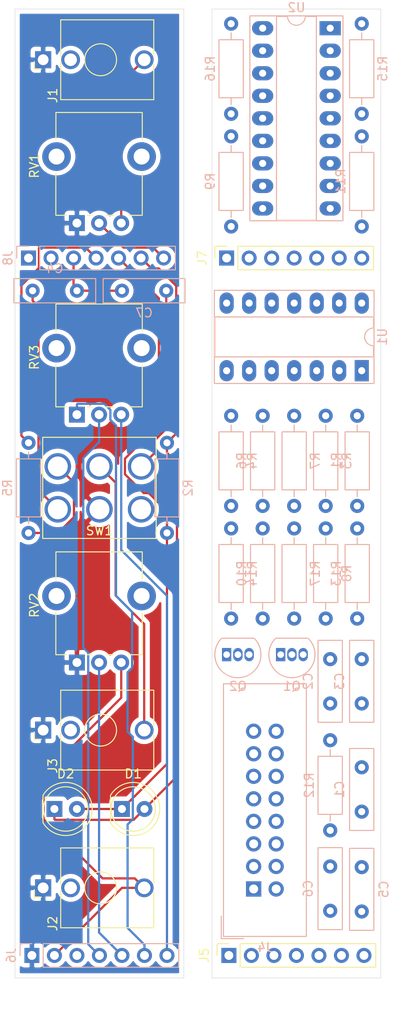
<source format=kicad_pcb>
(kicad_pcb (version 20171130) (host pcbnew "(5.1.2)-2")

  (general
    (thickness 1.6)
    (drawings 8)
    (tracks 101)
    (zones 0)
    (modules 42)
    (nets 57)
  )

  (page A4)
  (layers
    (0 F.Cu signal)
    (31 B.Cu signal)
    (32 B.Adhes user)
    (33 F.Adhes user)
    (34 B.Paste user)
    (35 F.Paste user)
    (36 B.SilkS user)
    (37 F.SilkS user)
    (38 B.Mask user)
    (39 F.Mask user)
    (40 Dwgs.User user)
    (41 Cmts.User user)
    (42 Eco1.User user)
    (43 Eco2.User user)
    (44 Edge.Cuts user)
    (45 Margin user)
    (46 B.CrtYd user)
    (47 F.CrtYd user)
    (48 B.Fab user)
    (49 F.Fab user)
  )

  (setup
    (last_trace_width 0.25)
    (trace_clearance 0.2)
    (zone_clearance 0.508)
    (zone_45_only no)
    (trace_min 0.2)
    (via_size 0.8)
    (via_drill 0.4)
    (via_min_size 0.4)
    (via_min_drill 0.3)
    (uvia_size 0.3)
    (uvia_drill 0.1)
    (uvias_allowed no)
    (uvia_min_size 0.2)
    (uvia_min_drill 0.1)
    (edge_width 0.05)
    (segment_width 0.2)
    (pcb_text_width 0.3)
    (pcb_text_size 1.5 1.5)
    (mod_edge_width 0.12)
    (mod_text_size 1 1)
    (mod_text_width 0.15)
    (pad_size 1.524 1.524)
    (pad_drill 0.762)
    (pad_to_mask_clearance 0.051)
    (solder_mask_min_width 0.25)
    (aux_axis_origin 0 0)
    (visible_elements 7FFFFFFF)
    (pcbplotparams
      (layerselection 0x010fc_ffffffff)
      (usegerberextensions false)
      (usegerberattributes false)
      (usegerberadvancedattributes false)
      (creategerberjobfile false)
      (excludeedgelayer true)
      (linewidth 0.100000)
      (plotframeref false)
      (viasonmask false)
      (mode 1)
      (useauxorigin false)
      (hpglpennumber 1)
      (hpglpenspeed 20)
      (hpglpendiameter 15.000000)
      (psnegative false)
      (psa4output false)
      (plotreference true)
      (plotvalue true)
      (plotinvisibletext false)
      (padsonsilk false)
      (subtractmaskfromsilk false)
      (outputformat 1)
      (mirror false)
      (drillshape 1)
      (scaleselection 1)
      (outputdirectory ""))
  )

  (net 0 "")
  (net 1 "Net-(C1-Pad1)")
  (net 2 "Net-(C2-Pad2)")
  (net 3 "Net-(C2-Pad1)")
  (net 4 "Net-(C3-Pad1)")
  (net 5 "Net-(C4-Pad2)")
  (net 6 GND)
  (net 7 +12V)
  (net 8 -12V)
  (net 9 "Net-(J1-PadT)")
  (net 10 "Net-(J3-PadT)")
  (net 11 "Net-(J4-Pad16)")
  (net 12 "Net-(J4-Pad15)")
  (net 13 "Net-(J4-Pad14)")
  (net 14 "Net-(J4-Pad13)")
  (net 15 "Net-(J4-Pad12)")
  (net 16 "Net-(J4-Pad11)")
  (net 17 "Net-(J4-Pad3)")
  (net 18 "Net-(Q1-Pad1)")
  (net 19 "Net-(Q1-Pad3)")
  (net 20 "Net-(Q2-Pad2)")
  (net 21 "Net-(R3-Pad2)")
  (net 22 "Net-(R4-Pad2)")
  (net 23 "Net-(R11-Pad1)")
  (net 24 "Net-(R16-Pad2)")
  (net 25 "Net-(SW1-Pad3)")
  (net 26 "Net-(U2-Pad15)")
  (net 27 "Net-(U2-Pad2)")
  (net 28 /GND_PCB_B)
  (net 29 /AUDIO_OUT_PCB_A)
  (net 30 /AUDIO_OUT_PCB_B)
  (net 31 /+12_PCB_B)
  (net 32 /U1C_INPUT_PCB_A)
  (net 33 /U1C_INPUT_PCB_B)
  (net 34 "Net-(C7-Pad2)")
  (net 35 /RESONANCE_PCB_A)
  (net 36 /CUT_OFF_PCB_A)
  (net 37 /-12_PCB_B)
  (net 38 /RESONANCE_PCB_B)
  (net 39 /CUT_OFF_PCB_B)
  (net 40 "Net-(R5-Pad2)")
  (net 41 /CV_PCB_A)
  (net 42 /CV_PCB_B)
  (net 43 /INDICATOR_2_PCB_A)
  (net 44 /INDICATOR_1_PCB_B)
  (net 45 /INDICATOR_2_PCB_B)
  (net 46 /INDICATOR_1_PCB_A)
  (net 47 "Net-(R15-Pad1)")
  (net 48 /SWA_PCB_B)
  (net 49 /SWB_PCB_B)
  (net 50 /SWB_PCB_A)
  (net 51 /SWA_PCB_A)
  (net 52 "Net-(R6-Pad1)")
  (net 53 "Net-(J7-Pad2)")
  (net 54 "Net-(J7-Pad1)")
  (net 55 "Net-(J8-Pad2)")
  (net 56 "Net-(J8-Pad1)")

  (net_class Default "This is the default net class."
    (clearance 0.2)
    (trace_width 0.25)
    (via_dia 0.8)
    (via_drill 0.4)
    (uvia_dia 0.3)
    (uvia_drill 0.1)
    (add_net +12V)
    (add_net -12V)
    (add_net /+12_PCB_B)
    (add_net /-12_PCB_B)
    (add_net /AUDIO_OUT_PCB_A)
    (add_net /AUDIO_OUT_PCB_B)
    (add_net /CUT_OFF_PCB_A)
    (add_net /CUT_OFF_PCB_B)
    (add_net /CV_PCB_A)
    (add_net /CV_PCB_B)
    (add_net /GND_PCB_B)
    (add_net /INDICATOR_1_PCB_A)
    (add_net /INDICATOR_1_PCB_B)
    (add_net /INDICATOR_2_PCB_A)
    (add_net /INDICATOR_2_PCB_B)
    (add_net /RESONANCE_PCB_A)
    (add_net /RESONANCE_PCB_B)
    (add_net /SWA_PCB_A)
    (add_net /SWA_PCB_B)
    (add_net /SWB_PCB_A)
    (add_net /SWB_PCB_B)
    (add_net /U1C_INPUT_PCB_A)
    (add_net /U1C_INPUT_PCB_B)
    (add_net GND)
    (add_net "Net-(C1-Pad1)")
    (add_net "Net-(C2-Pad1)")
    (add_net "Net-(C2-Pad2)")
    (add_net "Net-(C3-Pad1)")
    (add_net "Net-(C4-Pad2)")
    (add_net "Net-(C7-Pad2)")
    (add_net "Net-(J1-PadT)")
    (add_net "Net-(J3-PadT)")
    (add_net "Net-(J4-Pad11)")
    (add_net "Net-(J4-Pad12)")
    (add_net "Net-(J4-Pad13)")
    (add_net "Net-(J4-Pad14)")
    (add_net "Net-(J4-Pad15)")
    (add_net "Net-(J4-Pad16)")
    (add_net "Net-(J4-Pad3)")
    (add_net "Net-(J7-Pad1)")
    (add_net "Net-(J7-Pad2)")
    (add_net "Net-(J8-Pad1)")
    (add_net "Net-(J8-Pad2)")
    (add_net "Net-(Q1-Pad1)")
    (add_net "Net-(Q1-Pad3)")
    (add_net "Net-(Q2-Pad2)")
    (add_net "Net-(R11-Pad1)")
    (add_net "Net-(R15-Pad1)")
    (add_net "Net-(R16-Pad2)")
    (add_net "Net-(R3-Pad2)")
    (add_net "Net-(R4-Pad2)")
    (add_net "Net-(R5-Pad2)")
    (add_net "Net-(R6-Pad1)")
    (add_net "Net-(SW1-Pad3)")
    (add_net "Net-(U2-Pad15)")
    (add_net "Net-(U2-Pad2)")
  )

  (module Connector_PinHeader_2.54mm:PinHeader_1x07_P2.54mm_Vertical (layer B.Cu) (tedit 59FED5CC) (tstamp 5D285E4B)
    (at 72.644 57.912 270)
    (descr "Through hole straight pin header, 1x07, 2.54mm pitch, single row")
    (tags "Through hole pin header THT 1x07 2.54mm single row")
    (path /5EEB1F4B)
    (fp_text reference J8 (at 0 2.33 270) (layer B.SilkS)
      (effects (font (size 1 1) (thickness 0.15)) (justify mirror))
    )
    (fp_text value Conn_01x07_Male (at 0 -17.57 270) (layer B.Fab)
      (effects (font (size 1 1) (thickness 0.15)) (justify mirror))
    )
    (fp_text user %R (at 0 -7.62) (layer B.Fab)
      (effects (font (size 1 1) (thickness 0.15)) (justify mirror))
    )
    (fp_line (start 1.8 1.8) (end -1.8 1.8) (layer B.CrtYd) (width 0.05))
    (fp_line (start 1.8 -17.05) (end 1.8 1.8) (layer B.CrtYd) (width 0.05))
    (fp_line (start -1.8 -17.05) (end 1.8 -17.05) (layer B.CrtYd) (width 0.05))
    (fp_line (start -1.8 1.8) (end -1.8 -17.05) (layer B.CrtYd) (width 0.05))
    (fp_line (start -1.33 1.33) (end 0 1.33) (layer B.SilkS) (width 0.12))
    (fp_line (start -1.33 0) (end -1.33 1.33) (layer B.SilkS) (width 0.12))
    (fp_line (start -1.33 -1.27) (end 1.33 -1.27) (layer B.SilkS) (width 0.12))
    (fp_line (start 1.33 -1.27) (end 1.33 -16.57) (layer B.SilkS) (width 0.12))
    (fp_line (start -1.33 -1.27) (end -1.33 -16.57) (layer B.SilkS) (width 0.12))
    (fp_line (start -1.33 -16.57) (end 1.33 -16.57) (layer B.SilkS) (width 0.12))
    (fp_line (start -1.27 0.635) (end -0.635 1.27) (layer B.Fab) (width 0.1))
    (fp_line (start -1.27 -16.51) (end -1.27 0.635) (layer B.Fab) (width 0.1))
    (fp_line (start 1.27 -16.51) (end -1.27 -16.51) (layer B.Fab) (width 0.1))
    (fp_line (start 1.27 1.27) (end 1.27 -16.51) (layer B.Fab) (width 0.1))
    (fp_line (start -0.635 1.27) (end 1.27 1.27) (layer B.Fab) (width 0.1))
    (pad 7 thru_hole oval (at 0 -15.24 270) (size 1.7 1.7) (drill 1) (layers *.Cu *.Mask)
      (net 42 /CV_PCB_B))
    (pad 6 thru_hole oval (at 0 -12.7 270) (size 1.7 1.7) (drill 1) (layers *.Cu *.Mask)
      (net 44 /INDICATOR_1_PCB_B))
    (pad 5 thru_hole oval (at 0 -10.16 270) (size 1.7 1.7) (drill 1) (layers *.Cu *.Mask)
      (net 45 /INDICATOR_2_PCB_B))
    (pad 4 thru_hole oval (at 0 -7.62 270) (size 1.7 1.7) (drill 1) (layers *.Cu *.Mask)
      (net 49 /SWB_PCB_B))
    (pad 3 thru_hole oval (at 0 -5.08 270) (size 1.7 1.7) (drill 1) (layers *.Cu *.Mask)
      (net 48 /SWA_PCB_B))
    (pad 2 thru_hole oval (at 0 -2.54 270) (size 1.7 1.7) (drill 1) (layers *.Cu *.Mask)
      (net 55 "Net-(J8-Pad2)"))
    (pad 1 thru_hole rect (at 0 0 270) (size 1.7 1.7) (drill 1) (layers *.Cu *.Mask)
      (net 56 "Net-(J8-Pad1)"))
    (model ${KISYS3DMOD}/Connector_PinHeader_2.54mm.3dshapes/PinHeader_1x07_P2.54mm_Vertical.wrl
      (at (xyz 0 0 0))
      (scale (xyz 1 1 1))
      (rotate (xyz 0 0 0))
    )
  )

  (module Connector_PinSocket_2.54mm:PinSocket_1x07_P2.54mm_Vertical (layer F.Cu) (tedit 5A19A433) (tstamp 5D285E30)
    (at 94.996 57.912 90)
    (descr "Through hole straight socket strip, 1x07, 2.54mm pitch, single row (from Kicad 4.0.7), script generated")
    (tags "Through hole socket strip THT 1x07 2.54mm single row")
    (path /5EEB2034)
    (fp_text reference J7 (at 0 -2.77 90) (layer F.SilkS)
      (effects (font (size 1 1) (thickness 0.15)))
    )
    (fp_text value Conn_01x07_Female (at 0 18.01 90) (layer F.Fab)
      (effects (font (size 1 1) (thickness 0.15)))
    )
    (fp_text user %R (at 0 7.62) (layer F.Fab)
      (effects (font (size 1 1) (thickness 0.15)))
    )
    (fp_line (start -1.8 17) (end -1.8 -1.8) (layer F.CrtYd) (width 0.05))
    (fp_line (start 1.75 17) (end -1.8 17) (layer F.CrtYd) (width 0.05))
    (fp_line (start 1.75 -1.8) (end 1.75 17) (layer F.CrtYd) (width 0.05))
    (fp_line (start -1.8 -1.8) (end 1.75 -1.8) (layer F.CrtYd) (width 0.05))
    (fp_line (start 0 -1.33) (end 1.33 -1.33) (layer F.SilkS) (width 0.12))
    (fp_line (start 1.33 -1.33) (end 1.33 0) (layer F.SilkS) (width 0.12))
    (fp_line (start 1.33 1.27) (end 1.33 16.57) (layer F.SilkS) (width 0.12))
    (fp_line (start -1.33 16.57) (end 1.33 16.57) (layer F.SilkS) (width 0.12))
    (fp_line (start -1.33 1.27) (end -1.33 16.57) (layer F.SilkS) (width 0.12))
    (fp_line (start -1.33 1.27) (end 1.33 1.27) (layer F.SilkS) (width 0.12))
    (fp_line (start -1.27 16.51) (end -1.27 -1.27) (layer F.Fab) (width 0.1))
    (fp_line (start 1.27 16.51) (end -1.27 16.51) (layer F.Fab) (width 0.1))
    (fp_line (start 1.27 -0.635) (end 1.27 16.51) (layer F.Fab) (width 0.1))
    (fp_line (start 0.635 -1.27) (end 1.27 -0.635) (layer F.Fab) (width 0.1))
    (fp_line (start -1.27 -1.27) (end 0.635 -1.27) (layer F.Fab) (width 0.1))
    (pad 7 thru_hole oval (at 0 15.24 90) (size 1.7 1.7) (drill 1) (layers *.Cu *.Mask)
      (net 41 /CV_PCB_A))
    (pad 6 thru_hole oval (at 0 12.7 90) (size 1.7 1.7) (drill 1) (layers *.Cu *.Mask)
      (net 46 /INDICATOR_1_PCB_A))
    (pad 5 thru_hole oval (at 0 10.16 90) (size 1.7 1.7) (drill 1) (layers *.Cu *.Mask)
      (net 43 /INDICATOR_2_PCB_A))
    (pad 4 thru_hole oval (at 0 7.62 90) (size 1.7 1.7) (drill 1) (layers *.Cu *.Mask)
      (net 50 /SWB_PCB_A))
    (pad 3 thru_hole oval (at 0 5.08 90) (size 1.7 1.7) (drill 1) (layers *.Cu *.Mask)
      (net 51 /SWA_PCB_A))
    (pad 2 thru_hole oval (at 0 2.54 90) (size 1.7 1.7) (drill 1) (layers *.Cu *.Mask)
      (net 53 "Net-(J7-Pad2)"))
    (pad 1 thru_hole rect (at 0 0 90) (size 1.7 1.7) (drill 1) (layers *.Cu *.Mask)
      (net 54 "Net-(J7-Pad1)"))
    (model ${KISYS3DMOD}/Connector_PinSocket_2.54mm.3dshapes/PinSocket_1x07_P2.54mm_Vertical.wrl
      (at (xyz 0 0 0))
      (scale (xyz 1 1 1))
      (rotate (xyz 0 0 0))
    )
  )

  (module Package_DIP:DIP-18_W7.62mm_Socket_LongPads (layer B.Cu) (tedit 5A02E8C5) (tstamp 5D27C4CF)
    (at 106.68 32.004 180)
    (descr "18-lead though-hole mounted DIP package, row spacing 7.62 mm (300 mils), Socket, LongPads")
    (tags "THT DIP DIL PDIP 2.54mm 7.62mm 300mil Socket LongPads")
    (path /5D25776E)
    (fp_text reference U2 (at 3.81 2.33) (layer B.SilkS)
      (effects (font (size 1 1) (thickness 0.15)) (justify mirror))
    )
    (fp_text value LM13700 (at 3.81 -22.65) (layer B.Fab)
      (effects (font (size 1 1) (thickness 0.15)) (justify mirror))
    )
    (fp_text user %R (at 3.81 -10.16) (layer B.Fab)
      (effects (font (size 1 1) (thickness 0.15)) (justify mirror))
    )
    (fp_line (start 9.15 1.6) (end -1.55 1.6) (layer B.CrtYd) (width 0.05))
    (fp_line (start 9.15 -21.9) (end 9.15 1.6) (layer B.CrtYd) (width 0.05))
    (fp_line (start -1.55 -21.9) (end 9.15 -21.9) (layer B.CrtYd) (width 0.05))
    (fp_line (start -1.55 1.6) (end -1.55 -21.9) (layer B.CrtYd) (width 0.05))
    (fp_line (start 9.06 1.39) (end -1.44 1.39) (layer B.SilkS) (width 0.12))
    (fp_line (start 9.06 -21.71) (end 9.06 1.39) (layer B.SilkS) (width 0.12))
    (fp_line (start -1.44 -21.71) (end 9.06 -21.71) (layer B.SilkS) (width 0.12))
    (fp_line (start -1.44 1.39) (end -1.44 -21.71) (layer B.SilkS) (width 0.12))
    (fp_line (start 6.06 1.33) (end 4.81 1.33) (layer B.SilkS) (width 0.12))
    (fp_line (start 6.06 -21.65) (end 6.06 1.33) (layer B.SilkS) (width 0.12))
    (fp_line (start 1.56 -21.65) (end 6.06 -21.65) (layer B.SilkS) (width 0.12))
    (fp_line (start 1.56 1.33) (end 1.56 -21.65) (layer B.SilkS) (width 0.12))
    (fp_line (start 2.81 1.33) (end 1.56 1.33) (layer B.SilkS) (width 0.12))
    (fp_line (start 8.89 1.33) (end -1.27 1.33) (layer B.Fab) (width 0.1))
    (fp_line (start 8.89 -21.65) (end 8.89 1.33) (layer B.Fab) (width 0.1))
    (fp_line (start -1.27 -21.65) (end 8.89 -21.65) (layer B.Fab) (width 0.1))
    (fp_line (start -1.27 1.33) (end -1.27 -21.65) (layer B.Fab) (width 0.1))
    (fp_line (start 0.635 0.27) (end 1.635 1.27) (layer B.Fab) (width 0.1))
    (fp_line (start 0.635 -21.59) (end 0.635 0.27) (layer B.Fab) (width 0.1))
    (fp_line (start 6.985 -21.59) (end 0.635 -21.59) (layer B.Fab) (width 0.1))
    (fp_line (start 6.985 1.27) (end 6.985 -21.59) (layer B.Fab) (width 0.1))
    (fp_line (start 1.635 1.27) (end 6.985 1.27) (layer B.Fab) (width 0.1))
    (fp_arc (start 3.81 1.33) (end 2.81 1.33) (angle 180) (layer B.SilkS) (width 0.12))
    (pad 18 thru_hole oval (at 7.62 0 180) (size 2.4 1.6) (drill 0.8) (layers *.Cu *.Mask))
    (pad 9 thru_hole oval (at 0 -20.32 180) (size 2.4 1.6) (drill 0.8) (layers *.Cu *.Mask))
    (pad 17 thru_hole oval (at 7.62 -2.54 180) (size 2.4 1.6) (drill 0.8) (layers *.Cu *.Mask))
    (pad 8 thru_hole oval (at 0 -17.78 180) (size 2.4 1.6) (drill 0.8) (layers *.Cu *.Mask))
    (pad 16 thru_hole oval (at 7.62 -5.08 180) (size 2.4 1.6) (drill 0.8) (layers *.Cu *.Mask)
      (net 24 "Net-(R16-Pad2)"))
    (pad 7 thru_hole oval (at 0 -15.24 180) (size 2.4 1.6) (drill 0.8) (layers *.Cu *.Mask))
    (pad 15 thru_hole oval (at 7.62 -7.62 180) (size 2.4 1.6) (drill 0.8) (layers *.Cu *.Mask)
      (net 26 "Net-(U2-Pad15)"))
    (pad 6 thru_hole oval (at 0 -12.7 180) (size 2.4 1.6) (drill 0.8) (layers *.Cu *.Mask)
      (net 8 -12V))
    (pad 14 thru_hole oval (at 7.62 -10.16 180) (size 2.4 1.6) (drill 0.8) (layers *.Cu *.Mask)
      (net 21 "Net-(R3-Pad2)"))
    (pad 5 thru_hole oval (at 0 -10.16 180) (size 2.4 1.6) (drill 0.8) (layers *.Cu *.Mask)
      (net 1 "Net-(C1-Pad1)"))
    (pad 13 thru_hole oval (at 7.62 -12.7 180) (size 2.4 1.6) (drill 0.8) (layers *.Cu *.Mask)
      (net 22 "Net-(R4-Pad2)"))
    (pad 4 thru_hole oval (at 0 -7.62 180) (size 2.4 1.6) (drill 0.8) (layers *.Cu *.Mask)
      (net 50 /SWB_PCB_A))
    (pad 12 thru_hole oval (at 7.62 -15.24 180) (size 2.4 1.6) (drill 0.8) (layers *.Cu *.Mask)
      (net 51 /SWA_PCB_A))
    (pad 3 thru_hole oval (at 0 -5.08 180) (size 2.4 1.6) (drill 0.8) (layers *.Cu *.Mask)
      (net 23 "Net-(R11-Pad1)"))
    (pad 11 thru_hole oval (at 7.62 -17.78 180) (size 2.4 1.6) (drill 0.8) (layers *.Cu *.Mask)
      (net 7 +12V))
    (pad 2 thru_hole oval (at 0 -2.54 180) (size 2.4 1.6) (drill 0.8) (layers *.Cu *.Mask)
      (net 27 "Net-(U2-Pad2)"))
    (pad 10 thru_hole oval (at 7.62 -20.32 180) (size 2.4 1.6) (drill 0.8) (layers *.Cu *.Mask))
    (pad 1 thru_hole rect (at 0 0 180) (size 2.4 1.6) (drill 0.8) (layers *.Cu *.Mask)
      (net 47 "Net-(R15-Pad1)"))
    (model ${KISYS3DMOD}/Package_DIP.3dshapes/DIP-18_W7.62mm_Socket.wrl
      (at (xyz 0 0 0))
      (scale (xyz 1 1 1))
      (rotate (xyz 0 0 0))
    )
  )

  (module Connector_PinHeader_2.54mm:PinHeader_1x07_P2.54mm_Vertical (layer B.Cu) (tedit 59FED5CC) (tstamp 5D269085)
    (at 73.025 136.525 270)
    (descr "Through hole straight pin header, 1x07, 2.54mm pitch, single row")
    (tags "Through hole pin header THT 1x07 2.54mm single row")
    (path /5D29C8EC)
    (fp_text reference J6 (at 0 2.33 90) (layer B.SilkS)
      (effects (font (size 1 1) (thickness 0.15)) (justify mirror))
    )
    (fp_text value Conn_01x07_Male (at 0 -17.57 90) (layer B.Fab)
      (effects (font (size 1 1) (thickness 0.15)) (justify mirror))
    )
    (fp_text user %R (at 0 -7.62 180) (layer B.Fab)
      (effects (font (size 1 1) (thickness 0.15)) (justify mirror))
    )
    (fp_line (start 1.8 1.8) (end -1.8 1.8) (layer B.CrtYd) (width 0.05))
    (fp_line (start 1.8 -17.05) (end 1.8 1.8) (layer B.CrtYd) (width 0.05))
    (fp_line (start -1.8 -17.05) (end 1.8 -17.05) (layer B.CrtYd) (width 0.05))
    (fp_line (start -1.8 1.8) (end -1.8 -17.05) (layer B.CrtYd) (width 0.05))
    (fp_line (start -1.33 1.33) (end 0 1.33) (layer B.SilkS) (width 0.12))
    (fp_line (start -1.33 0) (end -1.33 1.33) (layer B.SilkS) (width 0.12))
    (fp_line (start -1.33 -1.27) (end 1.33 -1.27) (layer B.SilkS) (width 0.12))
    (fp_line (start 1.33 -1.27) (end 1.33 -16.57) (layer B.SilkS) (width 0.12))
    (fp_line (start -1.33 -1.27) (end -1.33 -16.57) (layer B.SilkS) (width 0.12))
    (fp_line (start -1.33 -16.57) (end 1.33 -16.57) (layer B.SilkS) (width 0.12))
    (fp_line (start -1.27 0.635) (end -0.635 1.27) (layer B.Fab) (width 0.1))
    (fp_line (start -1.27 -16.51) (end -1.27 0.635) (layer B.Fab) (width 0.1))
    (fp_line (start 1.27 -16.51) (end -1.27 -16.51) (layer B.Fab) (width 0.1))
    (fp_line (start 1.27 1.27) (end 1.27 -16.51) (layer B.Fab) (width 0.1))
    (fp_line (start -0.635 1.27) (end 1.27 1.27) (layer B.Fab) (width 0.1))
    (pad 7 thru_hole oval (at 0 -15.24 270) (size 1.7 1.7) (drill 1) (layers *.Cu *.Mask)
      (net 31 /+12_PCB_B))
    (pad 6 thru_hole oval (at 0 -12.7 270) (size 1.7 1.7) (drill 1) (layers *.Cu *.Mask)
      (net 37 /-12_PCB_B))
    (pad 5 thru_hole oval (at 0 -10.16 270) (size 1.7 1.7) (drill 1) (layers *.Cu *.Mask)
      (net 38 /RESONANCE_PCB_B))
    (pad 4 thru_hole oval (at 0 -7.62 270) (size 1.7 1.7) (drill 1) (layers *.Cu *.Mask)
      (net 39 /CUT_OFF_PCB_B))
    (pad 3 thru_hole oval (at 0 -5.08 270) (size 1.7 1.7) (drill 1) (layers *.Cu *.Mask)
      (net 33 /U1C_INPUT_PCB_B))
    (pad 2 thru_hole oval (at 0 -2.54 270) (size 1.7 1.7) (drill 1) (layers *.Cu *.Mask)
      (net 30 /AUDIO_OUT_PCB_B))
    (pad 1 thru_hole rect (at 0 0 270) (size 1.7 1.7) (drill 1) (layers *.Cu *.Mask)
      (net 28 /GND_PCB_B))
    (model ${KISYS3DMOD}/Connector_PinHeader_2.54mm.3dshapes/PinHeader_1x07_P2.54mm_Vertical.wrl
      (at (xyz 0 0 0))
      (scale (xyz 1 1 1))
      (rotate (xyz 0 0 0))
    )
  )

  (module Connector_PinSocket_2.54mm:PinSocket_1x07_P2.54mm_Vertical (layer F.Cu) (tedit 5A19A433) (tstamp 5D26906A)
    (at 95.25 136.525 90)
    (descr "Through hole straight socket strip, 1x07, 2.54mm pitch, single row (from Kicad 4.0.7), script generated")
    (tags "Through hole socket strip THT 1x07 2.54mm single row")
    (path /5D29BD09)
    (fp_text reference J5 (at 0 -2.77 90) (layer F.SilkS)
      (effects (font (size 1 1) (thickness 0.15)))
    )
    (fp_text value Conn_01x07_Female (at 0 18.01 90) (layer F.Fab)
      (effects (font (size 1 1) (thickness 0.15)))
    )
    (fp_text user %R (at 0 7.62) (layer F.Fab)
      (effects (font (size 1 1) (thickness 0.15)))
    )
    (fp_line (start -1.8 17) (end -1.8 -1.8) (layer F.CrtYd) (width 0.05))
    (fp_line (start 1.75 17) (end -1.8 17) (layer F.CrtYd) (width 0.05))
    (fp_line (start 1.75 -1.8) (end 1.75 17) (layer F.CrtYd) (width 0.05))
    (fp_line (start -1.8 -1.8) (end 1.75 -1.8) (layer F.CrtYd) (width 0.05))
    (fp_line (start 0 -1.33) (end 1.33 -1.33) (layer F.SilkS) (width 0.12))
    (fp_line (start 1.33 -1.33) (end 1.33 0) (layer F.SilkS) (width 0.12))
    (fp_line (start 1.33 1.27) (end 1.33 16.57) (layer F.SilkS) (width 0.12))
    (fp_line (start -1.33 16.57) (end 1.33 16.57) (layer F.SilkS) (width 0.12))
    (fp_line (start -1.33 1.27) (end -1.33 16.57) (layer F.SilkS) (width 0.12))
    (fp_line (start -1.33 1.27) (end 1.33 1.27) (layer F.SilkS) (width 0.12))
    (fp_line (start -1.27 16.51) (end -1.27 -1.27) (layer F.Fab) (width 0.1))
    (fp_line (start 1.27 16.51) (end -1.27 16.51) (layer F.Fab) (width 0.1))
    (fp_line (start 1.27 -0.635) (end 1.27 16.51) (layer F.Fab) (width 0.1))
    (fp_line (start 0.635 -1.27) (end 1.27 -0.635) (layer F.Fab) (width 0.1))
    (fp_line (start -1.27 -1.27) (end 0.635 -1.27) (layer F.Fab) (width 0.1))
    (pad 7 thru_hole oval (at 0 15.24 90) (size 1.7 1.7) (drill 1) (layers *.Cu *.Mask)
      (net 7 +12V))
    (pad 6 thru_hole oval (at 0 12.7 90) (size 1.7 1.7) (drill 1) (layers *.Cu *.Mask)
      (net 8 -12V))
    (pad 5 thru_hole oval (at 0 10.16 90) (size 1.7 1.7) (drill 1) (layers *.Cu *.Mask)
      (net 35 /RESONANCE_PCB_A))
    (pad 4 thru_hole oval (at 0 7.62 90) (size 1.7 1.7) (drill 1) (layers *.Cu *.Mask)
      (net 36 /CUT_OFF_PCB_A))
    (pad 3 thru_hole oval (at 0 5.08 90) (size 1.7 1.7) (drill 1) (layers *.Cu *.Mask)
      (net 32 /U1C_INPUT_PCB_A))
    (pad 2 thru_hole oval (at 0 2.54 90) (size 1.7 1.7) (drill 1) (layers *.Cu *.Mask)
      (net 29 /AUDIO_OUT_PCB_A))
    (pad 1 thru_hole rect (at 0 0 90) (size 1.7 1.7) (drill 1) (layers *.Cu *.Mask)
      (net 6 GND))
    (model ${KISYS3DMOD}/Connector_PinSocket_2.54mm.3dshapes/PinSocket_1x07_P2.54mm_Vertical.wrl
      (at (xyz 0 0 0))
      (scale (xyz 1 1 1))
      (rotate (xyz 0 0 0))
    )
  )

  (module Package_DIP:DIP-14_W7.62mm_Socket_LongPads (layer B.Cu) (tedit 5A02E8C5) (tstamp 5D262747)
    (at 110.236 70.612 90)
    (descr "14-lead though-hole mounted DIP package, row spacing 7.62 mm (300 mils), Socket, LongPads")
    (tags "THT DIP DIL PDIP 2.54mm 7.62mm 300mil Socket LongPads")
    (path /5D24D895)
    (fp_text reference U1 (at 3.81 2.33 90) (layer B.SilkS)
      (effects (font (size 1 1) (thickness 0.15)) (justify mirror))
    )
    (fp_text value TL074 (at 3.81 -17.57 90) (layer B.Fab)
      (effects (font (size 1 1) (thickness 0.15)) (justify mirror))
    )
    (fp_text user %R (at 3.81 -7.62 90) (layer B.Fab)
      (effects (font (size 1 1) (thickness 0.15)) (justify mirror))
    )
    (fp_line (start 9.15 1.6) (end -1.55 1.6) (layer B.CrtYd) (width 0.05))
    (fp_line (start 9.15 -16.85) (end 9.15 1.6) (layer B.CrtYd) (width 0.05))
    (fp_line (start -1.55 -16.85) (end 9.15 -16.85) (layer B.CrtYd) (width 0.05))
    (fp_line (start -1.55 1.6) (end -1.55 -16.85) (layer B.CrtYd) (width 0.05))
    (fp_line (start 9.06 1.39) (end -1.44 1.39) (layer B.SilkS) (width 0.12))
    (fp_line (start 9.06 -16.63) (end 9.06 1.39) (layer B.SilkS) (width 0.12))
    (fp_line (start -1.44 -16.63) (end 9.06 -16.63) (layer B.SilkS) (width 0.12))
    (fp_line (start -1.44 1.39) (end -1.44 -16.63) (layer B.SilkS) (width 0.12))
    (fp_line (start 6.06 1.33) (end 4.81 1.33) (layer B.SilkS) (width 0.12))
    (fp_line (start 6.06 -16.57) (end 6.06 1.33) (layer B.SilkS) (width 0.12))
    (fp_line (start 1.56 -16.57) (end 6.06 -16.57) (layer B.SilkS) (width 0.12))
    (fp_line (start 1.56 1.33) (end 1.56 -16.57) (layer B.SilkS) (width 0.12))
    (fp_line (start 2.81 1.33) (end 1.56 1.33) (layer B.SilkS) (width 0.12))
    (fp_line (start 8.89 1.33) (end -1.27 1.33) (layer B.Fab) (width 0.1))
    (fp_line (start 8.89 -16.57) (end 8.89 1.33) (layer B.Fab) (width 0.1))
    (fp_line (start -1.27 -16.57) (end 8.89 -16.57) (layer B.Fab) (width 0.1))
    (fp_line (start -1.27 1.33) (end -1.27 -16.57) (layer B.Fab) (width 0.1))
    (fp_line (start 0.635 0.27) (end 1.635 1.27) (layer B.Fab) (width 0.1))
    (fp_line (start 0.635 -16.51) (end 0.635 0.27) (layer B.Fab) (width 0.1))
    (fp_line (start 6.985 -16.51) (end 0.635 -16.51) (layer B.Fab) (width 0.1))
    (fp_line (start 6.985 1.27) (end 6.985 -16.51) (layer B.Fab) (width 0.1))
    (fp_line (start 1.635 1.27) (end 6.985 1.27) (layer B.Fab) (width 0.1))
    (fp_arc (start 3.81 1.33) (end 2.81 1.33) (angle 180) (layer B.SilkS) (width 0.12))
    (pad 14 thru_hole oval (at 7.62 0 90) (size 2.4 1.6) (drill 0.8) (layers *.Cu *.Mask)
      (net 3 "Net-(C2-Pad1)"))
    (pad 7 thru_hole oval (at 0 -15.24 90) (size 2.4 1.6) (drill 0.8) (layers *.Cu *.Mask)
      (net 52 "Net-(R6-Pad1)"))
    (pad 13 thru_hole oval (at 7.62 -2.54 90) (size 2.4 1.6) (drill 0.8) (layers *.Cu *.Mask)
      (net 2 "Net-(C2-Pad2)"))
    (pad 6 thru_hole oval (at 0 -12.7 90) (size 2.4 1.6) (drill 0.8) (layers *.Cu *.Mask)
      (net 52 "Net-(R6-Pad1)"))
    (pad 12 thru_hole oval (at 7.62 -5.08 90) (size 2.4 1.6) (drill 0.8) (layers *.Cu *.Mask)
      (net 6 GND))
    (pad 5 thru_hole oval (at 0 -10.16 90) (size 2.4 1.6) (drill 0.8) (layers *.Cu *.Mask)
      (net 1 "Net-(C1-Pad1)"))
    (pad 11 thru_hole oval (at 7.62 -7.62 90) (size 2.4 1.6) (drill 0.8) (layers *.Cu *.Mask)
      (net 8 -12V))
    (pad 4 thru_hole oval (at 0 -7.62 90) (size 2.4 1.6) (drill 0.8) (layers *.Cu *.Mask)
      (net 7 +12V))
    (pad 10 thru_hole oval (at 7.62 -10.16 90) (size 2.4 1.6) (drill 0.8) (layers *.Cu *.Mask)
      (net 51 /SWA_PCB_A))
    (pad 3 thru_hole oval (at 0 -5.08 90) (size 2.4 1.6) (drill 0.8) (layers *.Cu *.Mask)
      (net 35 /RESONANCE_PCB_A))
    (pad 9 thru_hole oval (at 7.62 -12.7 90) (size 2.4 1.6) (drill 0.8) (layers *.Cu *.Mask)
      (net 4 "Net-(C3-Pad1)"))
    (pad 2 thru_hole oval (at 0 -2.54 90) (size 2.4 1.6) (drill 0.8) (layers *.Cu *.Mask)
      (net 46 /INDICATOR_1_PCB_A))
    (pad 8 thru_hole oval (at 7.62 -15.24 90) (size 2.4 1.6) (drill 0.8) (layers *.Cu *.Mask)
      (net 4 "Net-(C3-Pad1)"))
    (pad 1 thru_hole rect (at 0 0 90) (size 2.4 1.6) (drill 0.8) (layers *.Cu *.Mask)
      (net 43 /INDICATOR_2_PCB_A))
    (model ${KISYS3DMOD}/Package_DIP.3dshapes/DIP-14_W7.62mm_Socket.wrl
      (at (xyz 0 0 0))
      (scale (xyz 1 1 1))
      (rotate (xyz 0 0 0))
    )
  )

  (module mod_synth:DPDT_Switch_Vertical (layer F.Cu) (tedit 5D25C41B) (tstamp 5D26271D)
    (at 80.645 83.82)
    (path /5D265D83)
    (fp_text reference SW1 (at 0 4.826) (layer F.SilkS)
      (effects (font (size 1 1) (thickness 0.15)))
    )
    (fp_text value SW_DPDT_x2 (at 0 -4.699) (layer F.Fab)
      (effects (font (size 1 1) (thickness 0.15)))
    )
    (fp_line (start 6.4 -5.7) (end -6.4 -5.7) (layer F.SilkS) (width 0.12))
    (fp_line (start 6.4 5.7) (end 6.4 -5.7) (layer F.SilkS) (width 0.12))
    (fp_line (start -6.4 5.7) (end 6.4 5.7) (layer F.SilkS) (width 0.12))
    (fp_line (start -6.4 -5.7) (end -6.4 5.7) (layer F.SilkS) (width 0.12))
    (pad 6 thru_hole circle (at 4.7 -2.415) (size 3 3) (drill 2.25) (layers *.Cu *.Mask)
      (net 34 "Net-(C7-Pad2)"))
    (pad 5 thru_hole circle (at 0 -2.415) (size 3 3) (drill 2.25) (layers *.Cu *.Mask)
      (net 10 "Net-(J3-PadT)"))
    (pad 4 thru_hole circle (at -4.7 -2.415) (size 3 3) (drill 2.25) (layers *.Cu *.Mask)
      (net 40 "Net-(R5-Pad2)"))
    (pad 3 thru_hole circle (at 4.7 2.415) (size 3 3) (drill 2.25) (layers *.Cu *.Mask)
      (net 25 "Net-(SW1-Pad3)"))
    (pad 2 thru_hole circle (at 0 2.415) (size 3 3) (drill 2.25) (layers *.Cu *.Mask)
      (net 28 /GND_PCB_B))
    (pad 1 thru_hole circle (at -4.7 2.415) (size 3 3) (drill 2.25) (layers *.Cu *.Mask)
      (net 5 "Net-(C4-Pad2)"))
  )

  (module Potentiometer_THT:Potentiometer_Alpha_RD901F-40-00D_Single_Vertical_CircularHoles (layer F.Cu) (tedit 5C6C6C48) (tstamp 5D269F00)
    (at 78.105 75.565 90)
    (descr "Potentiometer, vertical, 9mm, single, http://www.taiwanalpha.com.tw/downloads?target=products&id=113")
    (tags "potentiometer vertical 9mm single")
    (path /5D25D4FF)
    (fp_text reference RV3 (at 6.45 -4.8 270) (layer F.SilkS)
      (effects (font (size 1 1) (thickness 0.15)))
    )
    (fp_text value "4.7k Linear" (at 0 10.11 270) (layer F.Fab)
      (effects (font (size 1 1) (thickness 0.15)))
    )
    (fp_line (start 0.88 4.16) (end 0.88 3.33) (layer F.SilkS) (width 0.12))
    (fp_line (start 0.88 1.71) (end 0.88 1.18) (layer F.SilkS) (width 0.12))
    (fp_line (start 0.88 -1.19) (end 0.88 -2.37) (layer F.SilkS) (width 0.12))
    (fp_line (start 0.88 7.37) (end 5.6 7.37) (layer F.SilkS) (width 0.12))
    (fp_line (start 9.41 -2.37) (end 12.47 -2.37) (layer F.SilkS) (width 0.12))
    (fp_line (start 1 7.25) (end 12.35 7.25) (layer F.Fab) (width 0.1))
    (fp_line (start 1 -2.25) (end 12.35 -2.25) (layer F.Fab) (width 0.1))
    (fp_line (start 12.35 7.25) (end 12.35 -2.25) (layer F.Fab) (width 0.1))
    (fp_line (start 1 7.25) (end 1 -2.25) (layer F.Fab) (width 0.1))
    (fp_circle (center 7.5 2.5) (end 7.5 -1) (layer F.Fab) (width 0.1))
    (fp_line (start 0.88 -2.38) (end 5.6 -2.38) (layer F.SilkS) (width 0.12))
    (fp_line (start 9.41 7.37) (end 12.47 7.37) (layer F.SilkS) (width 0.12))
    (fp_line (start 0.88 7.37) (end 0.88 5.88) (layer F.SilkS) (width 0.12))
    (fp_line (start 12.47 7.37) (end 12.47 -2.37) (layer F.SilkS) (width 0.12))
    (fp_line (start 12.6 9.17) (end 12.6 -4.17) (layer F.CrtYd) (width 0.05))
    (fp_line (start 12.6 -4.17) (end -1.15 -4.17) (layer F.CrtYd) (width 0.05))
    (fp_line (start -1.15 -4.17) (end -1.15 9.17) (layer F.CrtYd) (width 0.05))
    (fp_line (start -1.15 9.17) (end 12.6 9.17) (layer F.CrtYd) (width 0.05))
    (fp_text user %R (at 7.62 2.54 90) (layer F.Fab)
      (effects (font (size 1 1) (thickness 0.15)))
    )
    (pad "" thru_hole circle (at 7.5 -2.3 180) (size 3.24 3.24) (drill 1.8) (layers *.Cu *.Mask))
    (pad "" thru_hole circle (at 7.5 7.3 180) (size 3.24 3.24) (drill 1.8) (layers *.Cu *.Mask))
    (pad 3 thru_hole circle (at 0 5 180) (size 1.8 1.8) (drill 1) (layers *.Cu *.Mask)
      (net 31 /+12_PCB_B))
    (pad 2 thru_hole circle (at 0 2.5 180) (size 1.8 1.8) (drill 1) (layers *.Cu *.Mask)
      (net 39 /CUT_OFF_PCB_B))
    (pad 1 thru_hole rect (at 0 0 180) (size 1.8 1.8) (drill 1) (layers *.Cu *.Mask)
      (net 37 /-12_PCB_B))
    (model ${KISYS3DMOD}/Potentiometer_THT.3dshapes/Potentiometer_Alpha_RD901F-40-00D_Single_Vertical.wrl
      (at (xyz 0 0 0))
      (scale (xyz 1 1 1))
      (rotate (xyz 0 0 0))
    )
  )

  (module Potentiometer_THT:Potentiometer_Alpha_RD901F-40-00D_Single_Vertical_CircularHoles (layer F.Cu) (tedit 5C6C6C48) (tstamp 5D2626F3)
    (at 78.105 103.505 90)
    (descr "Potentiometer, vertical, 9mm, single, http://www.taiwanalpha.com.tw/downloads?target=products&id=113")
    (tags "potentiometer vertical 9mm single")
    (path /5D25DBFF)
    (fp_text reference RV2 (at 6.45 -4.8 270) (layer F.SilkS)
      (effects (font (size 1 1) (thickness 0.15)))
    )
    (fp_text value "100k Linear" (at 0 10.11 270) (layer F.Fab)
      (effects (font (size 1 1) (thickness 0.15)))
    )
    (fp_line (start 0.88 4.16) (end 0.88 3.33) (layer F.SilkS) (width 0.12))
    (fp_line (start 0.88 1.71) (end 0.88 1.18) (layer F.SilkS) (width 0.12))
    (fp_line (start 0.88 -1.19) (end 0.88 -2.37) (layer F.SilkS) (width 0.12))
    (fp_line (start 0.88 7.37) (end 5.6 7.37) (layer F.SilkS) (width 0.12))
    (fp_line (start 9.41 -2.37) (end 12.47 -2.37) (layer F.SilkS) (width 0.12))
    (fp_line (start 1 7.25) (end 12.35 7.25) (layer F.Fab) (width 0.1))
    (fp_line (start 1 -2.25) (end 12.35 -2.25) (layer F.Fab) (width 0.1))
    (fp_line (start 12.35 7.25) (end 12.35 -2.25) (layer F.Fab) (width 0.1))
    (fp_line (start 1 7.25) (end 1 -2.25) (layer F.Fab) (width 0.1))
    (fp_circle (center 7.5 2.5) (end 7.5 -1) (layer F.Fab) (width 0.1))
    (fp_line (start 0.88 -2.38) (end 5.6 -2.38) (layer F.SilkS) (width 0.12))
    (fp_line (start 9.41 7.37) (end 12.47 7.37) (layer F.SilkS) (width 0.12))
    (fp_line (start 0.88 7.37) (end 0.88 5.88) (layer F.SilkS) (width 0.12))
    (fp_line (start 12.47 7.37) (end 12.47 -2.37) (layer F.SilkS) (width 0.12))
    (fp_line (start 12.6 9.17) (end 12.6 -4.17) (layer F.CrtYd) (width 0.05))
    (fp_line (start 12.6 -4.17) (end -1.15 -4.17) (layer F.CrtYd) (width 0.05))
    (fp_line (start -1.15 -4.17) (end -1.15 9.17) (layer F.CrtYd) (width 0.05))
    (fp_line (start -1.15 9.17) (end 12.6 9.17) (layer F.CrtYd) (width 0.05))
    (fp_text user %R (at 7.62 2.54 90) (layer F.Fab)
      (effects (font (size 1 1) (thickness 0.15)))
    )
    (pad "" thru_hole circle (at 7.5 -2.3 180) (size 3.24 3.24) (drill 1.8) (layers *.Cu *.Mask))
    (pad "" thru_hole circle (at 7.5 7.3 180) (size 3.24 3.24) (drill 1.8) (layers *.Cu *.Mask))
    (pad 3 thru_hole circle (at 0 5 180) (size 1.8 1.8) (drill 1) (layers *.Cu *.Mask)
      (net 30 /AUDIO_OUT_PCB_B))
    (pad 2 thru_hole circle (at 0 2.5 180) (size 1.8 1.8) (drill 1) (layers *.Cu *.Mask)
      (net 38 /RESONANCE_PCB_B))
    (pad 1 thru_hole rect (at 0 0 180) (size 1.8 1.8) (drill 1) (layers *.Cu *.Mask)
      (net 28 /GND_PCB_B))
    (model ${KISYS3DMOD}/Potentiometer_THT.3dshapes/Potentiometer_Alpha_RD901F-40-00D_Single_Vertical.wrl
      (at (xyz 0 0 0))
      (scale (xyz 1 1 1))
      (rotate (xyz 0 0 0))
    )
  )

  (module Potentiometer_THT:Potentiometer_Alpha_RD901F-40-00D_Single_Vertical_CircularHoles (layer F.Cu) (tedit 5C6C6C48) (tstamp 5D2626D7)
    (at 78.105 53.975 90)
    (descr "Potentiometer, vertical, 9mm, single, http://www.taiwanalpha.com.tw/downloads?target=products&id=113")
    (tags "potentiometer vertical 9mm single")
    (path /5D25E9AF)
    (fp_text reference RV1 (at 6.45 -4.8 270) (layer F.SilkS)
      (effects (font (size 1 1) (thickness 0.15)))
    )
    (fp_text value "100k Linear" (at 0 10.11 270) (layer F.Fab)
      (effects (font (size 1 1) (thickness 0.15)))
    )
    (fp_line (start 0.88 4.16) (end 0.88 3.33) (layer F.SilkS) (width 0.12))
    (fp_line (start 0.88 1.71) (end 0.88 1.18) (layer F.SilkS) (width 0.12))
    (fp_line (start 0.88 -1.19) (end 0.88 -2.37) (layer F.SilkS) (width 0.12))
    (fp_line (start 0.88 7.37) (end 5.6 7.37) (layer F.SilkS) (width 0.12))
    (fp_line (start 9.41 -2.37) (end 12.47 -2.37) (layer F.SilkS) (width 0.12))
    (fp_line (start 1 7.25) (end 12.35 7.25) (layer F.Fab) (width 0.1))
    (fp_line (start 1 -2.25) (end 12.35 -2.25) (layer F.Fab) (width 0.1))
    (fp_line (start 12.35 7.25) (end 12.35 -2.25) (layer F.Fab) (width 0.1))
    (fp_line (start 1 7.25) (end 1 -2.25) (layer F.Fab) (width 0.1))
    (fp_circle (center 7.5 2.5) (end 7.5 -1) (layer F.Fab) (width 0.1))
    (fp_line (start 0.88 -2.38) (end 5.6 -2.38) (layer F.SilkS) (width 0.12))
    (fp_line (start 9.41 7.37) (end 12.47 7.37) (layer F.SilkS) (width 0.12))
    (fp_line (start 0.88 7.37) (end 0.88 5.88) (layer F.SilkS) (width 0.12))
    (fp_line (start 12.47 7.37) (end 12.47 -2.37) (layer F.SilkS) (width 0.12))
    (fp_line (start 12.6 9.17) (end 12.6 -4.17) (layer F.CrtYd) (width 0.05))
    (fp_line (start 12.6 -4.17) (end -1.15 -4.17) (layer F.CrtYd) (width 0.05))
    (fp_line (start -1.15 -4.17) (end -1.15 9.17) (layer F.CrtYd) (width 0.05))
    (fp_line (start -1.15 9.17) (end 12.6 9.17) (layer F.CrtYd) (width 0.05))
    (fp_text user %R (at 7.62 2.54 90) (layer F.Fab)
      (effects (font (size 1 1) (thickness 0.15)))
    )
    (pad "" thru_hole circle (at 7.5 -2.3 180) (size 3.24 3.24) (drill 1.8) (layers *.Cu *.Mask))
    (pad "" thru_hole circle (at 7.5 7.3 180) (size 3.24 3.24) (drill 1.8) (layers *.Cu *.Mask))
    (pad 3 thru_hole circle (at 0 5 180) (size 1.8 1.8) (drill 1) (layers *.Cu *.Mask)
      (net 9 "Net-(J1-PadT)"))
    (pad 2 thru_hole circle (at 0 2.5 180) (size 1.8 1.8) (drill 1) (layers *.Cu *.Mask)
      (net 42 /CV_PCB_B))
    (pad 1 thru_hole rect (at 0 0 180) (size 1.8 1.8) (drill 1) (layers *.Cu *.Mask)
      (net 28 /GND_PCB_B))
    (model ${KISYS3DMOD}/Potentiometer_THT.3dshapes/Potentiometer_Alpha_RD901F-40-00D_Single_Vertical.wrl
      (at (xyz 0 0 0))
      (scale (xyz 1 1 1))
      (rotate (xyz 0 0 0))
    )
  )

  (module Resistor_THT:R_Axial_DIN0207_L6.3mm_D2.5mm_P10.16mm_Horizontal (layer B.Cu) (tedit 5AE5139B) (tstamp 5D2626BB)
    (at 102.616 98.552 90)
    (descr "Resistor, Axial_DIN0207 series, Axial, Horizontal, pin pitch=10.16mm, 0.25W = 1/4W, length*diameter=6.3*2.5mm^2, http://cdn-reichelt.de/documents/datenblatt/B400/1_4W%23YAG.pdf")
    (tags "Resistor Axial_DIN0207 series Axial Horizontal pin pitch 10.16mm 0.25W = 1/4W length 6.3mm diameter 2.5mm")
    (path /5D265A78)
    (fp_text reference R17 (at 5.08 2.37 90) (layer B.SilkS)
      (effects (font (size 1 1) (thickness 0.15)) (justify mirror))
    )
    (fp_text value 4k7 (at 5.08 -2.37 90) (layer B.Fab)
      (effects (font (size 1 1) (thickness 0.15)) (justify mirror))
    )
    (fp_text user %R (at 5.08 0 90) (layer B.Fab)
      (effects (font (size 1 1) (thickness 0.15)) (justify mirror))
    )
    (fp_line (start 11.21 1.5) (end -1.05 1.5) (layer B.CrtYd) (width 0.05))
    (fp_line (start 11.21 -1.5) (end 11.21 1.5) (layer B.CrtYd) (width 0.05))
    (fp_line (start -1.05 -1.5) (end 11.21 -1.5) (layer B.CrtYd) (width 0.05))
    (fp_line (start -1.05 1.5) (end -1.05 -1.5) (layer B.CrtYd) (width 0.05))
    (fp_line (start 9.12 0) (end 8.35 0) (layer B.SilkS) (width 0.12))
    (fp_line (start 1.04 0) (end 1.81 0) (layer B.SilkS) (width 0.12))
    (fp_line (start 8.35 1.37) (end 1.81 1.37) (layer B.SilkS) (width 0.12))
    (fp_line (start 8.35 -1.37) (end 8.35 1.37) (layer B.SilkS) (width 0.12))
    (fp_line (start 1.81 -1.37) (end 8.35 -1.37) (layer B.SilkS) (width 0.12))
    (fp_line (start 1.81 1.37) (end 1.81 -1.37) (layer B.SilkS) (width 0.12))
    (fp_line (start 10.16 0) (end 8.23 0) (layer B.Fab) (width 0.1))
    (fp_line (start 0 0) (end 1.93 0) (layer B.Fab) (width 0.1))
    (fp_line (start 8.23 1.25) (end 1.93 1.25) (layer B.Fab) (width 0.1))
    (fp_line (start 8.23 -1.25) (end 8.23 1.25) (layer B.Fab) (width 0.1))
    (fp_line (start 1.93 -1.25) (end 8.23 -1.25) (layer B.Fab) (width 0.1))
    (fp_line (start 1.93 1.25) (end 1.93 -1.25) (layer B.Fab) (width 0.1))
    (pad 2 thru_hole oval (at 10.16 0 90) (size 1.6 1.6) (drill 0.8) (layers *.Cu *.Mask)
      (net 3 "Net-(C2-Pad1)"))
    (pad 1 thru_hole circle (at 0 0 90) (size 1.6 1.6) (drill 0.8) (layers *.Cu *.Mask)
      (net 19 "Net-(Q1-Pad3)"))
    (model ${KISYS3DMOD}/Resistor_THT.3dshapes/R_Axial_DIN0207_L6.3mm_D2.5mm_P10.16mm_Horizontal.wrl
      (at (xyz 0 0 0))
      (scale (xyz 1 1 1))
      (rotate (xyz 0 0 0))
    )
  )

  (module Resistor_THT:R_Axial_DIN0207_L6.3mm_D2.5mm_P10.16mm_Horizontal (layer B.Cu) (tedit 5AE5139B) (tstamp 5D2626A4)
    (at 95.504 31.496 270)
    (descr "Resistor, Axial_DIN0207 series, Axial, Horizontal, pin pitch=10.16mm, 0.25W = 1/4W, length*diameter=6.3*2.5mm^2, http://cdn-reichelt.de/documents/datenblatt/B400/1_4W%23YAG.pdf")
    (tags "Resistor Axial_DIN0207 series Axial Horizontal pin pitch 10.16mm 0.25W = 1/4W length 6.3mm diameter 2.5mm")
    (path /5D2641A0)
    (fp_text reference R16 (at 5.08 2.37 90) (layer B.SilkS)
      (effects (font (size 1 1) (thickness 0.15)) (justify mirror))
    )
    (fp_text value 10k (at 5.08 -2.37 90) (layer B.Fab)
      (effects (font (size 1 1) (thickness 0.15)) (justify mirror))
    )
    (fp_text user %R (at 5.08 0 90) (layer B.Fab)
      (effects (font (size 1 1) (thickness 0.15)) (justify mirror))
    )
    (fp_line (start 11.21 1.5) (end -1.05 1.5) (layer B.CrtYd) (width 0.05))
    (fp_line (start 11.21 -1.5) (end 11.21 1.5) (layer B.CrtYd) (width 0.05))
    (fp_line (start -1.05 -1.5) (end 11.21 -1.5) (layer B.CrtYd) (width 0.05))
    (fp_line (start -1.05 1.5) (end -1.05 -1.5) (layer B.CrtYd) (width 0.05))
    (fp_line (start 9.12 0) (end 8.35 0) (layer B.SilkS) (width 0.12))
    (fp_line (start 1.04 0) (end 1.81 0) (layer B.SilkS) (width 0.12))
    (fp_line (start 8.35 1.37) (end 1.81 1.37) (layer B.SilkS) (width 0.12))
    (fp_line (start 8.35 -1.37) (end 8.35 1.37) (layer B.SilkS) (width 0.12))
    (fp_line (start 1.81 -1.37) (end 8.35 -1.37) (layer B.SilkS) (width 0.12))
    (fp_line (start 1.81 1.37) (end 1.81 -1.37) (layer B.SilkS) (width 0.12))
    (fp_line (start 10.16 0) (end 8.23 0) (layer B.Fab) (width 0.1))
    (fp_line (start 0 0) (end 1.93 0) (layer B.Fab) (width 0.1))
    (fp_line (start 8.23 1.25) (end 1.93 1.25) (layer B.Fab) (width 0.1))
    (fp_line (start 8.23 -1.25) (end 8.23 1.25) (layer B.Fab) (width 0.1))
    (fp_line (start 1.93 -1.25) (end 8.23 -1.25) (layer B.Fab) (width 0.1))
    (fp_line (start 1.93 1.25) (end 1.93 -1.25) (layer B.Fab) (width 0.1))
    (pad 2 thru_hole oval (at 10.16 0 270) (size 1.6 1.6) (drill 0.8) (layers *.Cu *.Mask)
      (net 24 "Net-(R16-Pad2)"))
    (pad 1 thru_hole circle (at 0 0 270) (size 1.6 1.6) (drill 0.8) (layers *.Cu *.Mask)
      (net 18 "Net-(Q1-Pad1)"))
    (model ${KISYS3DMOD}/Resistor_THT.3dshapes/R_Axial_DIN0207_L6.3mm_D2.5mm_P10.16mm_Horizontal.wrl
      (at (xyz 0 0 0))
      (scale (xyz 1 1 1))
      (rotate (xyz 0 0 0))
    )
  )

  (module Resistor_THT:R_Axial_DIN0207_L6.3mm_D2.5mm_P10.16mm_Horizontal (layer B.Cu) (tedit 5AE5139B) (tstamp 5D26268D)
    (at 110.236 41.656 90)
    (descr "Resistor, Axial_DIN0207 series, Axial, Horizontal, pin pitch=10.16mm, 0.25W = 1/4W, length*diameter=6.3*2.5mm^2, http://cdn-reichelt.de/documents/datenblatt/B400/1_4W%23YAG.pdf")
    (tags "Resistor Axial_DIN0207 series Axial Horizontal pin pitch 10.16mm 0.25W = 1/4W length 6.3mm diameter 2.5mm")
    (path /5D263690)
    (fp_text reference R15 (at 5.08 2.37 90) (layer B.SilkS)
      (effects (font (size 1 1) (thickness 0.15)) (justify mirror))
    )
    (fp_text value 10k (at 5.08 -2.37 90) (layer B.Fab)
      (effects (font (size 1 1) (thickness 0.15)) (justify mirror))
    )
    (fp_text user %R (at 5.08 0 90) (layer B.Fab)
      (effects (font (size 1 1) (thickness 0.15)) (justify mirror))
    )
    (fp_line (start 11.21 1.5) (end -1.05 1.5) (layer B.CrtYd) (width 0.05))
    (fp_line (start 11.21 -1.5) (end 11.21 1.5) (layer B.CrtYd) (width 0.05))
    (fp_line (start -1.05 -1.5) (end 11.21 -1.5) (layer B.CrtYd) (width 0.05))
    (fp_line (start -1.05 1.5) (end -1.05 -1.5) (layer B.CrtYd) (width 0.05))
    (fp_line (start 9.12 0) (end 8.35 0) (layer B.SilkS) (width 0.12))
    (fp_line (start 1.04 0) (end 1.81 0) (layer B.SilkS) (width 0.12))
    (fp_line (start 8.35 1.37) (end 1.81 1.37) (layer B.SilkS) (width 0.12))
    (fp_line (start 8.35 -1.37) (end 8.35 1.37) (layer B.SilkS) (width 0.12))
    (fp_line (start 1.81 -1.37) (end 8.35 -1.37) (layer B.SilkS) (width 0.12))
    (fp_line (start 1.81 1.37) (end 1.81 -1.37) (layer B.SilkS) (width 0.12))
    (fp_line (start 10.16 0) (end 8.23 0) (layer B.Fab) (width 0.1))
    (fp_line (start 0 0) (end 1.93 0) (layer B.Fab) (width 0.1))
    (fp_line (start 8.23 1.25) (end 1.93 1.25) (layer B.Fab) (width 0.1))
    (fp_line (start 8.23 -1.25) (end 8.23 1.25) (layer B.Fab) (width 0.1))
    (fp_line (start 1.93 -1.25) (end 8.23 -1.25) (layer B.Fab) (width 0.1))
    (fp_line (start 1.93 1.25) (end 1.93 -1.25) (layer B.Fab) (width 0.1))
    (pad 2 thru_hole oval (at 10.16 0 90) (size 1.6 1.6) (drill 0.8) (layers *.Cu *.Mask)
      (net 18 "Net-(Q1-Pad1)"))
    (pad 1 thru_hole circle (at 0 0 90) (size 1.6 1.6) (drill 0.8) (layers *.Cu *.Mask)
      (net 47 "Net-(R15-Pad1)"))
    (model ${KISYS3DMOD}/Resistor_THT.3dshapes/R_Axial_DIN0207_L6.3mm_D2.5mm_P10.16mm_Horizontal.wrl
      (at (xyz 0 0 0))
      (scale (xyz 1 1 1))
      (rotate (xyz 0 0 0))
    )
  )

  (module Resistor_THT:R_Axial_DIN0207_L6.3mm_D2.5mm_P10.16mm_Horizontal (layer B.Cu) (tedit 5AE5139B) (tstamp 5D26A1CA)
    (at 95.504 98.552 90)
    (descr "Resistor, Axial_DIN0207 series, Axial, Horizontal, pin pitch=10.16mm, 0.25W = 1/4W, length*diameter=6.3*2.5mm^2, http://cdn-reichelt.de/documents/datenblatt/B400/1_4W%23YAG.pdf")
    (tags "Resistor Axial_DIN0207 series Axial Horizontal pin pitch 10.16mm 0.25W = 1/4W length 6.3mm diameter 2.5mm")
    (path /5D26552B)
    (fp_text reference R14 (at 5.08 2.37 90) (layer B.SilkS)
      (effects (font (size 1 1) (thickness 0.15)) (justify mirror))
    )
    (fp_text value 100k (at 5.08 -2.37 90) (layer B.Fab)
      (effects (font (size 1 1) (thickness 0.15)) (justify mirror))
    )
    (fp_text user %R (at 5.08 0 90) (layer B.Fab)
      (effects (font (size 1 1) (thickness 0.15)) (justify mirror))
    )
    (fp_line (start 11.21 1.5) (end -1.05 1.5) (layer B.CrtYd) (width 0.05))
    (fp_line (start 11.21 -1.5) (end 11.21 1.5) (layer B.CrtYd) (width 0.05))
    (fp_line (start -1.05 -1.5) (end 11.21 -1.5) (layer B.CrtYd) (width 0.05))
    (fp_line (start -1.05 1.5) (end -1.05 -1.5) (layer B.CrtYd) (width 0.05))
    (fp_line (start 9.12 0) (end 8.35 0) (layer B.SilkS) (width 0.12))
    (fp_line (start 1.04 0) (end 1.81 0) (layer B.SilkS) (width 0.12))
    (fp_line (start 8.35 1.37) (end 1.81 1.37) (layer B.SilkS) (width 0.12))
    (fp_line (start 8.35 -1.37) (end 8.35 1.37) (layer B.SilkS) (width 0.12))
    (fp_line (start 1.81 -1.37) (end 8.35 -1.37) (layer B.SilkS) (width 0.12))
    (fp_line (start 1.81 1.37) (end 1.81 -1.37) (layer B.SilkS) (width 0.12))
    (fp_line (start 10.16 0) (end 8.23 0) (layer B.Fab) (width 0.1))
    (fp_line (start 0 0) (end 1.93 0) (layer B.Fab) (width 0.1))
    (fp_line (start 8.23 1.25) (end 1.93 1.25) (layer B.Fab) (width 0.1))
    (fp_line (start 8.23 -1.25) (end 8.23 1.25) (layer B.Fab) (width 0.1))
    (fp_line (start 1.93 -1.25) (end 8.23 -1.25) (layer B.Fab) (width 0.1))
    (fp_line (start 1.93 1.25) (end 1.93 -1.25) (layer B.Fab) (width 0.1))
    (pad 2 thru_hole oval (at 10.16 0 90) (size 1.6 1.6) (drill 0.8) (layers *.Cu *.Mask)
      (net 36 /CUT_OFF_PCB_A))
    (pad 1 thru_hole circle (at 0 0 90) (size 1.6 1.6) (drill 0.8) (layers *.Cu *.Mask)
      (net 20 "Net-(Q2-Pad2)"))
    (model ${KISYS3DMOD}/Resistor_THT.3dshapes/R_Axial_DIN0207_L6.3mm_D2.5mm_P10.16mm_Horizontal.wrl
      (at (xyz 0 0 0))
      (scale (xyz 1 1 1))
      (rotate (xyz 0 0 0))
    )
  )

  (module Resistor_THT:R_Axial_DIN0207_L6.3mm_D2.5mm_P10.16mm_Horizontal (layer B.Cu) (tedit 5AE5139B) (tstamp 5D26265F)
    (at 109.728 88.392 270)
    (descr "Resistor, Axial_DIN0207 series, Axial, Horizontal, pin pitch=10.16mm, 0.25W = 1/4W, length*diameter=6.3*2.5mm^2, http://cdn-reichelt.de/documents/datenblatt/B400/1_4W%23YAG.pdf")
    (tags "Resistor Axial_DIN0207 series Axial Horizontal pin pitch 10.16mm 0.25W = 1/4W length 6.3mm diameter 2.5mm")
    (path /5D26533E)
    (fp_text reference R13 (at 5.08 2.37 90) (layer B.SilkS)
      (effects (font (size 1 1) (thickness 0.15)) (justify mirror))
    )
    (fp_text value 100k (at 5.08 -2.37 90) (layer B.Fab)
      (effects (font (size 1 1) (thickness 0.15)) (justify mirror))
    )
    (fp_text user %R (at 5.08 0 90) (layer B.Fab)
      (effects (font (size 1 1) (thickness 0.15)) (justify mirror))
    )
    (fp_line (start 11.21 1.5) (end -1.05 1.5) (layer B.CrtYd) (width 0.05))
    (fp_line (start 11.21 -1.5) (end 11.21 1.5) (layer B.CrtYd) (width 0.05))
    (fp_line (start -1.05 -1.5) (end 11.21 -1.5) (layer B.CrtYd) (width 0.05))
    (fp_line (start -1.05 1.5) (end -1.05 -1.5) (layer B.CrtYd) (width 0.05))
    (fp_line (start 9.12 0) (end 8.35 0) (layer B.SilkS) (width 0.12))
    (fp_line (start 1.04 0) (end 1.81 0) (layer B.SilkS) (width 0.12))
    (fp_line (start 8.35 1.37) (end 1.81 1.37) (layer B.SilkS) (width 0.12))
    (fp_line (start 8.35 -1.37) (end 8.35 1.37) (layer B.SilkS) (width 0.12))
    (fp_line (start 1.81 -1.37) (end 8.35 -1.37) (layer B.SilkS) (width 0.12))
    (fp_line (start 1.81 1.37) (end 1.81 -1.37) (layer B.SilkS) (width 0.12))
    (fp_line (start 10.16 0) (end 8.23 0) (layer B.Fab) (width 0.1))
    (fp_line (start 0 0) (end 1.93 0) (layer B.Fab) (width 0.1))
    (fp_line (start 8.23 1.25) (end 1.93 1.25) (layer B.Fab) (width 0.1))
    (fp_line (start 8.23 -1.25) (end 8.23 1.25) (layer B.Fab) (width 0.1))
    (fp_line (start 1.93 -1.25) (end 8.23 -1.25) (layer B.Fab) (width 0.1))
    (fp_line (start 1.93 1.25) (end 1.93 -1.25) (layer B.Fab) (width 0.1))
    (pad 2 thru_hole oval (at 10.16 0 270) (size 1.6 1.6) (drill 0.8) (layers *.Cu *.Mask)
      (net 20 "Net-(Q2-Pad2)"))
    (pad 1 thru_hole circle (at 0 0 270) (size 1.6 1.6) (drill 0.8) (layers *.Cu *.Mask)
      (net 41 /CV_PCB_A))
    (model ${KISYS3DMOD}/Resistor_THT.3dshapes/R_Axial_DIN0207_L6.3mm_D2.5mm_P10.16mm_Horizontal.wrl
      (at (xyz 0 0 0))
      (scale (xyz 1 1 1))
      (rotate (xyz 0 0 0))
    )
  )

  (module Resistor_THT:R_Axial_DIN0207_L6.3mm_D2.5mm_P10.16mm_Horizontal (layer B.Cu) (tedit 5AE5139B) (tstamp 5D26DD59)
    (at 106.68 112.268 270)
    (descr "Resistor, Axial_DIN0207 series, Axial, Horizontal, pin pitch=10.16mm, 0.25W = 1/4W, length*diameter=6.3*2.5mm^2, http://cdn-reichelt.de/documents/datenblatt/B400/1_4W%23YAG.pdf")
    (tags "Resistor Axial_DIN0207 series Axial Horizontal pin pitch 10.16mm 0.25W = 1/4W length 6.3mm diameter 2.5mm")
    (path /5D2658B5)
    (fp_text reference R12 (at 5.08 2.37 90) (layer B.SilkS)
      (effects (font (size 1 1) (thickness 0.15)) (justify mirror))
    )
    (fp_text value 1k8 (at 5.08 -2.37 90) (layer B.Fab)
      (effects (font (size 1 1) (thickness 0.15)) (justify mirror))
    )
    (fp_text user %R (at 5.08 0 90) (layer B.Fab)
      (effects (font (size 1 1) (thickness 0.15)) (justify mirror))
    )
    (fp_line (start 11.21 1.5) (end -1.05 1.5) (layer B.CrtYd) (width 0.05))
    (fp_line (start 11.21 -1.5) (end 11.21 1.5) (layer B.CrtYd) (width 0.05))
    (fp_line (start -1.05 -1.5) (end 11.21 -1.5) (layer B.CrtYd) (width 0.05))
    (fp_line (start -1.05 1.5) (end -1.05 -1.5) (layer B.CrtYd) (width 0.05))
    (fp_line (start 9.12 0) (end 8.35 0) (layer B.SilkS) (width 0.12))
    (fp_line (start 1.04 0) (end 1.81 0) (layer B.SilkS) (width 0.12))
    (fp_line (start 8.35 1.37) (end 1.81 1.37) (layer B.SilkS) (width 0.12))
    (fp_line (start 8.35 -1.37) (end 8.35 1.37) (layer B.SilkS) (width 0.12))
    (fp_line (start 1.81 -1.37) (end 8.35 -1.37) (layer B.SilkS) (width 0.12))
    (fp_line (start 1.81 1.37) (end 1.81 -1.37) (layer B.SilkS) (width 0.12))
    (fp_line (start 10.16 0) (end 8.23 0) (layer B.Fab) (width 0.1))
    (fp_line (start 0 0) (end 1.93 0) (layer B.Fab) (width 0.1))
    (fp_line (start 8.23 1.25) (end 1.93 1.25) (layer B.Fab) (width 0.1))
    (fp_line (start 8.23 -1.25) (end 8.23 1.25) (layer B.Fab) (width 0.1))
    (fp_line (start 1.93 -1.25) (end 8.23 -1.25) (layer B.Fab) (width 0.1))
    (fp_line (start 1.93 1.25) (end 1.93 -1.25) (layer B.Fab) (width 0.1))
    (pad 2 thru_hole oval (at 10.16 0 270) (size 1.6 1.6) (drill 0.8) (layers *.Cu *.Mask)
      (net 6 GND))
    (pad 1 thru_hole circle (at 0 0 270) (size 1.6 1.6) (drill 0.8) (layers *.Cu *.Mask)
      (net 20 "Net-(Q2-Pad2)"))
    (model ${KISYS3DMOD}/Resistor_THT.3dshapes/R_Axial_DIN0207_L6.3mm_D2.5mm_P10.16mm_Horizontal.wrl
      (at (xyz 0 0 0))
      (scale (xyz 1 1 1))
      (rotate (xyz 0 0 0))
    )
  )

  (module Resistor_THT:R_Axial_DIN0207_L6.3mm_D2.5mm_P10.16mm_Horizontal (layer B.Cu) (tedit 5AE5139B) (tstamp 5D262631)
    (at 110.236 44.196 270)
    (descr "Resistor, Axial_DIN0207 series, Axial, Horizontal, pin pitch=10.16mm, 0.25W = 1/4W, length*diameter=6.3*2.5mm^2, http://cdn-reichelt.de/documents/datenblatt/B400/1_4W%23YAG.pdf")
    (tags "Resistor Axial_DIN0207 series Axial Horizontal pin pitch 10.16mm 0.25W = 1/4W length 6.3mm diameter 2.5mm")
    (path /5D264F9D)
    (fp_text reference R11 (at 5.08 2.37 90) (layer B.SilkS)
      (effects (font (size 1 1) (thickness 0.15)) (justify mirror))
    )
    (fp_text value 220 (at 5.08 -2.37 90) (layer B.Fab)
      (effects (font (size 1 1) (thickness 0.15)) (justify mirror))
    )
    (fp_text user %R (at 5.08 0 90) (layer B.Fab)
      (effects (font (size 1 1) (thickness 0.15)) (justify mirror))
    )
    (fp_line (start 11.21 1.5) (end -1.05 1.5) (layer B.CrtYd) (width 0.05))
    (fp_line (start 11.21 -1.5) (end 11.21 1.5) (layer B.CrtYd) (width 0.05))
    (fp_line (start -1.05 -1.5) (end 11.21 -1.5) (layer B.CrtYd) (width 0.05))
    (fp_line (start -1.05 1.5) (end -1.05 -1.5) (layer B.CrtYd) (width 0.05))
    (fp_line (start 9.12 0) (end 8.35 0) (layer B.SilkS) (width 0.12))
    (fp_line (start 1.04 0) (end 1.81 0) (layer B.SilkS) (width 0.12))
    (fp_line (start 8.35 1.37) (end 1.81 1.37) (layer B.SilkS) (width 0.12))
    (fp_line (start 8.35 -1.37) (end 8.35 1.37) (layer B.SilkS) (width 0.12))
    (fp_line (start 1.81 -1.37) (end 8.35 -1.37) (layer B.SilkS) (width 0.12))
    (fp_line (start 1.81 1.37) (end 1.81 -1.37) (layer B.SilkS) (width 0.12))
    (fp_line (start 10.16 0) (end 8.23 0) (layer B.Fab) (width 0.1))
    (fp_line (start 0 0) (end 1.93 0) (layer B.Fab) (width 0.1))
    (fp_line (start 8.23 1.25) (end 1.93 1.25) (layer B.Fab) (width 0.1))
    (fp_line (start 8.23 -1.25) (end 8.23 1.25) (layer B.Fab) (width 0.1))
    (fp_line (start 1.93 -1.25) (end 8.23 -1.25) (layer B.Fab) (width 0.1))
    (fp_line (start 1.93 1.25) (end 1.93 -1.25) (layer B.Fab) (width 0.1))
    (pad 2 thru_hole oval (at 10.16 0 270) (size 1.6 1.6) (drill 0.8) (layers *.Cu *.Mask)
      (net 6 GND))
    (pad 1 thru_hole circle (at 0 0 270) (size 1.6 1.6) (drill 0.8) (layers *.Cu *.Mask)
      (net 23 "Net-(R11-Pad1)"))
    (model ${KISYS3DMOD}/Resistor_THT.3dshapes/R_Axial_DIN0207_L6.3mm_D2.5mm_P10.16mm_Horizontal.wrl
      (at (xyz 0 0 0))
      (scale (xyz 1 1 1))
      (rotate (xyz 0 0 0))
    )
  )

  (module Resistor_THT:R_Axial_DIN0207_L6.3mm_D2.5mm_P10.16mm_Horizontal (layer B.Cu) (tedit 5AE5139B) (tstamp 5D26261A)
    (at 99.06 88.392 270)
    (descr "Resistor, Axial_DIN0207 series, Axial, Horizontal, pin pitch=10.16mm, 0.25W = 1/4W, length*diameter=6.3*2.5mm^2, http://cdn-reichelt.de/documents/datenblatt/B400/1_4W%23YAG.pdf")
    (tags "Resistor Axial_DIN0207 series Axial Horizontal pin pitch 10.16mm 0.25W = 1/4W length 6.3mm diameter 2.5mm")
    (path /5D264D73)
    (fp_text reference R10 (at 5.08 2.37 90) (layer B.SilkS)
      (effects (font (size 1 1) (thickness 0.15)) (justify mirror))
    )
    (fp_text value 220 (at 5.08 -2.37 90) (layer B.Fab)
      (effects (font (size 1 1) (thickness 0.15)) (justify mirror))
    )
    (fp_text user %R (at 5.08 0 90) (layer B.Fab)
      (effects (font (size 1 1) (thickness 0.15)) (justify mirror))
    )
    (fp_line (start 11.21 1.5) (end -1.05 1.5) (layer B.CrtYd) (width 0.05))
    (fp_line (start 11.21 -1.5) (end 11.21 1.5) (layer B.CrtYd) (width 0.05))
    (fp_line (start -1.05 -1.5) (end 11.21 -1.5) (layer B.CrtYd) (width 0.05))
    (fp_line (start -1.05 1.5) (end -1.05 -1.5) (layer B.CrtYd) (width 0.05))
    (fp_line (start 9.12 0) (end 8.35 0) (layer B.SilkS) (width 0.12))
    (fp_line (start 1.04 0) (end 1.81 0) (layer B.SilkS) (width 0.12))
    (fp_line (start 8.35 1.37) (end 1.81 1.37) (layer B.SilkS) (width 0.12))
    (fp_line (start 8.35 -1.37) (end 8.35 1.37) (layer B.SilkS) (width 0.12))
    (fp_line (start 1.81 -1.37) (end 8.35 -1.37) (layer B.SilkS) (width 0.12))
    (fp_line (start 1.81 1.37) (end 1.81 -1.37) (layer B.SilkS) (width 0.12))
    (fp_line (start 10.16 0) (end 8.23 0) (layer B.Fab) (width 0.1))
    (fp_line (start 0 0) (end 1.93 0) (layer B.Fab) (width 0.1))
    (fp_line (start 8.23 1.25) (end 1.93 1.25) (layer B.Fab) (width 0.1))
    (fp_line (start 8.23 -1.25) (end 8.23 1.25) (layer B.Fab) (width 0.1))
    (fp_line (start 1.93 -1.25) (end 8.23 -1.25) (layer B.Fab) (width 0.1))
    (fp_line (start 1.93 1.25) (end 1.93 -1.25) (layer B.Fab) (width 0.1))
    (pad 2 thru_hole oval (at 10.16 0 270) (size 1.6 1.6) (drill 0.8) (layers *.Cu *.Mask)
      (net 6 GND))
    (pad 1 thru_hole circle (at 0 0 270) (size 1.6 1.6) (drill 0.8) (layers *.Cu *.Mask)
      (net 50 /SWB_PCB_A))
    (model ${KISYS3DMOD}/Resistor_THT.3dshapes/R_Axial_DIN0207_L6.3mm_D2.5mm_P10.16mm_Horizontal.wrl
      (at (xyz 0 0 0))
      (scale (xyz 1 1 1))
      (rotate (xyz 0 0 0))
    )
  )

  (module Resistor_THT:R_Axial_DIN0207_L6.3mm_D2.5mm_P10.16mm_Horizontal (layer B.Cu) (tedit 5AE5139B) (tstamp 5D262603)
    (at 95.504 44.196 270)
    (descr "Resistor, Axial_DIN0207 series, Axial, Horizontal, pin pitch=10.16mm, 0.25W = 1/4W, length*diameter=6.3*2.5mm^2, http://cdn-reichelt.de/documents/datenblatt/B400/1_4W%23YAG.pdf")
    (tags "Resistor Axial_DIN0207 series Axial Horizontal pin pitch 10.16mm 0.25W = 1/4W length 6.3mm diameter 2.5mm")
    (path /5D2634EC)
    (fp_text reference R9 (at 5.08 2.37 90) (layer B.SilkS)
      (effects (font (size 1 1) (thickness 0.15)) (justify mirror))
    )
    (fp_text value 10k (at 5.08 -2.37 90) (layer B.Fab)
      (effects (font (size 1 1) (thickness 0.15)) (justify mirror))
    )
    (fp_text user %R (at 5.08 0 90) (layer B.Fab)
      (effects (font (size 1 1) (thickness 0.15)) (justify mirror))
    )
    (fp_line (start 11.21 1.5) (end -1.05 1.5) (layer B.CrtYd) (width 0.05))
    (fp_line (start 11.21 -1.5) (end 11.21 1.5) (layer B.CrtYd) (width 0.05))
    (fp_line (start -1.05 -1.5) (end 11.21 -1.5) (layer B.CrtYd) (width 0.05))
    (fp_line (start -1.05 1.5) (end -1.05 -1.5) (layer B.CrtYd) (width 0.05))
    (fp_line (start 9.12 0) (end 8.35 0) (layer B.SilkS) (width 0.12))
    (fp_line (start 1.04 0) (end 1.81 0) (layer B.SilkS) (width 0.12))
    (fp_line (start 8.35 1.37) (end 1.81 1.37) (layer B.SilkS) (width 0.12))
    (fp_line (start 8.35 -1.37) (end 8.35 1.37) (layer B.SilkS) (width 0.12))
    (fp_line (start 1.81 -1.37) (end 8.35 -1.37) (layer B.SilkS) (width 0.12))
    (fp_line (start 1.81 1.37) (end 1.81 -1.37) (layer B.SilkS) (width 0.12))
    (fp_line (start 10.16 0) (end 8.23 0) (layer B.Fab) (width 0.1))
    (fp_line (start 0 0) (end 1.93 0) (layer B.Fab) (width 0.1))
    (fp_line (start 8.23 1.25) (end 1.93 1.25) (layer B.Fab) (width 0.1))
    (fp_line (start 8.23 -1.25) (end 8.23 1.25) (layer B.Fab) (width 0.1))
    (fp_line (start 1.93 -1.25) (end 8.23 -1.25) (layer B.Fab) (width 0.1))
    (fp_line (start 1.93 1.25) (end 1.93 -1.25) (layer B.Fab) (width 0.1))
    (pad 2 thru_hole oval (at 10.16 0 270) (size 1.6 1.6) (drill 0.8) (layers *.Cu *.Mask)
      (net 4 "Net-(C3-Pad1)"))
    (pad 1 thru_hole circle (at 0 0 270) (size 1.6 1.6) (drill 0.8) (layers *.Cu *.Mask)
      (net 22 "Net-(R4-Pad2)"))
    (model ${KISYS3DMOD}/Resistor_THT.3dshapes/R_Axial_DIN0207_L6.3mm_D2.5mm_P10.16mm_Horizontal.wrl
      (at (xyz 0 0 0))
      (scale (xyz 1 1 1))
      (rotate (xyz 0 0 0))
    )
  )

  (module Resistor_THT:R_Axial_DIN0207_L6.3mm_D2.5mm_P10.16mm_Horizontal (layer B.Cu) (tedit 5AE5139B) (tstamp 5D2625EC)
    (at 106.172 98.552 90)
    (descr "Resistor, Axial_DIN0207 series, Axial, Horizontal, pin pitch=10.16mm, 0.25W = 1/4W, length*diameter=6.3*2.5mm^2, http://cdn-reichelt.de/documents/datenblatt/B400/1_4W%23YAG.pdf")
    (tags "Resistor Axial_DIN0207 series Axial Horizontal pin pitch 10.16mm 0.25W = 1/4W length 6.3mm diameter 2.5mm")
    (path /5D265131)
    (fp_text reference R8 (at 5.08 2.37 90) (layer B.SilkS)
      (effects (font (size 1 1) (thickness 0.15)) (justify mirror))
    )
    (fp_text value 470k (at 5.08 -2.37 90) (layer B.Fab)
      (effects (font (size 1 1) (thickness 0.15)) (justify mirror))
    )
    (fp_text user %R (at 5.08 0 90) (layer B.Fab)
      (effects (font (size 1 1) (thickness 0.15)) (justify mirror))
    )
    (fp_line (start 11.21 1.5) (end -1.05 1.5) (layer B.CrtYd) (width 0.05))
    (fp_line (start 11.21 -1.5) (end 11.21 1.5) (layer B.CrtYd) (width 0.05))
    (fp_line (start -1.05 -1.5) (end 11.21 -1.5) (layer B.CrtYd) (width 0.05))
    (fp_line (start -1.05 1.5) (end -1.05 -1.5) (layer B.CrtYd) (width 0.05))
    (fp_line (start 9.12 0) (end 8.35 0) (layer B.SilkS) (width 0.12))
    (fp_line (start 1.04 0) (end 1.81 0) (layer B.SilkS) (width 0.12))
    (fp_line (start 8.35 1.37) (end 1.81 1.37) (layer B.SilkS) (width 0.12))
    (fp_line (start 8.35 -1.37) (end 8.35 1.37) (layer B.SilkS) (width 0.12))
    (fp_line (start 1.81 -1.37) (end 8.35 -1.37) (layer B.SilkS) (width 0.12))
    (fp_line (start 1.81 1.37) (end 1.81 -1.37) (layer B.SilkS) (width 0.12))
    (fp_line (start 10.16 0) (end 8.23 0) (layer B.Fab) (width 0.1))
    (fp_line (start 0 0) (end 1.93 0) (layer B.Fab) (width 0.1))
    (fp_line (start 8.23 1.25) (end 1.93 1.25) (layer B.Fab) (width 0.1))
    (fp_line (start 8.23 -1.25) (end 8.23 1.25) (layer B.Fab) (width 0.1))
    (fp_line (start 1.93 -1.25) (end 8.23 -1.25) (layer B.Fab) (width 0.1))
    (fp_line (start 1.93 1.25) (end 1.93 -1.25) (layer B.Fab) (width 0.1))
    (pad 2 thru_hole oval (at 10.16 0 90) (size 1.6 1.6) (drill 0.8) (layers *.Cu *.Mask)
      (net 8 -12V))
    (pad 1 thru_hole circle (at 0 0 90) (size 1.6 1.6) (drill 0.8) (layers *.Cu *.Mask)
      (net 2 "Net-(C2-Pad2)"))
    (model ${KISYS3DMOD}/Resistor_THT.3dshapes/R_Axial_DIN0207_L6.3mm_D2.5mm_P10.16mm_Horizontal.wrl
      (at (xyz 0 0 0))
      (scale (xyz 1 1 1))
      (rotate (xyz 0 0 0))
    )
  )

  (module Resistor_THT:R_Axial_DIN0207_L6.3mm_D2.5mm_P10.16mm_Horizontal (layer B.Cu) (tedit 5AE5139B) (tstamp 5D2625D5)
    (at 102.616 85.852 90)
    (descr "Resistor, Axial_DIN0207 series, Axial, Horizontal, pin pitch=10.16mm, 0.25W = 1/4W, length*diameter=6.3*2.5mm^2, http://cdn-reichelt.de/documents/datenblatt/B400/1_4W%23YAG.pdf")
    (tags "Resistor Axial_DIN0207 series Axial Horizontal pin pitch 10.16mm 0.25W = 1/4W length 6.3mm diameter 2.5mm")
    (path /5D263F85)
    (fp_text reference R7 (at 5.08 2.37 90) (layer B.SilkS)
      (effects (font (size 1 1) (thickness 0.15)) (justify mirror))
    )
    (fp_text value 10k (at 5.08 -2.37 90) (layer B.Fab)
      (effects (font (size 1 1) (thickness 0.15)) (justify mirror))
    )
    (fp_text user %R (at 5.08 0 90) (layer B.Fab)
      (effects (font (size 1 1) (thickness 0.15)) (justify mirror))
    )
    (fp_line (start 11.21 1.5) (end -1.05 1.5) (layer B.CrtYd) (width 0.05))
    (fp_line (start 11.21 -1.5) (end 11.21 1.5) (layer B.CrtYd) (width 0.05))
    (fp_line (start -1.05 -1.5) (end 11.21 -1.5) (layer B.CrtYd) (width 0.05))
    (fp_line (start -1.05 1.5) (end -1.05 -1.5) (layer B.CrtYd) (width 0.05))
    (fp_line (start 9.12 0) (end 8.35 0) (layer B.SilkS) (width 0.12))
    (fp_line (start 1.04 0) (end 1.81 0) (layer B.SilkS) (width 0.12))
    (fp_line (start 8.35 1.37) (end 1.81 1.37) (layer B.SilkS) (width 0.12))
    (fp_line (start 8.35 -1.37) (end 8.35 1.37) (layer B.SilkS) (width 0.12))
    (fp_line (start 1.81 -1.37) (end 8.35 -1.37) (layer B.SilkS) (width 0.12))
    (fp_line (start 1.81 1.37) (end 1.81 -1.37) (layer B.SilkS) (width 0.12))
    (fp_line (start 10.16 0) (end 8.23 0) (layer B.Fab) (width 0.1))
    (fp_line (start 0 0) (end 1.93 0) (layer B.Fab) (width 0.1))
    (fp_line (start 8.23 1.25) (end 1.93 1.25) (layer B.Fab) (width 0.1))
    (fp_line (start 8.23 -1.25) (end 8.23 1.25) (layer B.Fab) (width 0.1))
    (fp_line (start 1.93 -1.25) (end 8.23 -1.25) (layer B.Fab) (width 0.1))
    (fp_line (start 1.93 1.25) (end 1.93 -1.25) (layer B.Fab) (width 0.1))
    (pad 2 thru_hole oval (at 10.16 0 90) (size 1.6 1.6) (drill 0.8) (layers *.Cu *.Mask)
      (net 52 "Net-(R6-Pad1)"))
    (pad 1 thru_hole circle (at 0 0 90) (size 1.6 1.6) (drill 0.8) (layers *.Cu *.Mask)
      (net 50 /SWB_PCB_A))
    (model ${KISYS3DMOD}/Resistor_THT.3dshapes/R_Axial_DIN0207_L6.3mm_D2.5mm_P10.16mm_Horizontal.wrl
      (at (xyz 0 0 0))
      (scale (xyz 1 1 1))
      (rotate (xyz 0 0 0))
    )
  )

  (module Resistor_THT:R_Axial_DIN0207_L6.3mm_D2.5mm_P10.16mm_Horizontal (layer B.Cu) (tedit 5AE5139B) (tstamp 5D2625BE)
    (at 99.06 75.692 270)
    (descr "Resistor, Axial_DIN0207 series, Axial, Horizontal, pin pitch=10.16mm, 0.25W = 1/4W, length*diameter=6.3*2.5mm^2, http://cdn-reichelt.de/documents/datenblatt/B400/1_4W%23YAG.pdf")
    (tags "Resistor Axial_DIN0207 series Axial Horizontal pin pitch 10.16mm 0.25W = 1/4W length 6.3mm diameter 2.5mm")
    (path /5D2631FF)
    (fp_text reference R6 (at 5.08 2.37 90) (layer B.SilkS)
      (effects (font (size 1 1) (thickness 0.15)) (justify mirror))
    )
    (fp_text value 10k (at 5.08 -2.37 90) (layer B.Fab)
      (effects (font (size 1 1) (thickness 0.15)) (justify mirror))
    )
    (fp_text user %R (at 5.08 0 90) (layer B.Fab)
      (effects (font (size 1 1) (thickness 0.15)) (justify mirror))
    )
    (fp_line (start 11.21 1.5) (end -1.05 1.5) (layer B.CrtYd) (width 0.05))
    (fp_line (start 11.21 -1.5) (end 11.21 1.5) (layer B.CrtYd) (width 0.05))
    (fp_line (start -1.05 -1.5) (end 11.21 -1.5) (layer B.CrtYd) (width 0.05))
    (fp_line (start -1.05 1.5) (end -1.05 -1.5) (layer B.CrtYd) (width 0.05))
    (fp_line (start 9.12 0) (end 8.35 0) (layer B.SilkS) (width 0.12))
    (fp_line (start 1.04 0) (end 1.81 0) (layer B.SilkS) (width 0.12))
    (fp_line (start 8.35 1.37) (end 1.81 1.37) (layer B.SilkS) (width 0.12))
    (fp_line (start 8.35 -1.37) (end 8.35 1.37) (layer B.SilkS) (width 0.12))
    (fp_line (start 1.81 -1.37) (end 8.35 -1.37) (layer B.SilkS) (width 0.12))
    (fp_line (start 1.81 1.37) (end 1.81 -1.37) (layer B.SilkS) (width 0.12))
    (fp_line (start 10.16 0) (end 8.23 0) (layer B.Fab) (width 0.1))
    (fp_line (start 0 0) (end 1.93 0) (layer B.Fab) (width 0.1))
    (fp_line (start 8.23 1.25) (end 1.93 1.25) (layer B.Fab) (width 0.1))
    (fp_line (start 8.23 -1.25) (end 8.23 1.25) (layer B.Fab) (width 0.1))
    (fp_line (start 1.93 -1.25) (end 8.23 -1.25) (layer B.Fab) (width 0.1))
    (fp_line (start 1.93 1.25) (end 1.93 -1.25) (layer B.Fab) (width 0.1))
    (pad 2 thru_hole oval (at 10.16 0 270) (size 1.6 1.6) (drill 0.8) (layers *.Cu *.Mask)
      (net 21 "Net-(R3-Pad2)"))
    (pad 1 thru_hole circle (at 0 0 270) (size 1.6 1.6) (drill 0.8) (layers *.Cu *.Mask)
      (net 52 "Net-(R6-Pad1)"))
    (model ${KISYS3DMOD}/Resistor_THT.3dshapes/R_Axial_DIN0207_L6.3mm_D2.5mm_P10.16mm_Horizontal.wrl
      (at (xyz 0 0 0))
      (scale (xyz 1 1 1))
      (rotate (xyz 0 0 0))
    )
  )

  (module Resistor_THT:R_Axial_DIN0207_L6.3mm_D2.5mm_P10.16mm_Horizontal (layer B.Cu) (tedit 5AE5139B) (tstamp 5D2625A7)
    (at 72.644 78.74 270)
    (descr "Resistor, Axial_DIN0207 series, Axial, Horizontal, pin pitch=10.16mm, 0.25W = 1/4W, length*diameter=6.3*2.5mm^2, http://cdn-reichelt.de/documents/datenblatt/B400/1_4W%23YAG.pdf")
    (tags "Resistor Axial_DIN0207 series Axial Horizontal pin pitch 10.16mm 0.25W = 1/4W length 6.3mm diameter 2.5mm")
    (path /5D263363)
    (fp_text reference R5 (at 5.08 2.37 90) (layer B.SilkS)
      (effects (font (size 1 1) (thickness 0.15)) (justify mirror))
    )
    (fp_text value 10k (at 5.08 -2.37 90) (layer B.Fab)
      (effects (font (size 1 1) (thickness 0.15)) (justify mirror))
    )
    (fp_text user %R (at 5.08 0 90) (layer B.Fab)
      (effects (font (size 1 1) (thickness 0.15)) (justify mirror))
    )
    (fp_line (start 11.21 1.5) (end -1.05 1.5) (layer B.CrtYd) (width 0.05))
    (fp_line (start 11.21 -1.5) (end 11.21 1.5) (layer B.CrtYd) (width 0.05))
    (fp_line (start -1.05 -1.5) (end 11.21 -1.5) (layer B.CrtYd) (width 0.05))
    (fp_line (start -1.05 1.5) (end -1.05 -1.5) (layer B.CrtYd) (width 0.05))
    (fp_line (start 9.12 0) (end 8.35 0) (layer B.SilkS) (width 0.12))
    (fp_line (start 1.04 0) (end 1.81 0) (layer B.SilkS) (width 0.12))
    (fp_line (start 8.35 1.37) (end 1.81 1.37) (layer B.SilkS) (width 0.12))
    (fp_line (start 8.35 -1.37) (end 8.35 1.37) (layer B.SilkS) (width 0.12))
    (fp_line (start 1.81 -1.37) (end 8.35 -1.37) (layer B.SilkS) (width 0.12))
    (fp_line (start 1.81 1.37) (end 1.81 -1.37) (layer B.SilkS) (width 0.12))
    (fp_line (start 10.16 0) (end 8.23 0) (layer B.Fab) (width 0.1))
    (fp_line (start 0 0) (end 1.93 0) (layer B.Fab) (width 0.1))
    (fp_line (start 8.23 1.25) (end 1.93 1.25) (layer B.Fab) (width 0.1))
    (fp_line (start 8.23 -1.25) (end 8.23 1.25) (layer B.Fab) (width 0.1))
    (fp_line (start 1.93 -1.25) (end 8.23 -1.25) (layer B.Fab) (width 0.1))
    (fp_line (start 1.93 1.25) (end 1.93 -1.25) (layer B.Fab) (width 0.1))
    (pad 2 thru_hole oval (at 10.16 0 270) (size 1.6 1.6) (drill 0.8) (layers *.Cu *.Mask)
      (net 40 "Net-(R5-Pad2)"))
    (pad 1 thru_hole circle (at 0 0 270) (size 1.6 1.6) (drill 0.8) (layers *.Cu *.Mask)
      (net 49 /SWB_PCB_B))
    (model ${KISYS3DMOD}/Resistor_THT.3dshapes/R_Axial_DIN0207_L6.3mm_D2.5mm_P10.16mm_Horizontal.wrl
      (at (xyz 0 0 0))
      (scale (xyz 1 1 1))
      (rotate (xyz 0 0 0))
    )
  )

  (module Resistor_THT:R_Axial_DIN0207_L6.3mm_D2.5mm_P10.16mm_Horizontal (layer B.Cu) (tedit 5AE5139B) (tstamp 5D262590)
    (at 95.504 85.852 90)
    (descr "Resistor, Axial_DIN0207 series, Axial, Horizontal, pin pitch=10.16mm, 0.25W = 1/4W, length*diameter=6.3*2.5mm^2, http://cdn-reichelt.de/documents/datenblatt/B400/1_4W%23YAG.pdf")
    (tags "Resistor Axial_DIN0207 series Axial Horizontal pin pitch 10.16mm 0.25W = 1/4W length 6.3mm diameter 2.5mm")
    (path /5D264B81)
    (fp_text reference R4 (at 5.08 2.37 90) (layer B.SilkS)
      (effects (font (size 1 1) (thickness 0.15)) (justify mirror))
    )
    (fp_text value 220 (at 5.08 -2.37 90) (layer B.Fab)
      (effects (font (size 1 1) (thickness 0.15)) (justify mirror))
    )
    (fp_text user %R (at 5.08 0 90) (layer B.Fab)
      (effects (font (size 1 1) (thickness 0.15)) (justify mirror))
    )
    (fp_line (start 11.21 1.5) (end -1.05 1.5) (layer B.CrtYd) (width 0.05))
    (fp_line (start 11.21 -1.5) (end 11.21 1.5) (layer B.CrtYd) (width 0.05))
    (fp_line (start -1.05 -1.5) (end 11.21 -1.5) (layer B.CrtYd) (width 0.05))
    (fp_line (start -1.05 1.5) (end -1.05 -1.5) (layer B.CrtYd) (width 0.05))
    (fp_line (start 9.12 0) (end 8.35 0) (layer B.SilkS) (width 0.12))
    (fp_line (start 1.04 0) (end 1.81 0) (layer B.SilkS) (width 0.12))
    (fp_line (start 8.35 1.37) (end 1.81 1.37) (layer B.SilkS) (width 0.12))
    (fp_line (start 8.35 -1.37) (end 8.35 1.37) (layer B.SilkS) (width 0.12))
    (fp_line (start 1.81 -1.37) (end 8.35 -1.37) (layer B.SilkS) (width 0.12))
    (fp_line (start 1.81 1.37) (end 1.81 -1.37) (layer B.SilkS) (width 0.12))
    (fp_line (start 10.16 0) (end 8.23 0) (layer B.Fab) (width 0.1))
    (fp_line (start 0 0) (end 1.93 0) (layer B.Fab) (width 0.1))
    (fp_line (start 8.23 1.25) (end 1.93 1.25) (layer B.Fab) (width 0.1))
    (fp_line (start 8.23 -1.25) (end 8.23 1.25) (layer B.Fab) (width 0.1))
    (fp_line (start 1.93 -1.25) (end 8.23 -1.25) (layer B.Fab) (width 0.1))
    (fp_line (start 1.93 1.25) (end 1.93 -1.25) (layer B.Fab) (width 0.1))
    (pad 2 thru_hole oval (at 10.16 0 90) (size 1.6 1.6) (drill 0.8) (layers *.Cu *.Mask)
      (net 22 "Net-(R4-Pad2)"))
    (pad 1 thru_hole circle (at 0 0 90) (size 1.6 1.6) (drill 0.8) (layers *.Cu *.Mask)
      (net 6 GND))
    (model ${KISYS3DMOD}/Resistor_THT.3dshapes/R_Axial_DIN0207_L6.3mm_D2.5mm_P10.16mm_Horizontal.wrl
      (at (xyz 0 0 0))
      (scale (xyz 1 1 1))
      (rotate (xyz 0 0 0))
    )
  )

  (module Resistor_THT:R_Axial_DIN0207_L6.3mm_D2.5mm_P10.16mm_Horizontal (layer B.Cu) (tedit 5AE5139B) (tstamp 5D262579)
    (at 106.172 85.852 90)
    (descr "Resistor, Axial_DIN0207 series, Axial, Horizontal, pin pitch=10.16mm, 0.25W = 1/4W, length*diameter=6.3*2.5mm^2, http://cdn-reichelt.de/documents/datenblatt/B400/1_4W%23YAG.pdf")
    (tags "Resistor Axial_DIN0207 series Axial Horizontal pin pitch 10.16mm 0.25W = 1/4W length 6.3mm diameter 2.5mm")
    (path /5D2649BA)
    (fp_text reference R3 (at 5.08 2.37 90) (layer B.SilkS)
      (effects (font (size 1 1) (thickness 0.15)) (justify mirror))
    )
    (fp_text value 220 (at 5.08 -2.37 90) (layer B.Fab)
      (effects (font (size 1 1) (thickness 0.15)) (justify mirror))
    )
    (fp_line (start 1.93 1.25) (end 1.93 -1.25) (layer B.Fab) (width 0.1))
    (fp_line (start 1.93 -1.25) (end 8.23 -1.25) (layer B.Fab) (width 0.1))
    (fp_line (start 8.23 -1.25) (end 8.23 1.25) (layer B.Fab) (width 0.1))
    (fp_line (start 8.23 1.25) (end 1.93 1.25) (layer B.Fab) (width 0.1))
    (fp_line (start 0 0) (end 1.93 0) (layer B.Fab) (width 0.1))
    (fp_line (start 10.16 0) (end 8.23 0) (layer B.Fab) (width 0.1))
    (fp_line (start 1.81 1.37) (end 1.81 -1.37) (layer B.SilkS) (width 0.12))
    (fp_line (start 1.81 -1.37) (end 8.35 -1.37) (layer B.SilkS) (width 0.12))
    (fp_line (start 8.35 -1.37) (end 8.35 1.37) (layer B.SilkS) (width 0.12))
    (fp_line (start 8.35 1.37) (end 1.81 1.37) (layer B.SilkS) (width 0.12))
    (fp_line (start 1.04 0) (end 1.81 0) (layer B.SilkS) (width 0.12))
    (fp_line (start 9.12 0) (end 8.35 0) (layer B.SilkS) (width 0.12))
    (fp_line (start -1.05 1.5) (end -1.05 -1.5) (layer B.CrtYd) (width 0.05))
    (fp_line (start -1.05 -1.5) (end 11.21 -1.5) (layer B.CrtYd) (width 0.05))
    (fp_line (start 11.21 -1.5) (end 11.21 1.5) (layer B.CrtYd) (width 0.05))
    (fp_line (start 11.21 1.5) (end -1.05 1.5) (layer B.CrtYd) (width 0.05))
    (fp_text user %R (at 5.08 0 90) (layer B.Fab)
      (effects (font (size 1 1) (thickness 0.15)) (justify mirror))
    )
    (pad 1 thru_hole circle (at 0 0 90) (size 1.6 1.6) (drill 0.8) (layers *.Cu *.Mask)
      (net 6 GND))
    (pad 2 thru_hole oval (at 10.16 0 90) (size 1.6 1.6) (drill 0.8) (layers *.Cu *.Mask)
      (net 21 "Net-(R3-Pad2)"))
    (model ${KISYS3DMOD}/Resistor_THT.3dshapes/R_Axial_DIN0207_L6.3mm_D2.5mm_P10.16mm_Horizontal.wrl
      (at (xyz 0 0 0))
      (scale (xyz 1 1 1))
      (rotate (xyz 0 0 0))
    )
  )

  (module Resistor_THT:R_Axial_DIN0207_L6.3mm_D2.5mm_P10.16mm_Horizontal (layer B.Cu) (tedit 5AE5139B) (tstamp 5D262562)
    (at 88.265 88.9 90)
    (descr "Resistor, Axial_DIN0207 series, Axial, Horizontal, pin pitch=10.16mm, 0.25W = 1/4W, length*diameter=6.3*2.5mm^2, http://cdn-reichelt.de/documents/datenblatt/B400/1_4W%23YAG.pdf")
    (tags "Resistor Axial_DIN0207 series Axial Horizontal pin pitch 10.16mm 0.25W = 1/4W length 6.3mm diameter 2.5mm")
    (path /5D26236B)
    (fp_text reference R2 (at 5.08 2.37 90) (layer B.SilkS)
      (effects (font (size 1 1) (thickness 0.15)) (justify mirror))
    )
    (fp_text value 10k (at 5.08 -2.37 90) (layer B.Fab)
      (effects (font (size 1 1) (thickness 0.15)) (justify mirror))
    )
    (fp_text user %R (at 5.08 0 90) (layer B.Fab)
      (effects (font (size 1 1) (thickness 0.15)) (justify mirror))
    )
    (fp_line (start 11.21 1.5) (end -1.05 1.5) (layer B.CrtYd) (width 0.05))
    (fp_line (start 11.21 -1.5) (end 11.21 1.5) (layer B.CrtYd) (width 0.05))
    (fp_line (start -1.05 -1.5) (end 11.21 -1.5) (layer B.CrtYd) (width 0.05))
    (fp_line (start -1.05 1.5) (end -1.05 -1.5) (layer B.CrtYd) (width 0.05))
    (fp_line (start 9.12 0) (end 8.35 0) (layer B.SilkS) (width 0.12))
    (fp_line (start 1.04 0) (end 1.81 0) (layer B.SilkS) (width 0.12))
    (fp_line (start 8.35 1.37) (end 1.81 1.37) (layer B.SilkS) (width 0.12))
    (fp_line (start 8.35 -1.37) (end 8.35 1.37) (layer B.SilkS) (width 0.12))
    (fp_line (start 1.81 -1.37) (end 8.35 -1.37) (layer B.SilkS) (width 0.12))
    (fp_line (start 1.81 1.37) (end 1.81 -1.37) (layer B.SilkS) (width 0.12))
    (fp_line (start 10.16 0) (end 8.23 0) (layer B.Fab) (width 0.1))
    (fp_line (start 0 0) (end 1.93 0) (layer B.Fab) (width 0.1))
    (fp_line (start 8.23 1.25) (end 1.93 1.25) (layer B.Fab) (width 0.1))
    (fp_line (start 8.23 -1.25) (end 8.23 1.25) (layer B.Fab) (width 0.1))
    (fp_line (start 1.93 -1.25) (end 8.23 -1.25) (layer B.Fab) (width 0.1))
    (fp_line (start 1.93 1.25) (end 1.93 -1.25) (layer B.Fab) (width 0.1))
    (pad 2 thru_hole oval (at 10.16 0 90) (size 1.6 1.6) (drill 0.8) (layers *.Cu *.Mask)
      (net 44 /INDICATOR_1_PCB_B))
    (pad 1 thru_hole circle (at 0 0 90) (size 1.6 1.6) (drill 0.8) (layers *.Cu *.Mask)
      (net 45 /INDICATOR_2_PCB_B))
    (model ${KISYS3DMOD}/Resistor_THT.3dshapes/R_Axial_DIN0207_L6.3mm_D2.5mm_P10.16mm_Horizontal.wrl
      (at (xyz 0 0 0))
      (scale (xyz 1 1 1))
      (rotate (xyz 0 0 0))
    )
  )

  (module Resistor_THT:R_Axial_DIN0207_L6.3mm_D2.5mm_P10.16mm_Horizontal (layer B.Cu) (tedit 5AE5139B) (tstamp 5D26254B)
    (at 109.728 75.692 270)
    (descr "Resistor, Axial_DIN0207 series, Axial, Horizontal, pin pitch=10.16mm, 0.25W = 1/4W, length*diameter=6.3*2.5mm^2, http://cdn-reichelt.de/documents/datenblatt/B400/1_4W%23YAG.pdf")
    (tags "Resistor Axial_DIN0207 series Axial Horizontal pin pitch 10.16mm 0.25W = 1/4W length 6.3mm diameter 2.5mm")
    (path /5D2656E3)
    (fp_text reference R1 (at 5.08 2.37 90) (layer B.SilkS)
      (effects (font (size 1 1) (thickness 0.15)) (justify mirror))
    )
    (fp_text value 1k8 (at 5.08 -2.37 90) (layer B.Fab)
      (effects (font (size 1 1) (thickness 0.15)) (justify mirror))
    )
    (fp_text user %R (at 5.08 0 90) (layer B.Fab)
      (effects (font (size 1 1) (thickness 0.15)) (justify mirror))
    )
    (fp_line (start 11.21 1.5) (end -1.05 1.5) (layer B.CrtYd) (width 0.05))
    (fp_line (start 11.21 -1.5) (end 11.21 1.5) (layer B.CrtYd) (width 0.05))
    (fp_line (start -1.05 -1.5) (end 11.21 -1.5) (layer B.CrtYd) (width 0.05))
    (fp_line (start -1.05 1.5) (end -1.05 -1.5) (layer B.CrtYd) (width 0.05))
    (fp_line (start 9.12 0) (end 8.35 0) (layer B.SilkS) (width 0.12))
    (fp_line (start 1.04 0) (end 1.81 0) (layer B.SilkS) (width 0.12))
    (fp_line (start 8.35 1.37) (end 1.81 1.37) (layer B.SilkS) (width 0.12))
    (fp_line (start 8.35 -1.37) (end 8.35 1.37) (layer B.SilkS) (width 0.12))
    (fp_line (start 1.81 -1.37) (end 8.35 -1.37) (layer B.SilkS) (width 0.12))
    (fp_line (start 1.81 1.37) (end 1.81 -1.37) (layer B.SilkS) (width 0.12))
    (fp_line (start 10.16 0) (end 8.23 0) (layer B.Fab) (width 0.1))
    (fp_line (start 0 0) (end 1.93 0) (layer B.Fab) (width 0.1))
    (fp_line (start 8.23 1.25) (end 1.93 1.25) (layer B.Fab) (width 0.1))
    (fp_line (start 8.23 -1.25) (end 8.23 1.25) (layer B.Fab) (width 0.1))
    (fp_line (start 1.93 -1.25) (end 8.23 -1.25) (layer B.Fab) (width 0.1))
    (fp_line (start 1.93 1.25) (end 1.93 -1.25) (layer B.Fab) (width 0.1))
    (pad 2 thru_hole oval (at 10.16 0 270) (size 1.6 1.6) (drill 0.8) (layers *.Cu *.Mask)
      (net 6 GND))
    (pad 1 thru_hole circle (at 0 0 270) (size 1.6 1.6) (drill 0.8) (layers *.Cu *.Mask)
      (net 46 /INDICATOR_1_PCB_A))
    (model ${KISYS3DMOD}/Resistor_THT.3dshapes/R_Axial_DIN0207_L6.3mm_D2.5mm_P10.16mm_Horizontal.wrl
      (at (xyz 0 0 0))
      (scale (xyz 1 1 1))
      (rotate (xyz 0 0 0))
    )
  )

  (module Package_TO_SOT_THT:TO-92_Inline (layer B.Cu) (tedit 5A1DD157) (tstamp 5D262534)
    (at 94.996 102.616)
    (descr "TO-92 leads in-line, narrow, oval pads, drill 0.75mm (see NXP sot054_po.pdf)")
    (tags "to-92 sc-43 sc-43a sot54 PA33 transistor")
    (path /5D25342C)
    (fp_text reference Q2 (at 1.27 3.56) (layer B.SilkS)
      (effects (font (size 1 1) (thickness 0.15)) (justify mirror))
    )
    (fp_text value BC558 (at 1.27 -2.79) (layer B.Fab)
      (effects (font (size 1 1) (thickness 0.15)) (justify mirror))
    )
    (fp_arc (start 1.27 0) (end 1.27 2.6) (angle -135) (layer B.SilkS) (width 0.12))
    (fp_arc (start 1.27 0) (end 1.27 2.48) (angle 135) (layer B.Fab) (width 0.1))
    (fp_arc (start 1.27 0) (end 1.27 2.6) (angle 135) (layer B.SilkS) (width 0.12))
    (fp_arc (start 1.27 0) (end 1.27 2.48) (angle -135) (layer B.Fab) (width 0.1))
    (fp_line (start 4 -2.01) (end -1.46 -2.01) (layer B.CrtYd) (width 0.05))
    (fp_line (start 4 -2.01) (end 4 2.73) (layer B.CrtYd) (width 0.05))
    (fp_line (start -1.46 2.73) (end -1.46 -2.01) (layer B.CrtYd) (width 0.05))
    (fp_line (start -1.46 2.73) (end 4 2.73) (layer B.CrtYd) (width 0.05))
    (fp_line (start -0.5 -1.75) (end 3 -1.75) (layer B.Fab) (width 0.1))
    (fp_line (start -0.53 -1.85) (end 3.07 -1.85) (layer B.SilkS) (width 0.12))
    (fp_text user %R (at 1.27 3.56) (layer B.Fab)
      (effects (font (size 1 1) (thickness 0.15)) (justify mirror))
    )
    (pad 1 thru_hole rect (at 0 0) (size 1.05 1.5) (drill 0.75) (layers *.Cu *.Mask)
      (net 2 "Net-(C2-Pad2)"))
    (pad 3 thru_hole oval (at 2.54 0) (size 1.05 1.5) (drill 0.75) (layers *.Cu *.Mask)
      (net 19 "Net-(Q1-Pad3)"))
    (pad 2 thru_hole oval (at 1.27 0) (size 1.05 1.5) (drill 0.75) (layers *.Cu *.Mask)
      (net 20 "Net-(Q2-Pad2)"))
    (model ${KISYS3DMOD}/Package_TO_SOT_THT.3dshapes/TO-92_Inline.wrl
      (at (xyz 0 0 0))
      (scale (xyz 1 1 1))
      (rotate (xyz 0 0 0))
    )
  )

  (module Package_TO_SOT_THT:TO-92_Inline (layer B.Cu) (tedit 5A1DD157) (tstamp 5D262522)
    (at 101.092 102.616)
    (descr "TO-92 leads in-line, narrow, oval pads, drill 0.75mm (see NXP sot054_po.pdf)")
    (tags "to-92 sc-43 sc-43a sot54 PA33 transistor")
    (path /5D252D13)
    (fp_text reference Q1 (at 1.27 3.56) (layer B.SilkS)
      (effects (font (size 1 1) (thickness 0.15)) (justify mirror))
    )
    (fp_text value BC558 (at 1.27 -2.79) (layer B.Fab)
      (effects (font (size 1 1) (thickness 0.15)) (justify mirror))
    )
    (fp_arc (start 1.27 0) (end 1.27 2.6) (angle -135) (layer B.SilkS) (width 0.12))
    (fp_arc (start 1.27 0) (end 1.27 2.48) (angle 135) (layer B.Fab) (width 0.1))
    (fp_arc (start 1.27 0) (end 1.27 2.6) (angle 135) (layer B.SilkS) (width 0.12))
    (fp_arc (start 1.27 0) (end 1.27 2.48) (angle -135) (layer B.Fab) (width 0.1))
    (fp_line (start 4 -2.01) (end -1.46 -2.01) (layer B.CrtYd) (width 0.05))
    (fp_line (start 4 -2.01) (end 4 2.73) (layer B.CrtYd) (width 0.05))
    (fp_line (start -1.46 2.73) (end -1.46 -2.01) (layer B.CrtYd) (width 0.05))
    (fp_line (start -1.46 2.73) (end 4 2.73) (layer B.CrtYd) (width 0.05))
    (fp_line (start -0.5 -1.75) (end 3 -1.75) (layer B.Fab) (width 0.1))
    (fp_line (start -0.53 -1.85) (end 3.07 -1.85) (layer B.SilkS) (width 0.12))
    (fp_text user %R (at 1.27 3.56) (layer B.Fab)
      (effects (font (size 1 1) (thickness 0.15)) (justify mirror))
    )
    (pad 1 thru_hole rect (at 0 0) (size 1.05 1.5) (drill 0.75) (layers *.Cu *.Mask)
      (net 18 "Net-(Q1-Pad1)"))
    (pad 3 thru_hole oval (at 2.54 0) (size 1.05 1.5) (drill 0.75) (layers *.Cu *.Mask)
      (net 19 "Net-(Q1-Pad3)"))
    (pad 2 thru_hole oval (at 1.27 0) (size 1.05 1.5) (drill 0.75) (layers *.Cu *.Mask)
      (net 6 GND))
    (model ${KISYS3DMOD}/Package_TO_SOT_THT.3dshapes/TO-92_Inline.wrl
      (at (xyz 0 0 0))
      (scale (xyz 1 1 1))
      (rotate (xyz 0 0 0))
    )
  )

  (module Connector_IDC:IDC-Header_2x08_P2.54mm_Vertical (layer B.Cu) (tedit 59DE0341) (tstamp 5D262510)
    (at 98.044 129.032)
    (descr "Through hole straight IDC box header, 2x08, 2.54mm pitch, double rows")
    (tags "Through hole IDC box header THT 2x08 2.54mm double row")
    (path /5D253EA5)
    (fp_text reference J4 (at 1.27 6.604) (layer B.SilkS)
      (effects (font (size 1 1) (thickness 0.15)) (justify mirror))
    )
    (fp_text value Conn_02x08_Odd_Even (at 1.27 -24.384) (layer B.Fab)
      (effects (font (size 1 1) (thickness 0.15)) (justify mirror))
    )
    (fp_line (start -3.655 5.6) (end -1.115 5.6) (layer B.SilkS) (width 0.12))
    (fp_line (start -3.655 5.6) (end -3.655 3.06) (layer B.SilkS) (width 0.12))
    (fp_line (start -3.405 5.35) (end 5.945 5.35) (layer B.SilkS) (width 0.12))
    (fp_line (start -3.405 -23.13) (end -3.405 5.35) (layer B.SilkS) (width 0.12))
    (fp_line (start 5.945 -23.13) (end -3.405 -23.13) (layer B.SilkS) (width 0.12))
    (fp_line (start 5.945 5.35) (end 5.945 -23.13) (layer B.SilkS) (width 0.12))
    (fp_line (start -3.41 5.35) (end 5.95 5.35) (layer B.CrtYd) (width 0.05))
    (fp_line (start -3.41 -23.13) (end -3.41 5.35) (layer B.CrtYd) (width 0.05))
    (fp_line (start 5.95 -23.13) (end -3.41 -23.13) (layer B.CrtYd) (width 0.05))
    (fp_line (start 5.95 5.35) (end 5.95 -23.13) (layer B.CrtYd) (width 0.05))
    (fp_line (start -3.155 -22.88) (end -2.605 -22.32) (layer B.Fab) (width 0.1))
    (fp_line (start -3.155 5.1) (end -2.605 4.56) (layer B.Fab) (width 0.1))
    (fp_line (start 5.695 -22.88) (end 5.145 -22.32) (layer B.Fab) (width 0.1))
    (fp_line (start 5.695 5.1) (end 5.145 4.56) (layer B.Fab) (width 0.1))
    (fp_line (start 5.145 -22.32) (end -2.605 -22.32) (layer B.Fab) (width 0.1))
    (fp_line (start 5.695 -22.88) (end -3.155 -22.88) (layer B.Fab) (width 0.1))
    (fp_line (start 5.145 4.56) (end -2.605 4.56) (layer B.Fab) (width 0.1))
    (fp_line (start 5.695 5.1) (end -3.155 5.1) (layer B.Fab) (width 0.1))
    (fp_line (start -2.605 -11.14) (end -3.155 -11.14) (layer B.Fab) (width 0.1))
    (fp_line (start -2.605 -6.64) (end -3.155 -6.64) (layer B.Fab) (width 0.1))
    (fp_line (start -2.605 -11.14) (end -2.605 -22.32) (layer B.Fab) (width 0.1))
    (fp_line (start -2.605 4.56) (end -2.605 -6.64) (layer B.Fab) (width 0.1))
    (fp_line (start -3.155 5.1) (end -3.155 -22.88) (layer B.Fab) (width 0.1))
    (fp_line (start 5.145 4.56) (end 5.145 -22.32) (layer B.Fab) (width 0.1))
    (fp_line (start 5.695 5.1) (end 5.695 -22.88) (layer B.Fab) (width 0.1))
    (fp_text user %R (at 1.27 -8.89) (layer B.Fab)
      (effects (font (size 1 1) (thickness 0.15)) (justify mirror))
    )
    (pad 16 thru_hole oval (at 2.54 -17.78) (size 1.7272 1.7272) (drill 1.016) (layers *.Cu *.Mask)
      (net 11 "Net-(J4-Pad16)"))
    (pad 15 thru_hole oval (at 0 -17.78) (size 1.7272 1.7272) (drill 1.016) (layers *.Cu *.Mask)
      (net 12 "Net-(J4-Pad15)"))
    (pad 14 thru_hole oval (at 2.54 -15.24) (size 1.7272 1.7272) (drill 1.016) (layers *.Cu *.Mask)
      (net 13 "Net-(J4-Pad14)"))
    (pad 13 thru_hole oval (at 0 -15.24) (size 1.7272 1.7272) (drill 1.016) (layers *.Cu *.Mask)
      (net 14 "Net-(J4-Pad13)"))
    (pad 12 thru_hole oval (at 2.54 -12.7) (size 1.7272 1.7272) (drill 1.016) (layers *.Cu *.Mask)
      (net 15 "Net-(J4-Pad12)"))
    (pad 11 thru_hole oval (at 0 -12.7) (size 1.7272 1.7272) (drill 1.016) (layers *.Cu *.Mask)
      (net 16 "Net-(J4-Pad11)"))
    (pad 10 thru_hole oval (at 2.54 -10.16) (size 1.7272 1.7272) (drill 1.016) (layers *.Cu *.Mask)
      (net 7 +12V))
    (pad 9 thru_hole oval (at 0 -10.16) (size 1.7272 1.7272) (drill 1.016) (layers *.Cu *.Mask)
      (net 7 +12V))
    (pad 8 thru_hole oval (at 2.54 -7.62) (size 1.7272 1.7272) (drill 1.016) (layers *.Cu *.Mask)
      (net 6 GND))
    (pad 7 thru_hole oval (at 0 -7.62) (size 1.7272 1.7272) (drill 1.016) (layers *.Cu *.Mask)
      (net 17 "Net-(J4-Pad3)"))
    (pad 6 thru_hole oval (at 2.54 -5.08) (size 1.7272 1.7272) (drill 1.016) (layers *.Cu *.Mask)
      (net 6 GND))
    (pad 5 thru_hole oval (at 0 -5.08) (size 1.7272 1.7272) (drill 1.016) (layers *.Cu *.Mask)
      (net 17 "Net-(J4-Pad3)"))
    (pad 4 thru_hole oval (at 2.54 -2.54) (size 1.7272 1.7272) (drill 1.016) (layers *.Cu *.Mask)
      (net 6 GND))
    (pad 3 thru_hole oval (at 0 -2.54) (size 1.7272 1.7272) (drill 1.016) (layers *.Cu *.Mask)
      (net 17 "Net-(J4-Pad3)"))
    (pad 2 thru_hole oval (at 2.54 0) (size 1.7272 1.7272) (drill 1.016) (layers *.Cu *.Mask)
      (net 8 -12V))
    (pad 1 thru_hole rect (at 0 0) (size 1.7272 1.7272) (drill 1.016) (layers *.Cu *.Mask)
      (net 8 -12V))
    (model ${KISYS3DMOD}/Connector_IDC.3dshapes/IDC-Header_2x08_P2.54mm_Vertical.wrl
      (at (xyz 0 0 0))
      (scale (xyz 1 1 1))
      (rotate (xyz 0 0 0))
    )
  )

  (module Connector_Audio:Jack_3.5mm_QingPu_WQP-PJ398SM_Vertical_CircularHoles (layer F.Cu) (tedit 5C2B6BB2) (tstamp 5D2624E2)
    (at 74.295 111.125 90)
    (descr "TRS 3.5mm, vertical, Thonkiconn, PCB mount, (http://www.qingpu-electronics.com/en/products/WQP-PJ398SM-362.html)")
    (tags "WQP-PJ398SM WQP-PJ301M-12 TRS 3.5mm mono vertical jack thonkiconn qingpu")
    (path /5D25F34B)
    (fp_text reference J3 (at -4.03 1.08 270) (layer F.SilkS)
      (effects (font (size 1 1) (thickness 0.15)))
    )
    (fp_text value AudioJack2 (at 0 5 270) (layer F.Fab)
      (effects (font (size 1 1) (thickness 0.15)))
    )
    (fp_line (start 0 0) (end 0 2.03) (layer F.Fab) (width 0.1))
    (fp_circle (center 0 6.48) (end 1.8 6.48) (layer F.Fab) (width 0.1))
    (fp_line (start 4.5 2.03) (end -4.5 2.03) (layer F.Fab) (width 0.1))
    (fp_line (start 5 -1.42) (end -5 -1.42) (layer F.CrtYd) (width 0.05))
    (fp_line (start 5 12.98) (end -5 12.98) (layer F.CrtYd) (width 0.05))
    (fp_line (start 5 12.98) (end 5 -1.42) (layer F.CrtYd) (width 0.05))
    (fp_line (start 4.5 12.48) (end -4.5 12.48) (layer F.Fab) (width 0.1))
    (fp_line (start 4.5 12.48) (end 4.5 2.08) (layer F.Fab) (width 0.1))
    (fp_line (start -1.06 -1) (end -0.2 -1) (layer F.SilkS) (width 0.12))
    (fp_line (start -1.06 -1) (end -1.06 -0.2) (layer F.SilkS) (width 0.12))
    (fp_circle (center 0 6.48) (end 1.8 6.48) (layer F.SilkS) (width 0.12))
    (fp_line (start -0.35 1.98) (end -4.5 1.98) (layer F.SilkS) (width 0.12))
    (fp_line (start 4.5 1.98) (end 0.35 1.98) (layer F.SilkS) (width 0.12))
    (fp_line (start -0.5 12.48) (end -4.5 12.48) (layer F.SilkS) (width 0.12))
    (fp_line (start 4.5 12.48) (end 0.5 12.48) (layer F.SilkS) (width 0.12))
    (fp_line (start -1.41 6.02) (end -0.46 5.07) (layer Dwgs.User) (width 0.12))
    (fp_line (start -1.42 6.875) (end 0.4 5.06) (layer Dwgs.User) (width 0.12))
    (fp_line (start -1.07 7.49) (end 1.01 5.41) (layer Dwgs.User) (width 0.12))
    (fp_line (start -0.58 7.83) (end 1.36 5.89) (layer Dwgs.User) (width 0.12))
    (fp_line (start 0.09 7.96) (end 1.48 6.57) (layer Dwgs.User) (width 0.12))
    (fp_circle (center 0 6.48) (end 1.5 6.48) (layer Dwgs.User) (width 0.12))
    (fp_line (start 4.5 1.98) (end 4.5 12.48) (layer F.SilkS) (width 0.12))
    (fp_line (start -4.5 1.98) (end -4.5 12.48) (layer F.SilkS) (width 0.12))
    (fp_text user %R (at 0 8 270) (layer F.Fab)
      (effects (font (size 1 1) (thickness 0.15)))
    )
    (fp_line (start -4.5 12.48) (end -4.5 2.08) (layer F.Fab) (width 0.1))
    (fp_line (start -5 12.98) (end -5 -1.42) (layer F.CrtYd) (width 0.05))
    (fp_text user KEEPOUT (at 0 6.48 90) (layer Cmts.User)
      (effects (font (size 0.4 0.4) (thickness 0.051)))
    )
    (pad T thru_hole circle (at 0 11.4 270) (size 2.13 2.13) (drill 1.43) (layers *.Cu *.Mask)
      (net 10 "Net-(J3-PadT)"))
    (pad S thru_hole rect (at 0 0 270) (size 1.93 1.83) (drill 1.22) (layers *.Cu *.Mask)
      (net 28 /GND_PCB_B))
    (pad TN thru_hole circle (at 0 3.1 270) (size 2.13 2.13) (drill 1.42) (layers *.Cu *.Mask))
    (model ${KISYS3DMOD}/Connector_Audio.3dshapes/Jack_3.5mm_QingPu_WQP-PJ398SM_Vertical.wrl
      (at (xyz 0 0 0))
      (scale (xyz 1 1 1))
      (rotate (xyz 0 0 0))
    )
  )

  (module Connector_Audio:Jack_3.5mm_QingPu_WQP-PJ398SM_Vertical_CircularHoles (layer F.Cu) (tedit 5C2B6BB2) (tstamp 5D2624C0)
    (at 74.295 128.905 90)
    (descr "TRS 3.5mm, vertical, Thonkiconn, PCB mount, (http://www.qingpu-electronics.com/en/products/WQP-PJ398SM-362.html)")
    (tags "WQP-PJ398SM WQP-PJ301M-12 TRS 3.5mm mono vertical jack thonkiconn qingpu")
    (path /5D25FCDF)
    (fp_text reference J2 (at -4.03 1.08 270) (layer F.SilkS)
      (effects (font (size 1 1) (thickness 0.15)))
    )
    (fp_text value AudioJack2 (at 0 5 270) (layer F.Fab)
      (effects (font (size 1 1) (thickness 0.15)))
    )
    (fp_line (start 0 0) (end 0 2.03) (layer F.Fab) (width 0.1))
    (fp_circle (center 0 6.48) (end 1.8 6.48) (layer F.Fab) (width 0.1))
    (fp_line (start 4.5 2.03) (end -4.5 2.03) (layer F.Fab) (width 0.1))
    (fp_line (start 5 -1.42) (end -5 -1.42) (layer F.CrtYd) (width 0.05))
    (fp_line (start 5 12.98) (end -5 12.98) (layer F.CrtYd) (width 0.05))
    (fp_line (start 5 12.98) (end 5 -1.42) (layer F.CrtYd) (width 0.05))
    (fp_line (start 4.5 12.48) (end -4.5 12.48) (layer F.Fab) (width 0.1))
    (fp_line (start 4.5 12.48) (end 4.5 2.08) (layer F.Fab) (width 0.1))
    (fp_line (start -1.06 -1) (end -0.2 -1) (layer F.SilkS) (width 0.12))
    (fp_line (start -1.06 -1) (end -1.06 -0.2) (layer F.SilkS) (width 0.12))
    (fp_circle (center 0 6.48) (end 1.8 6.48) (layer F.SilkS) (width 0.12))
    (fp_line (start -0.35 1.98) (end -4.5 1.98) (layer F.SilkS) (width 0.12))
    (fp_line (start 4.5 1.98) (end 0.35 1.98) (layer F.SilkS) (width 0.12))
    (fp_line (start -0.5 12.48) (end -4.5 12.48) (layer F.SilkS) (width 0.12))
    (fp_line (start 4.5 12.48) (end 0.5 12.48) (layer F.SilkS) (width 0.12))
    (fp_line (start -1.41 6.02) (end -0.46 5.07) (layer Dwgs.User) (width 0.12))
    (fp_line (start -1.42 6.875) (end 0.4 5.06) (layer Dwgs.User) (width 0.12))
    (fp_line (start -1.07 7.49) (end 1.01 5.41) (layer Dwgs.User) (width 0.12))
    (fp_line (start -0.58 7.83) (end 1.36 5.89) (layer Dwgs.User) (width 0.12))
    (fp_line (start 0.09 7.96) (end 1.48 6.57) (layer Dwgs.User) (width 0.12))
    (fp_circle (center 0 6.48) (end 1.5 6.48) (layer Dwgs.User) (width 0.12))
    (fp_line (start 4.5 1.98) (end 4.5 12.48) (layer F.SilkS) (width 0.12))
    (fp_line (start -4.5 1.98) (end -4.5 12.48) (layer F.SilkS) (width 0.12))
    (fp_text user %R (at 0 8 270) (layer F.Fab)
      (effects (font (size 1 1) (thickness 0.15)))
    )
    (fp_line (start -4.5 12.48) (end -4.5 2.08) (layer F.Fab) (width 0.1))
    (fp_line (start -5 12.98) (end -5 -1.42) (layer F.CrtYd) (width 0.05))
    (fp_text user KEEPOUT (at 0 6.48 90) (layer Cmts.User)
      (effects (font (size 0.4 0.4) (thickness 0.051)))
    )
    (pad T thru_hole circle (at 0 11.4 270) (size 2.13 2.13) (drill 1.43) (layers *.Cu *.Mask)
      (net 30 /AUDIO_OUT_PCB_B))
    (pad S thru_hole rect (at 0 0 270) (size 1.93 1.83) (drill 1.22) (layers *.Cu *.Mask)
      (net 28 /GND_PCB_B))
    (pad TN thru_hole circle (at 0 3.1 270) (size 2.13 2.13) (drill 1.42) (layers *.Cu *.Mask))
    (model ${KISYS3DMOD}/Connector_Audio.3dshapes/Jack_3.5mm_QingPu_WQP-PJ398SM_Vertical.wrl
      (at (xyz 0 0 0))
      (scale (xyz 1 1 1))
      (rotate (xyz 0 0 0))
    )
  )

  (module Connector_Audio:Jack_3.5mm_QingPu_WQP-PJ398SM_Vertical_CircularHoles (layer F.Cu) (tedit 5C2B6BB2) (tstamp 5D26249E)
    (at 74.295 35.56 90)
    (descr "TRS 3.5mm, vertical, Thonkiconn, PCB mount, (http://www.qingpu-electronics.com/en/products/WQP-PJ398SM-362.html)")
    (tags "WQP-PJ398SM WQP-PJ301M-12 TRS 3.5mm mono vertical jack thonkiconn qingpu")
    (path /5D2602C8)
    (fp_text reference J1 (at -4.03 1.08 270) (layer F.SilkS)
      (effects (font (size 1 1) (thickness 0.15)))
    )
    (fp_text value AudioJack2 (at 0 5 270) (layer F.Fab)
      (effects (font (size 1 1) (thickness 0.15)))
    )
    (fp_line (start 0 0) (end 0 2.03) (layer F.Fab) (width 0.1))
    (fp_circle (center 0 6.48) (end 1.8 6.48) (layer F.Fab) (width 0.1))
    (fp_line (start 4.5 2.03) (end -4.5 2.03) (layer F.Fab) (width 0.1))
    (fp_line (start 5 -1.42) (end -5 -1.42) (layer F.CrtYd) (width 0.05))
    (fp_line (start 5 12.98) (end -5 12.98) (layer F.CrtYd) (width 0.05))
    (fp_line (start 5 12.98) (end 5 -1.42) (layer F.CrtYd) (width 0.05))
    (fp_line (start 4.5 12.48) (end -4.5 12.48) (layer F.Fab) (width 0.1))
    (fp_line (start 4.5 12.48) (end 4.5 2.08) (layer F.Fab) (width 0.1))
    (fp_line (start -1.06 -1) (end -0.2 -1) (layer F.SilkS) (width 0.12))
    (fp_line (start -1.06 -1) (end -1.06 -0.2) (layer F.SilkS) (width 0.12))
    (fp_circle (center 0 6.48) (end 1.8 6.48) (layer F.SilkS) (width 0.12))
    (fp_line (start -0.35 1.98) (end -4.5 1.98) (layer F.SilkS) (width 0.12))
    (fp_line (start 4.5 1.98) (end 0.35 1.98) (layer F.SilkS) (width 0.12))
    (fp_line (start -0.5 12.48) (end -4.5 12.48) (layer F.SilkS) (width 0.12))
    (fp_line (start 4.5 12.48) (end 0.5 12.48) (layer F.SilkS) (width 0.12))
    (fp_line (start -1.41 6.02) (end -0.46 5.07) (layer Dwgs.User) (width 0.12))
    (fp_line (start -1.42 6.875) (end 0.4 5.06) (layer Dwgs.User) (width 0.12))
    (fp_line (start -1.07 7.49) (end 1.01 5.41) (layer Dwgs.User) (width 0.12))
    (fp_line (start -0.58 7.83) (end 1.36 5.89) (layer Dwgs.User) (width 0.12))
    (fp_line (start 0.09 7.96) (end 1.48 6.57) (layer Dwgs.User) (width 0.12))
    (fp_circle (center 0 6.48) (end 1.5 6.48) (layer Dwgs.User) (width 0.12))
    (fp_line (start 4.5 1.98) (end 4.5 12.48) (layer F.SilkS) (width 0.12))
    (fp_line (start -4.5 1.98) (end -4.5 12.48) (layer F.SilkS) (width 0.12))
    (fp_text user %R (at 0 8 270) (layer F.Fab)
      (effects (font (size 1 1) (thickness 0.15)))
    )
    (fp_line (start -4.5 12.48) (end -4.5 2.08) (layer F.Fab) (width 0.1))
    (fp_line (start -5 12.98) (end -5 -1.42) (layer F.CrtYd) (width 0.05))
    (fp_text user KEEPOUT (at 0 6.48 90) (layer Cmts.User)
      (effects (font (size 0.4 0.4) (thickness 0.051)))
    )
    (pad T thru_hole circle (at 0 11.4 270) (size 2.13 2.13) (drill 1.43) (layers *.Cu *.Mask)
      (net 9 "Net-(J1-PadT)"))
    (pad S thru_hole rect (at 0 0 270) (size 1.93 1.83) (drill 1.22) (layers *.Cu *.Mask)
      (net 28 /GND_PCB_B))
    (pad TN thru_hole circle (at 0 3.1 270) (size 2.13 2.13) (drill 1.42) (layers *.Cu *.Mask))
    (model ${KISYS3DMOD}/Connector_Audio.3dshapes/Jack_3.5mm_QingPu_WQP-PJ398SM_Vertical.wrl
      (at (xyz 0 0 0))
      (scale (xyz 1 1 1))
      (rotate (xyz 0 0 0))
    )
  )

  (module LED_THT:LED_D5.0mm (layer F.Cu) (tedit 5995936A) (tstamp 5D26247C)
    (at 75.565 120.015)
    (descr "LED, diameter 5.0mm, 2 pins, http://cdn-reichelt.de/documents/datenblatt/A500/LL-504BC2E-009.pdf")
    (tags "LED diameter 5.0mm 2 pins")
    (path /5D25B7F8)
    (fp_text reference D2 (at 1.27 -3.96) (layer F.SilkS)
      (effects (font (size 1 1) (thickness 0.15)))
    )
    (fp_text value LED (at 1.27 3.96) (layer F.Fab)
      (effects (font (size 1 1) (thickness 0.15)))
    )
    (fp_text user %R (at 1.25 0) (layer F.Fab)
      (effects (font (size 0.8 0.8) (thickness 0.2)))
    )
    (fp_line (start 4.5 -3.25) (end -1.95 -3.25) (layer F.CrtYd) (width 0.05))
    (fp_line (start 4.5 3.25) (end 4.5 -3.25) (layer F.CrtYd) (width 0.05))
    (fp_line (start -1.95 3.25) (end 4.5 3.25) (layer F.CrtYd) (width 0.05))
    (fp_line (start -1.95 -3.25) (end -1.95 3.25) (layer F.CrtYd) (width 0.05))
    (fp_line (start -1.29 -1.545) (end -1.29 1.545) (layer F.SilkS) (width 0.12))
    (fp_line (start -1.23 -1.469694) (end -1.23 1.469694) (layer F.Fab) (width 0.1))
    (fp_circle (center 1.27 0) (end 3.77 0) (layer F.SilkS) (width 0.12))
    (fp_circle (center 1.27 0) (end 3.77 0) (layer F.Fab) (width 0.1))
    (fp_arc (start 1.27 0) (end -1.29 1.54483) (angle -148.9) (layer F.SilkS) (width 0.12))
    (fp_arc (start 1.27 0) (end -1.29 -1.54483) (angle 148.9) (layer F.SilkS) (width 0.12))
    (fp_arc (start 1.27 0) (end -1.23 -1.469694) (angle 299.1) (layer F.Fab) (width 0.1))
    (pad 2 thru_hole circle (at 2.54 0) (size 1.8 1.8) (drill 0.9) (layers *.Cu *.Mask)
      (net 45 /INDICATOR_2_PCB_B))
    (pad 1 thru_hole rect (at 0 0) (size 1.8 1.8) (drill 0.9) (layers *.Cu *.Mask)
      (net 44 /INDICATOR_1_PCB_B))
    (model ${KISYS3DMOD}/LED_THT.3dshapes/LED_D5.0mm.wrl
      (at (xyz 0 0 0))
      (scale (xyz 1 1 1))
      (rotate (xyz 0 0 0))
    )
  )

  (module LED_THT:LED_D5.0mm (layer F.Cu) (tedit 5995936A) (tstamp 5D26246A)
    (at 83.185 120.015)
    (descr "LED, diameter 5.0mm, 2 pins, http://cdn-reichelt.de/documents/datenblatt/A500/LL-504BC2E-009.pdf")
    (tags "LED diameter 5.0mm 2 pins")
    (path /5D25BF6E)
    (fp_text reference D1 (at 1.27 -3.96) (layer F.SilkS)
      (effects (font (size 1 1) (thickness 0.15)))
    )
    (fp_text value LED (at 1.27 3.96) (layer F.Fab)
      (effects (font (size 1 1) (thickness 0.15)))
    )
    (fp_text user %R (at 1.25 0) (layer F.Fab)
      (effects (font (size 0.8 0.8) (thickness 0.2)))
    )
    (fp_line (start 4.5 -3.25) (end -1.95 -3.25) (layer F.CrtYd) (width 0.05))
    (fp_line (start 4.5 3.25) (end 4.5 -3.25) (layer F.CrtYd) (width 0.05))
    (fp_line (start -1.95 3.25) (end 4.5 3.25) (layer F.CrtYd) (width 0.05))
    (fp_line (start -1.95 -3.25) (end -1.95 3.25) (layer F.CrtYd) (width 0.05))
    (fp_line (start -1.29 -1.545) (end -1.29 1.545) (layer F.SilkS) (width 0.12))
    (fp_line (start -1.23 -1.469694) (end -1.23 1.469694) (layer F.Fab) (width 0.1))
    (fp_circle (center 1.27 0) (end 3.77 0) (layer F.SilkS) (width 0.12))
    (fp_circle (center 1.27 0) (end 3.77 0) (layer F.Fab) (width 0.1))
    (fp_arc (start 1.27 0) (end -1.29 1.54483) (angle -148.9) (layer F.SilkS) (width 0.12))
    (fp_arc (start 1.27 0) (end -1.29 -1.54483) (angle 148.9) (layer F.SilkS) (width 0.12))
    (fp_arc (start 1.27 0) (end -1.23 -1.469694) (angle 299.1) (layer F.Fab) (width 0.1))
    (pad 2 thru_hole circle (at 2.54 0) (size 1.8 1.8) (drill 0.9) (layers *.Cu *.Mask)
      (net 44 /INDICATOR_1_PCB_B))
    (pad 1 thru_hole rect (at 0 0) (size 1.8 1.8) (drill 0.9) (layers *.Cu *.Mask)
      (net 45 /INDICATOR_2_PCB_B))
    (model ${KISYS3DMOD}/LED_THT.3dshapes/LED_D5.0mm.wrl
      (at (xyz 0 0 0))
      (scale (xyz 1 1 1))
      (rotate (xyz 0 0 0))
    )
  )

  (module Capacitor_THT:C_Disc_D9.0mm_W2.5mm_P5.00mm (layer B.Cu) (tedit 5AE50EF0) (tstamp 5D262458)
    (at 83.185 61.595)
    (descr "C, Disc series, Radial, pin pitch=5.00mm, , diameter*width=9*2.5mm^2, Capacitor, http://cdn-reichelt.de/documents/datenblatt/B300/DS_KERKO_TC.pdf")
    (tags "C Disc series Radial pin pitch 5.00mm  diameter 9mm width 2.5mm Capacitor")
    (path /5D261558)
    (fp_text reference C7 (at 2.5 2.5) (layer B.SilkS)
      (effects (font (size 1 1) (thickness 0.15)) (justify mirror))
    )
    (fp_text value 1nf (at 2.5 -2.5) (layer B.Fab)
      (effects (font (size 1 1) (thickness 0.15)) (justify mirror))
    )
    (fp_text user %R (at 2.5 0) (layer B.Fab)
      (effects (font (size 1 1) (thickness 0.15)) (justify mirror))
    )
    (fp_line (start 7.25 1.5) (end -2.25 1.5) (layer B.CrtYd) (width 0.05))
    (fp_line (start 7.25 -1.5) (end 7.25 1.5) (layer B.CrtYd) (width 0.05))
    (fp_line (start -2.25 -1.5) (end 7.25 -1.5) (layer B.CrtYd) (width 0.05))
    (fp_line (start -2.25 1.5) (end -2.25 -1.5) (layer B.CrtYd) (width 0.05))
    (fp_line (start 7.12 1.37) (end 7.12 -1.37) (layer B.SilkS) (width 0.12))
    (fp_line (start -2.12 1.37) (end -2.12 -1.37) (layer B.SilkS) (width 0.12))
    (fp_line (start -2.12 -1.37) (end 7.12 -1.37) (layer B.SilkS) (width 0.12))
    (fp_line (start -2.12 1.37) (end 7.12 1.37) (layer B.SilkS) (width 0.12))
    (fp_line (start 7 1.25) (end -2 1.25) (layer B.Fab) (width 0.1))
    (fp_line (start 7 -1.25) (end 7 1.25) (layer B.Fab) (width 0.1))
    (fp_line (start -2 -1.25) (end 7 -1.25) (layer B.Fab) (width 0.1))
    (fp_line (start -2 1.25) (end -2 -1.25) (layer B.Fab) (width 0.1))
    (pad 2 thru_hole circle (at 5 0) (size 1.6 1.6) (drill 0.8) (layers *.Cu *.Mask)
      (net 34 "Net-(C7-Pad2)"))
    (pad 1 thru_hole circle (at 0 0) (size 1.6 1.6) (drill 0.8) (layers *.Cu *.Mask)
      (net 48 /SWA_PCB_B))
    (model ${KISYS3DMOD}/Capacitor_THT.3dshapes/C_Disc_D9.0mm_W2.5mm_P5.00mm.wrl
      (at (xyz 0 0 0))
      (scale (xyz 1 1 1))
      (rotate (xyz 0 0 0))
    )
  )

  (module Capacitor_THT:C_Disc_D9.0mm_W2.5mm_P5.00mm (layer B.Cu) (tedit 5AE50EF0) (tstamp 5D262445)
    (at 106.68 126.492 270)
    (descr "C, Disc series, Radial, pin pitch=5.00mm, , diameter*width=9*2.5mm^2, Capacitor, http://cdn-reichelt.de/documents/datenblatt/B300/DS_KERKO_TC.pdf")
    (tags "C Disc series Radial pin pitch 5.00mm  diameter 9mm width 2.5mm Capacitor")
    (path /5D261A85)
    (fp_text reference C6 (at 2.5 2.5 90) (layer B.SilkS)
      (effects (font (size 1 1) (thickness 0.15)) (justify mirror))
    )
    (fp_text value 100nf (at 2.5 -2.5 90) (layer B.Fab)
      (effects (font (size 1 1) (thickness 0.15)) (justify mirror))
    )
    (fp_text user %R (at 2.5 0 90) (layer B.Fab)
      (effects (font (size 1 1) (thickness 0.15)) (justify mirror))
    )
    (fp_line (start 7.25 1.5) (end -2.25 1.5) (layer B.CrtYd) (width 0.05))
    (fp_line (start 7.25 -1.5) (end 7.25 1.5) (layer B.CrtYd) (width 0.05))
    (fp_line (start -2.25 -1.5) (end 7.25 -1.5) (layer B.CrtYd) (width 0.05))
    (fp_line (start -2.25 1.5) (end -2.25 -1.5) (layer B.CrtYd) (width 0.05))
    (fp_line (start 7.12 1.37) (end 7.12 -1.37) (layer B.SilkS) (width 0.12))
    (fp_line (start -2.12 1.37) (end -2.12 -1.37) (layer B.SilkS) (width 0.12))
    (fp_line (start -2.12 -1.37) (end 7.12 -1.37) (layer B.SilkS) (width 0.12))
    (fp_line (start -2.12 1.37) (end 7.12 1.37) (layer B.SilkS) (width 0.12))
    (fp_line (start 7 1.25) (end -2 1.25) (layer B.Fab) (width 0.1))
    (fp_line (start 7 -1.25) (end 7 1.25) (layer B.Fab) (width 0.1))
    (fp_line (start -2 -1.25) (end 7 -1.25) (layer B.Fab) (width 0.1))
    (fp_line (start -2 1.25) (end -2 -1.25) (layer B.Fab) (width 0.1))
    (pad 2 thru_hole circle (at 5 0 270) (size 1.6 1.6) (drill 0.8) (layers *.Cu *.Mask)
      (net 8 -12V))
    (pad 1 thru_hole circle (at 0 0 270) (size 1.6 1.6) (drill 0.8) (layers *.Cu *.Mask)
      (net 6 GND))
    (model ${KISYS3DMOD}/Capacitor_THT.3dshapes/C_Disc_D9.0mm_W2.5mm_P5.00mm.wrl
      (at (xyz 0 0 0))
      (scale (xyz 1 1 1))
      (rotate (xyz 0 0 0))
    )
  )

  (module Capacitor_THT:C_Disc_D9.0mm_W2.5mm_P5.00mm (layer B.Cu) (tedit 5AE50EF0) (tstamp 5D262432)
    (at 110.236 131.572 90)
    (descr "C, Disc series, Radial, pin pitch=5.00mm, , diameter*width=9*2.5mm^2, Capacitor, http://cdn-reichelt.de/documents/datenblatt/B300/DS_KERKO_TC.pdf")
    (tags "C Disc series Radial pin pitch 5.00mm  diameter 9mm width 2.5mm Capacitor")
    (path /5D2617BD)
    (fp_text reference C5 (at 2.5 2.5 90) (layer B.SilkS)
      (effects (font (size 1 1) (thickness 0.15)) (justify mirror))
    )
    (fp_text value 100nf (at 2.5 -2.5 90) (layer B.Fab)
      (effects (font (size 1 1) (thickness 0.15)) (justify mirror))
    )
    (fp_text user %R (at 2.5 0 90) (layer B.Fab)
      (effects (font (size 1 1) (thickness 0.15)) (justify mirror))
    )
    (fp_line (start 7.25 1.5) (end -2.25 1.5) (layer B.CrtYd) (width 0.05))
    (fp_line (start 7.25 -1.5) (end 7.25 1.5) (layer B.CrtYd) (width 0.05))
    (fp_line (start -2.25 -1.5) (end 7.25 -1.5) (layer B.CrtYd) (width 0.05))
    (fp_line (start -2.25 1.5) (end -2.25 -1.5) (layer B.CrtYd) (width 0.05))
    (fp_line (start 7.12 1.37) (end 7.12 -1.37) (layer B.SilkS) (width 0.12))
    (fp_line (start -2.12 1.37) (end -2.12 -1.37) (layer B.SilkS) (width 0.12))
    (fp_line (start -2.12 -1.37) (end 7.12 -1.37) (layer B.SilkS) (width 0.12))
    (fp_line (start -2.12 1.37) (end 7.12 1.37) (layer B.SilkS) (width 0.12))
    (fp_line (start 7 1.25) (end -2 1.25) (layer B.Fab) (width 0.1))
    (fp_line (start 7 -1.25) (end 7 1.25) (layer B.Fab) (width 0.1))
    (fp_line (start -2 -1.25) (end 7 -1.25) (layer B.Fab) (width 0.1))
    (fp_line (start -2 1.25) (end -2 -1.25) (layer B.Fab) (width 0.1))
    (pad 2 thru_hole circle (at 5 0 90) (size 1.6 1.6) (drill 0.8) (layers *.Cu *.Mask)
      (net 7 +12V))
    (pad 1 thru_hole circle (at 0 0 90) (size 1.6 1.6) (drill 0.8) (layers *.Cu *.Mask)
      (net 6 GND))
    (model ${KISYS3DMOD}/Capacitor_THT.3dshapes/C_Disc_D9.0mm_W2.5mm_P5.00mm.wrl
      (at (xyz 0 0 0))
      (scale (xyz 1 1 1))
      (rotate (xyz 0 0 0))
    )
  )

  (module Capacitor_THT:C_Disc_D9.0mm_W2.5mm_P5.00mm (layer B.Cu) (tedit 5AE50EF0) (tstamp 5D26241F)
    (at 78.105 61.595 180)
    (descr "C, Disc series, Radial, pin pitch=5.00mm, , diameter*width=9*2.5mm^2, Capacitor, http://cdn-reichelt.de/documents/datenblatt/B300/DS_KERKO_TC.pdf")
    (tags "C Disc series Radial pin pitch 5.00mm  diameter 9mm width 2.5mm Capacitor")
    (path /5D26137D)
    (fp_text reference C4 (at 2.5 2.5) (layer B.SilkS)
      (effects (font (size 1 1) (thickness 0.15)) (justify mirror))
    )
    (fp_text value 1nf (at 2.5 -2.5) (layer B.Fab)
      (effects (font (size 1 1) (thickness 0.15)) (justify mirror))
    )
    (fp_line (start -2 1.25) (end -2 -1.25) (layer B.Fab) (width 0.1))
    (fp_line (start -2 -1.25) (end 7 -1.25) (layer B.Fab) (width 0.1))
    (fp_line (start 7 -1.25) (end 7 1.25) (layer B.Fab) (width 0.1))
    (fp_line (start 7 1.25) (end -2 1.25) (layer B.Fab) (width 0.1))
    (fp_line (start -2.12 1.37) (end 7.12 1.37) (layer B.SilkS) (width 0.12))
    (fp_line (start -2.12 -1.37) (end 7.12 -1.37) (layer B.SilkS) (width 0.12))
    (fp_line (start -2.12 1.37) (end -2.12 -1.37) (layer B.SilkS) (width 0.12))
    (fp_line (start 7.12 1.37) (end 7.12 -1.37) (layer B.SilkS) (width 0.12))
    (fp_line (start -2.25 1.5) (end -2.25 -1.5) (layer B.CrtYd) (width 0.05))
    (fp_line (start -2.25 -1.5) (end 7.25 -1.5) (layer B.CrtYd) (width 0.05))
    (fp_line (start 7.25 -1.5) (end 7.25 1.5) (layer B.CrtYd) (width 0.05))
    (fp_line (start 7.25 1.5) (end -2.25 1.5) (layer B.CrtYd) (width 0.05))
    (fp_text user %R (at 2.5 0) (layer B.Fab)
      (effects (font (size 1 1) (thickness 0.15)) (justify mirror))
    )
    (pad 1 thru_hole circle (at 0 0 180) (size 1.6 1.6) (drill 0.8) (layers *.Cu *.Mask)
      (net 48 /SWA_PCB_B))
    (pad 2 thru_hole circle (at 5 0 180) (size 1.6 1.6) (drill 0.8) (layers *.Cu *.Mask)
      (net 5 "Net-(C4-Pad2)"))
    (model ${KISYS3DMOD}/Capacitor_THT.3dshapes/C_Disc_D9.0mm_W2.5mm_P5.00mm.wrl
      (at (xyz 0 0 0))
      (scale (xyz 1 1 1))
      (rotate (xyz 0 0 0))
    )
  )

  (module Capacitor_THT:C_Disc_D9.0mm_W2.5mm_P5.00mm (layer B.Cu) (tedit 5AE50EF0) (tstamp 5D26240C)
    (at 110.236 103.124 270)
    (descr "C, Disc series, Radial, pin pitch=5.00mm, , diameter*width=9*2.5mm^2, Capacitor, http://cdn-reichelt.de/documents/datenblatt/B300/DS_KERKO_TC.pdf")
    (tags "C Disc series Radial pin pitch 5.00mm  diameter 9mm width 2.5mm Capacitor")
    (path /5D261F37)
    (fp_text reference C3 (at 2.5 2.5 90) (layer B.SilkS)
      (effects (font (size 1 1) (thickness 0.15)) (justify mirror))
    )
    (fp_text value 470nf (at 2.5 -2.5 90) (layer B.Fab)
      (effects (font (size 1 1) (thickness 0.15)) (justify mirror))
    )
    (fp_text user %R (at 2.5 0 90) (layer B.Fab)
      (effects (font (size 1 1) (thickness 0.15)) (justify mirror))
    )
    (fp_line (start 7.25 1.5) (end -2.25 1.5) (layer B.CrtYd) (width 0.05))
    (fp_line (start 7.25 -1.5) (end 7.25 1.5) (layer B.CrtYd) (width 0.05))
    (fp_line (start -2.25 -1.5) (end 7.25 -1.5) (layer B.CrtYd) (width 0.05))
    (fp_line (start -2.25 1.5) (end -2.25 -1.5) (layer B.CrtYd) (width 0.05))
    (fp_line (start 7.12 1.37) (end 7.12 -1.37) (layer B.SilkS) (width 0.12))
    (fp_line (start -2.12 1.37) (end -2.12 -1.37) (layer B.SilkS) (width 0.12))
    (fp_line (start -2.12 -1.37) (end 7.12 -1.37) (layer B.SilkS) (width 0.12))
    (fp_line (start -2.12 1.37) (end 7.12 1.37) (layer B.SilkS) (width 0.12))
    (fp_line (start 7 1.25) (end -2 1.25) (layer B.Fab) (width 0.1))
    (fp_line (start 7 -1.25) (end 7 1.25) (layer B.Fab) (width 0.1))
    (fp_line (start -2 -1.25) (end 7 -1.25) (layer B.Fab) (width 0.1))
    (fp_line (start -2 1.25) (end -2 -1.25) (layer B.Fab) (width 0.1))
    (pad 2 thru_hole circle (at 5 0 270) (size 1.6 1.6) (drill 0.8) (layers *.Cu *.Mask)
      (net 29 /AUDIO_OUT_PCB_A))
    (pad 1 thru_hole circle (at 0 0 270) (size 1.6 1.6) (drill 0.8) (layers *.Cu *.Mask)
      (net 4 "Net-(C3-Pad1)"))
    (model ${KISYS3DMOD}/Capacitor_THT.3dshapes/C_Disc_D9.0mm_W2.5mm_P5.00mm.wrl
      (at (xyz 0 0 0))
      (scale (xyz 1 1 1))
      (rotate (xyz 0 0 0))
    )
  )

  (module Capacitor_THT:C_Disc_D9.0mm_W2.5mm_P5.00mm (layer B.Cu) (tedit 5AE50EF0) (tstamp 5D26D6C8)
    (at 106.68 103.124 270)
    (descr "C, Disc series, Radial, pin pitch=5.00mm, , diameter*width=9*2.5mm^2, Capacitor, http://cdn-reichelt.de/documents/datenblatt/B300/DS_KERKO_TC.pdf")
    (tags "C Disc series Radial pin pitch 5.00mm  diameter 9mm width 2.5mm Capacitor")
    (path /5D261D20)
    (fp_text reference C2 (at 2.5 2.5 90) (layer B.SilkS)
      (effects (font (size 1 1) (thickness 0.15)) (justify mirror))
    )
    (fp_text value 4.7nf (at 2.5 -2.5 90) (layer B.Fab)
      (effects (font (size 1 1) (thickness 0.15)) (justify mirror))
    )
    (fp_text user %R (at 2.5 0 90) (layer B.Fab)
      (effects (font (size 1 1) (thickness 0.15)) (justify mirror))
    )
    (fp_line (start 7.25 1.5) (end -2.25 1.5) (layer B.CrtYd) (width 0.05))
    (fp_line (start 7.25 -1.5) (end 7.25 1.5) (layer B.CrtYd) (width 0.05))
    (fp_line (start -2.25 -1.5) (end 7.25 -1.5) (layer B.CrtYd) (width 0.05))
    (fp_line (start -2.25 1.5) (end -2.25 -1.5) (layer B.CrtYd) (width 0.05))
    (fp_line (start 7.12 1.37) (end 7.12 -1.37) (layer B.SilkS) (width 0.12))
    (fp_line (start -2.12 1.37) (end -2.12 -1.37) (layer B.SilkS) (width 0.12))
    (fp_line (start -2.12 -1.37) (end 7.12 -1.37) (layer B.SilkS) (width 0.12))
    (fp_line (start -2.12 1.37) (end 7.12 1.37) (layer B.SilkS) (width 0.12))
    (fp_line (start 7 1.25) (end -2 1.25) (layer B.Fab) (width 0.1))
    (fp_line (start 7 -1.25) (end 7 1.25) (layer B.Fab) (width 0.1))
    (fp_line (start -2 -1.25) (end 7 -1.25) (layer B.Fab) (width 0.1))
    (fp_line (start -2 1.25) (end -2 -1.25) (layer B.Fab) (width 0.1))
    (pad 2 thru_hole circle (at 5 0 270) (size 1.6 1.6) (drill 0.8) (layers *.Cu *.Mask)
      (net 2 "Net-(C2-Pad2)"))
    (pad 1 thru_hole circle (at 0 0 270) (size 1.6 1.6) (drill 0.8) (layers *.Cu *.Mask)
      (net 3 "Net-(C2-Pad1)"))
    (model ${KISYS3DMOD}/Capacitor_THT.3dshapes/C_Disc_D9.0mm_W2.5mm_P5.00mm.wrl
      (at (xyz 0 0 0))
      (scale (xyz 1 1 1))
      (rotate (xyz 0 0 0))
    )
  )

  (module Capacitor_THT:C_Disc_D9.0mm_W2.5mm_P5.00mm (layer B.Cu) (tedit 5AE50EF0) (tstamp 5D284880)
    (at 110.236 115.316 270)
    (descr "C, Disc series, Radial, pin pitch=5.00mm, , diameter*width=9*2.5mm^2, Capacitor, http://cdn-reichelt.de/documents/datenblatt/B300/DS_KERKO_TC.pdf")
    (tags "C Disc series Radial pin pitch 5.00mm  diameter 9mm width 2.5mm Capacitor")
    (path /5D260C73)
    (fp_text reference C1 (at 2.5 2.5 90) (layer B.SilkS)
      (effects (font (size 1 1) (thickness 0.15)) (justify mirror))
    )
    (fp_text value 1nf (at 2.5 -2.5 90) (layer B.Fab)
      (effects (font (size 1 1) (thickness 0.15)) (justify mirror))
    )
    (fp_text user %R (at 2.5 0 90) (layer B.Fab)
      (effects (font (size 1 1) (thickness 0.15)) (justify mirror))
    )
    (fp_line (start 7.25 1.5) (end -2.25 1.5) (layer B.CrtYd) (width 0.05))
    (fp_line (start 7.25 -1.5) (end 7.25 1.5) (layer B.CrtYd) (width 0.05))
    (fp_line (start -2.25 -1.5) (end 7.25 -1.5) (layer B.CrtYd) (width 0.05))
    (fp_line (start -2.25 1.5) (end -2.25 -1.5) (layer B.CrtYd) (width 0.05))
    (fp_line (start 7.12 1.37) (end 7.12 -1.37) (layer B.SilkS) (width 0.12))
    (fp_line (start -2.12 1.37) (end -2.12 -1.37) (layer B.SilkS) (width 0.12))
    (fp_line (start -2.12 -1.37) (end 7.12 -1.37) (layer B.SilkS) (width 0.12))
    (fp_line (start -2.12 1.37) (end 7.12 1.37) (layer B.SilkS) (width 0.12))
    (fp_line (start 7 1.25) (end -2 1.25) (layer B.Fab) (width 0.1))
    (fp_line (start 7 -1.25) (end 7 1.25) (layer B.Fab) (width 0.1))
    (fp_line (start -2 -1.25) (end 7 -1.25) (layer B.Fab) (width 0.1))
    (fp_line (start -2 1.25) (end -2 -1.25) (layer B.Fab) (width 0.1))
    (pad 2 thru_hole circle (at 5 0 270) (size 1.6 1.6) (drill 0.8) (layers *.Cu *.Mask)
      (net 43 /INDICATOR_2_PCB_A))
    (pad 1 thru_hole circle (at 0 0 270) (size 1.6 1.6) (drill 0.8) (layers *.Cu *.Mask)
      (net 1 "Net-(C1-Pad1)"))
    (model ${KISYS3DMOD}/Capacitor_THT.3dshapes/C_Disc_D9.0mm_W2.5mm_P5.00mm.wrl
      (at (xyz 0 0 0))
      (scale (xyz 1 1 1))
      (rotate (xyz 0 0 0))
    )
  )

  (gr_line (start 112.395 139.065) (end 112.395 29.845) (layer Edge.Cuts) (width 0.05) (tstamp 5D263086))
  (gr_line (start 112.395 29.845) (end 93.345 29.845) (layer Edge.Cuts) (width 0.05) (tstamp 5D263085))
  (gr_line (start 93.345 139.065) (end 112.395 139.065) (layer Edge.Cuts) (width 0.05) (tstamp 5D263084))
  (gr_line (start 93.345 29.845) (end 93.345 139.065) (layer Edge.Cuts) (width 0.05) (tstamp 5D263083))
  (gr_line (start 90.17 29.845) (end 71.12 29.845) (layer Edge.Cuts) (width 0.05) (tstamp 5D263082))
  (gr_line (start 90.17 139.065) (end 90.17 29.845) (layer Edge.Cuts) (width 0.05))
  (gr_line (start 71.12 139.065) (end 90.17 139.065) (layer Edge.Cuts) (width 0.05))
  (gr_line (start 71.12 29.845) (end 71.12 139.065) (layer Edge.Cuts) (width 0.05))

  (segment (start 73.105 62.72637) (end 73.105 61.595) (width 0.25) (layer F.Cu) (net 5))
  (segment (start 73.769001 63.390371) (end 73.105 62.72637) (width 0.25) (layer F.Cu) (net 5))
  (segment (start 73.769001 84.059001) (end 73.769001 63.390371) (width 0.25) (layer F.Cu) (net 5))
  (segment (start 75.945 86.235) (end 73.769001 84.059001) (width 0.25) (layer F.Cu) (net 5))
  (segment (start 83.105 38.15) (end 83.105 53.975) (width 0.25) (layer F.Cu) (net 9))
  (segment (start 85.695 35.56) (end 83.105 38.15) (width 0.25) (layer F.Cu) (net 9))
  (segment (start 82.144999 82.904999) (end 80.645 81.405) (width 0.25) (layer F.Cu) (net 10))
  (segment (start 82.470001 83.230001) (end 82.144999 82.904999) (width 0.25) (layer F.Cu) (net 10))
  (segment (start 82.470001 95.948603) (end 82.470001 83.230001) (width 0.25) (layer F.Cu) (net 10))
  (segment (start 85.695 99.173602) (end 82.470001 95.948603) (width 0.25) (layer F.Cu) (net 10))
  (segment (start 85.695 111.125) (end 85.695 99.173602) (width 0.25) (layer F.Cu) (net 10))
  (segment (start 83.185 128.905) (end 75.565 136.525) (width 0.25) (layer F.Cu) (net 30))
  (segment (start 85.695 128.905) (end 83.185 128.905) (width 0.25) (layer F.Cu) (net 30))
  (segment (start 83.105 107.472202) (end 83.105 104.777792) (width 0.25) (layer F.Cu) (net 30))
  (segment (start 83.105 104.777792) (end 83.105 103.505) (width 0.25) (layer F.Cu) (net 30))
  (segment (start 74.339999 116.237203) (end 83.105 107.472202) (width 0.25) (layer F.Cu) (net 30))
  (segment (start 74.339999 121.175001) (end 74.339999 116.237203) (width 0.25) (layer F.Cu) (net 30))
  (segment (start 81.004999 127.840001) (end 74.339999 121.175001) (width 0.25) (layer F.Cu) (net 30))
  (segment (start 84.630001 127.840001) (end 81.004999 127.840001) (width 0.25) (layer F.Cu) (net 30))
  (segment (start 85.695 128.905) (end 84.630001 127.840001) (width 0.25) (layer F.Cu) (net 30))
  (segment (start 88.265 135.322919) (end 88.265 136.525) (width 0.25) (layer B.Cu) (net 31))
  (segment (start 88.265 95.986398) (end 88.265 135.322919) (width 0.25) (layer B.Cu) (net 31))
  (segment (start 83.105 90.826398) (end 88.265 95.986398) (width 0.25) (layer B.Cu) (net 31))
  (segment (start 83.105 75.565) (end 83.105 90.826398) (width 0.25) (layer B.Cu) (net 31))
  (segment (start 86.844999 79.905001) (end 85.345 81.405) (width 0.25) (layer F.Cu) (net 34))
  (segment (start 86.844999 78.494999) (end 86.844999 79.905001) (width 0.25) (layer F.Cu) (net 34))
  (segment (start 88.185 77.154998) (end 86.844999 78.494999) (width 0.25) (layer F.Cu) (net 34))
  (segment (start 88.185 61.595) (end 88.185 77.154998) (width 0.25) (layer F.Cu) (net 34))
  (segment (start 78.105 74.415) (end 78.105 75.565) (width 0.25) (layer B.Cu) (net 37))
  (segment (start 78.180001 74.339999) (end 78.105 74.415) (width 0.25) (layer B.Cu) (net 37))
  (segment (start 81.193001 74.339999) (end 78.180001 74.339999) (width 0.25) (layer B.Cu) (net 37))
  (segment (start 81.879999 75.026997) (end 81.193001 74.339999) (width 0.25) (layer B.Cu) (net 37))
  (segment (start 81.879999 76.153001) (end 81.879999 75.026997) (width 0.25) (layer B.Cu) (net 37))
  (segment (start 84.330001 104.093001) (end 84.330001 97.808603) (width 0.25) (layer B.Cu) (net 37))
  (segment (start 83.82 104.603002) (end 84.330001 104.093001) (width 0.25) (layer B.Cu) (net 37))
  (segment (start 83.82 111.307202) (end 83.82 104.603002) (width 0.25) (layer B.Cu) (net 37))
  (segment (start 84.410001 111.897203) (end 83.82 111.307202) (width 0.25) (layer B.Cu) (net 37))
  (segment (start 82.516999 76.790001) (end 81.879999 76.153001) (width 0.25) (layer B.Cu) (net 37))
  (segment (start 84.410001 121.175001) (end 84.410001 111.897203) (width 0.25) (layer B.Cu) (net 37))
  (segment (start 83.82 121.765002) (end 84.410001 121.175001) (width 0.25) (layer B.Cu) (net 37))
  (segment (start 83.82 133.417919) (end 83.82 121.765002) (width 0.25) (layer B.Cu) (net 37))
  (segment (start 82.516999 95.995601) (end 82.516999 76.790001) (width 0.25) (layer B.Cu) (net 37))
  (segment (start 85.725 135.322919) (end 83.82 133.417919) (width 0.25) (layer B.Cu) (net 37))
  (segment (start 84.330001 97.808603) (end 82.516999 95.995601) (width 0.25) (layer B.Cu) (net 37))
  (segment (start 85.725 136.525) (end 85.725 135.322919) (width 0.25) (layer B.Cu) (net 37))
  (segment (start 80.605 133.945) (end 80.605 103.505) (width 0.25) (layer B.Cu) (net 38))
  (segment (start 83.185 136.525) (end 80.605 133.945) (width 0.25) (layer B.Cu) (net 38))
  (segment (start 79.795001 135.675001) (end 80.645 136.525) (width 0.25) (layer B.Cu) (net 39))
  (segment (start 79.379999 135.259999) (end 79.795001 135.675001) (width 0.25) (layer B.Cu) (net 39))
  (segment (start 78.819999 101.834997) (end 79.379999 102.394997) (width 0.25) (layer B.Cu) (net 39))
  (segment (start 78.819999 80.448999) (end 78.819999 101.834997) (width 0.25) (layer B.Cu) (net 39))
  (segment (start 79.379999 102.394997) (end 79.379999 135.259999) (width 0.25) (layer B.Cu) (net 39))
  (segment (start 80.605 78.663998) (end 78.819999 80.448999) (width 0.25) (layer B.Cu) (net 39))
  (segment (start 80.605 75.565) (end 80.605 78.663998) (width 0.25) (layer B.Cu) (net 39))
  (segment (start 77.444999 82.904999) (end 75.945 81.405) (width 0.25) (layer F.Cu) (net 40))
  (segment (start 77.770001 83.230001) (end 77.444999 82.904999) (width 0.25) (layer F.Cu) (net 40))
  (segment (start 77.770001 87.111001) (end 77.770001 83.230001) (width 0.25) (layer F.Cu) (net 40))
  (segment (start 75.981002 88.9) (end 77.770001 87.111001) (width 0.25) (layer F.Cu) (net 40))
  (segment (start 72.644 88.9) (end 75.981002 88.9) (width 0.25) (layer F.Cu) (net 40))
  (segment (start 87.034001 57.062001) (end 87.884 57.912) (width 0.25) (layer F.Cu) (net 42))
  (segment (start 86.708999 56.736999) (end 87.034001 57.062001) (width 0.25) (layer F.Cu) (net 42))
  (segment (start 83.366999 56.736999) (end 86.708999 56.736999) (width 0.25) (layer F.Cu) (net 42))
  (segment (start 80.605 53.975) (end 83.366999 56.736999) (width 0.25) (layer F.Cu) (net 42))
  (segment (start 89.064999 77.940001) (end 88.265 78.74) (width 0.25) (layer F.Cu) (net 44))
  (segment (start 89.310001 77.694999) (end 89.064999 77.940001) (width 0.25) (layer F.Cu) (net 44))
  (segment (start 89.310001 61.054999) (end 89.310001 77.694999) (width 0.25) (layer F.Cu) (net 44))
  (segment (start 87.342003 59.087001) (end 89.310001 61.054999) (width 0.25) (layer F.Cu) (net 44))
  (segment (start 86.519001 59.087001) (end 87.342003 59.087001) (width 0.25) (layer F.Cu) (net 44))
  (segment (start 85.344 57.912) (end 86.519001 59.087001) (width 0.25) (layer F.Cu) (net 44))
  (segment (start 86.624999 119.115001) (end 85.725 120.015) (width 0.25) (layer F.Cu) (net 44))
  (segment (start 89.390001 116.349999) (end 86.624999 119.115001) (width 0.25) (layer F.Cu) (net 44))
  (segment (start 89.390001 80.996371) (end 89.390001 116.349999) (width 0.25) (layer F.Cu) (net 44))
  (segment (start 88.265 79.87137) (end 89.390001 80.996371) (width 0.25) (layer F.Cu) (net 44))
  (segment (start 88.265 78.74) (end 88.265 79.87137) (width 0.25) (layer F.Cu) (net 44))
  (segment (start 84.825001 120.914999) (end 85.725 120.015) (width 0.25) (layer F.Cu) (net 44))
  (segment (start 84.499999 121.240001) (end 84.825001 120.914999) (width 0.25) (layer F.Cu) (net 44))
  (segment (start 75.640001 121.240001) (end 84.499999 121.240001) (width 0.25) (layer F.Cu) (net 44))
  (segment (start 75.565 121.165) (end 75.640001 121.240001) (width 0.25) (layer F.Cu) (net 44))
  (segment (start 75.565 120.015) (end 75.565 121.165) (width 0.25) (layer F.Cu) (net 44))
  (segment (start 88.265 87.76863) (end 88.265 88.9) (width 0.25) (layer F.Cu) (net 45))
  (segment (start 88.265 86.453998) (end 88.265 87.76863) (width 0.25) (layer F.Cu) (net 45))
  (segment (start 85.648997 84.409999) (end 86.221001 84.409999) (width 0.25) (layer F.Cu) (net 45))
  (segment (start 83.519999 82.281001) (end 85.648997 84.409999) (width 0.25) (layer F.Cu) (net 45))
  (segment (start 83.519999 80.528999) (end 83.519999 82.281001) (width 0.25) (layer F.Cu) (net 45))
  (segment (start 87.350001 76.698997) (end 83.519999 80.528999) (width 0.25) (layer F.Cu) (net 45))
  (segment (start 86.221001 84.409999) (end 88.265 86.453998) (width 0.25) (layer F.Cu) (net 45))
  (segment (start 87.350001 62.458001) (end 87.350001 76.698997) (width 0.25) (layer F.Cu) (net 45))
  (segment (start 82.804 57.912) (end 87.350001 62.458001) (width 0.25) (layer F.Cu) (net 45))
  (segment (start 88.265 114.935) (end 83.185 120.015) (width 0.25) (layer F.Cu) (net 45))
  (segment (start 88.265 88.9) (end 88.265 114.935) (width 0.25) (layer F.Cu) (net 45))
  (segment (start 83.185 120.015) (end 78.105 120.015) (width 0.25) (layer F.Cu) (net 45))
  (segment (start 77.724 61.214) (end 78.105 61.595) (width 0.25) (layer F.Cu) (net 48))
  (segment (start 77.724 57.912) (end 77.724 61.214) (width 0.25) (layer F.Cu) (net 48))
  (segment (start 78.105 61.595) (end 83.185 61.595) (width 0.25) (layer F.Cu) (net 48))
  (segment (start 71.844001 77.940001) (end 72.644 78.74) (width 0.25) (layer F.Cu) (net 49))
  (segment (start 71.844001 60.997001) (end 71.844001 77.940001) (width 0.25) (layer F.Cu) (net 49))
  (segment (start 73.819001 59.022001) (end 71.844001 60.997001) (width 0.25) (layer F.Cu) (net 49))
  (segment (start 73.819001 56.801999) (end 73.819001 59.022001) (width 0.25) (layer F.Cu) (net 49))
  (segment (start 73.884001 56.736999) (end 73.819001 56.801999) (width 0.25) (layer F.Cu) (net 49))
  (segment (start 79.088999 56.736999) (end 73.884001 56.736999) (width 0.25) (layer F.Cu) (net 49))
  (segment (start 80.264 57.912) (end 79.088999 56.736999) (width 0.25) (layer F.Cu) (net 49))

  (zone (net 28) (net_name /GND_PCB_B) (layer B.Cu) (tstamp 0) (hatch edge 0.508)
    (connect_pads (clearance 0.508))
    (min_thickness 0.254)
    (fill yes (arc_segments 32) (thermal_gap 0.508) (thermal_bridge_width 0.508))
    (polygon
      (pts
        (xy 71.12 29.845) (xy 90.17 29.845) (xy 90.17 139.065) (xy 71.12 139.065)
      )
    )
    (filled_polygon
      (pts
        (xy 89.510001 61.044001) (xy 89.45668 60.915273) (xy 89.299637 60.680241) (xy 89.099759 60.480363) (xy 88.864727 60.32332)
        (xy 88.603574 60.215147) (xy 88.326335 60.16) (xy 88.043665 60.16) (xy 87.766426 60.215147) (xy 87.505273 60.32332)
        (xy 87.270241 60.480363) (xy 87.070363 60.680241) (xy 86.91332 60.915273) (xy 86.805147 61.176426) (xy 86.75 61.453665)
        (xy 86.75 61.736335) (xy 86.805147 62.013574) (xy 86.91332 62.274727) (xy 87.070363 62.509759) (xy 87.270241 62.709637)
        (xy 87.505273 62.86668) (xy 87.766426 62.974853) (xy 88.043665 63.03) (xy 88.326335 63.03) (xy 88.603574 62.974853)
        (xy 88.864727 62.86668) (xy 89.099759 62.709637) (xy 89.299637 62.509759) (xy 89.45668 62.274727) (xy 89.510001 62.145999)
        (xy 89.510001 78.025087) (xy 89.463932 77.938899) (xy 89.284608 77.720392) (xy 89.066101 77.541068) (xy 88.816808 77.407818)
        (xy 88.546309 77.325764) (xy 88.335492 77.305) (xy 88.194508 77.305) (xy 87.983691 77.325764) (xy 87.713192 77.407818)
        (xy 87.463899 77.541068) (xy 87.245392 77.720392) (xy 87.066068 77.938899) (xy 86.932818 78.188192) (xy 86.850764 78.458691)
        (xy 86.823057 78.74) (xy 86.850764 79.021309) (xy 86.932818 79.291808) (xy 87.066068 79.541101) (xy 87.245392 79.759608)
        (xy 87.463899 79.938932) (xy 87.713192 80.072182) (xy 87.983691 80.154236) (xy 88.194508 80.175) (xy 88.335492 80.175)
        (xy 88.546309 80.154236) (xy 88.816808 80.072182) (xy 89.066101 79.938932) (xy 89.284608 79.759608) (xy 89.463932 79.541101)
        (xy 89.510001 79.454913) (xy 89.51 88.180344) (xy 89.379637 87.985241) (xy 89.179759 87.785363) (xy 88.944727 87.62832)
        (xy 88.683574 87.520147) (xy 88.406335 87.465) (xy 88.123665 87.465) (xy 87.846426 87.520147) (xy 87.585273 87.62832)
        (xy 87.350241 87.785363) (xy 87.150363 87.985241) (xy 86.99332 88.220273) (xy 86.885147 88.481426) (xy 86.83 88.758665)
        (xy 86.83 89.041335) (xy 86.885147 89.318574) (xy 86.99332 89.579727) (xy 87.150363 89.814759) (xy 87.350241 90.014637)
        (xy 87.585273 90.17168) (xy 87.846426 90.279853) (xy 88.123665 90.335) (xy 88.406335 90.335) (xy 88.683574 90.279853)
        (xy 88.944727 90.17168) (xy 89.179759 90.014637) (xy 89.379637 89.814759) (xy 89.51 89.619656) (xy 89.51 135.70402)
        (xy 89.505706 135.695986) (xy 89.320134 135.469866) (xy 89.094014 135.284294) (xy 89.025 135.247405) (xy 89.025 96.02372)
        (xy 89.028676 95.986398) (xy 89.025 95.949075) (xy 89.025 95.949065) (xy 89.014003 95.837412) (xy 88.970546 95.694151)
        (xy 88.899974 95.562121) (xy 88.828799 95.475395) (xy 88.805001 95.446397) (xy 88.776004 95.4226) (xy 83.865 90.511597)
        (xy 83.865 87.774346) (xy 83.984017 87.893363) (xy 84.333698 88.127012) (xy 84.722244 88.287953) (xy 85.134721 88.37)
        (xy 85.555279 88.37) (xy 85.967756 88.287953) (xy 86.356302 88.127012) (xy 86.705983 87.893363) (xy 87.003363 87.595983)
        (xy 87.237012 87.246302) (xy 87.397953 86.857756) (xy 87.48 86.445279) (xy 87.48 86.024721) (xy 87.397953 85.612244)
        (xy 87.237012 85.223698) (xy 87.003363 84.874017) (xy 86.705983 84.576637) (xy 86.356302 84.342988) (xy 85.967756 84.182047)
        (xy 85.555279 84.1) (xy 85.134721 84.1) (xy 84.722244 84.182047) (xy 84.333698 84.342988) (xy 83.984017 84.576637)
        (xy 83.865 84.695654) (xy 83.865 82.944346) (xy 83.984017 83.063363) (xy 84.333698 83.297012) (xy 84.722244 83.457953)
        (xy 85.134721 83.54) (xy 85.555279 83.54) (xy 85.967756 83.457953) (xy 86.356302 83.297012) (xy 86.705983 83.063363)
        (xy 87.003363 82.765983) (xy 87.237012 82.416302) (xy 87.397953 82.027756) (xy 87.48 81.615279) (xy 87.48 81.194721)
        (xy 87.397953 80.782244) (xy 87.237012 80.393698) (xy 87.003363 80.044017) (xy 86.705983 79.746637) (xy 86.356302 79.512988)
        (xy 85.967756 79.352047) (xy 85.555279 79.27) (xy 85.134721 79.27) (xy 84.722244 79.352047) (xy 84.333698 79.512988)
        (xy 83.984017 79.746637) (xy 83.865 79.865654) (xy 83.865 76.903313) (xy 84.083505 76.757312) (xy 84.297312 76.543505)
        (xy 84.465299 76.292095) (xy 84.581011 76.012743) (xy 84.64 75.716184) (xy 84.64 75.413816) (xy 84.581011 75.117257)
        (xy 84.465299 74.837905) (xy 84.297312 74.586495) (xy 84.083505 74.372688) (xy 83.832095 74.204701) (xy 83.552743 74.088989)
        (xy 83.256184 74.03) (xy 82.953816 74.03) (xy 82.657257 74.088989) (xy 82.377905 74.204701) (xy 82.230798 74.302995)
        (xy 81.756804 73.829001) (xy 81.733002 73.799998) (xy 81.617277 73.705025) (xy 81.485248 73.634453) (xy 81.341987 73.590996)
        (xy 81.230334 73.579999) (xy 81.230323 73.579999) (xy 81.193001 73.576323) (xy 81.155679 73.579999) (xy 78.217323 73.579999)
        (xy 78.18 73.576323) (xy 78.142678 73.579999) (xy 78.142668 73.579999) (xy 78.031015 73.590996) (xy 77.887754 73.634453)
        (xy 77.755725 73.705025) (xy 77.64 73.799998) (xy 77.6162 73.828998) (xy 77.594 73.851198) (xy 77.564999 73.874999)
        (xy 77.509871 73.942174) (xy 77.470026 73.990724) (xy 77.450674 74.026928) (xy 77.205 74.026928) (xy 77.080518 74.039188)
        (xy 76.96082 74.075498) (xy 76.850506 74.134463) (xy 76.753815 74.213815) (xy 76.674463 74.310506) (xy 76.615498 74.42082)
        (xy 76.579188 74.540518) (xy 76.566928 74.665) (xy 76.566928 76.465) (xy 76.579188 76.589482) (xy 76.615498 76.70918)
        (xy 76.674463 76.819494) (xy 76.753815 76.916185) (xy 76.850506 76.995537) (xy 76.96082 77.054502) (xy 77.080518 77.090812)
        (xy 77.205 77.103072) (xy 79.005 77.103072) (xy 79.129482 77.090812) (xy 79.24918 77.054502) (xy 79.359494 76.995537)
        (xy 79.456185 76.916185) (xy 79.535537 76.819494) (xy 79.58888 76.719697) (xy 79.626495 76.757312) (xy 79.845 76.903313)
        (xy 79.845001 78.349195) (xy 78.309002 79.885195) (xy 78.279998 79.908998) (xy 78.22487 79.976173) (xy 78.185025 80.024723)
        (xy 78.134177 80.119853) (xy 78.114453 80.156753) (xy 78.070996 80.300014) (xy 78.059999 80.411667) (xy 78.059999 80.411677)
        (xy 78.056323 80.448999) (xy 78.059999 80.486321) (xy 78.059999 81.09417) (xy 77.997953 80.782244) (xy 77.837012 80.393698)
        (xy 77.603363 80.044017) (xy 77.305983 79.746637) (xy 76.956302 79.512988) (xy 76.567756 79.352047) (xy 76.155279 79.27)
        (xy 75.734721 79.27) (xy 75.322244 79.352047) (xy 74.933698 79.512988) (xy 74.584017 79.746637) (xy 74.286637 80.044017)
        (xy 74.052988 80.393698) (xy 73.892047 80.782244) (xy 73.81 81.194721) (xy 73.81 81.615279) (xy 73.892047 82.027756)
        (xy 74.052988 82.416302) (xy 74.286637 82.765983) (xy 74.584017 83.063363) (xy 74.933698 83.297012) (xy 75.322244 83.457953)
        (xy 75.734721 83.54) (xy 76.155279 83.54) (xy 76.567756 83.457953) (xy 76.956302 83.297012) (xy 77.305983 83.063363)
        (xy 77.603363 82.765983) (xy 77.837012 82.416302) (xy 77.997953 82.027756) (xy 78.059999 81.71583) (xy 78.059999 85.924171)
        (xy 77.997953 85.612244) (xy 77.837012 85.223698) (xy 77.603363 84.874017) (xy 77.305983 84.576637) (xy 76.956302 84.342988)
        (xy 76.567756 84.182047) (xy 76.155279 84.1) (xy 75.734721 84.1) (xy 75.322244 84.182047) (xy 74.933698 84.342988)
        (xy 74.584017 84.576637) (xy 74.286637 84.874017) (xy 74.052988 85.223698) (xy 73.892047 85.612244) (xy 73.81 86.024721)
        (xy 73.81 86.445279) (xy 73.892047 86.857756) (xy 74.052988 87.246302) (xy 74.286637 87.595983) (xy 74.584017 87.893363)
        (xy 74.933698 88.127012) (xy 75.322244 88.287953) (xy 75.734721 88.37) (xy 76.155279 88.37) (xy 76.567756 88.287953)
        (xy 76.956302 88.127012) (xy 77.305983 87.893363) (xy 77.603363 87.595983) (xy 77.837012 87.246302) (xy 77.997953 86.857756)
        (xy 78.059999 86.545829) (xy 78.06 95.782902) (xy 77.973342 95.347241) (xy 77.803355 94.936857) (xy 77.556573 94.567521)
        (xy 77.242479 94.253427) (xy 76.873143 94.006645) (xy 76.462759 93.836658) (xy 76.027098 93.75) (xy 75.582902 93.75)
        (xy 75.147241 93.836658) (xy 74.736857 94.006645) (xy 74.367521 94.253427) (xy 74.053427 94.567521) (xy 73.806645 94.936857)
        (xy 73.636658 95.347241) (xy 73.55 95.782902) (xy 73.55 96.227098) (xy 73.636658 96.662759) (xy 73.806645 97.073143)
        (xy 74.053427 97.442479) (xy 74.367521 97.756573) (xy 74.736857 98.003355) (xy 75.147241 98.173342) (xy 75.582902 98.26)
        (xy 76.027098 98.26) (xy 76.462759 98.173342) (xy 76.873143 98.003355) (xy 77.242479 97.756573) (xy 77.556573 97.442479)
        (xy 77.803355 97.073143) (xy 77.973342 96.662759) (xy 78.06 96.227098) (xy 78.06 101.797664) (xy 78.056323 101.834997)
        (xy 78.06962 101.97) (xy 77.977998 101.97) (xy 77.977998 102.128748) (xy 77.81925 101.97) (xy 77.205 101.966928)
        (xy 77.080518 101.979188) (xy 76.96082 102.015498) (xy 76.850506 102.074463) (xy 76.753815 102.153815) (xy 76.674463 102.250506)
        (xy 76.615498 102.36082) (xy 76.579188 102.480518) (xy 76.566928 102.605) (xy 76.57 103.21925) (xy 76.72875 103.378)
        (xy 77.978 103.378) (xy 77.978 103.358) (xy 78.232 103.358) (xy 78.232 103.378) (xy 78.252 103.378)
        (xy 78.252 103.632) (xy 78.232 103.632) (xy 78.232 104.88125) (xy 78.39075 105.04) (xy 78.619999 105.041147)
        (xy 78.619999 109.945835) (xy 78.478687 109.804523) (xy 78.200252 109.618479) (xy 77.890872 109.49033) (xy 77.562435 109.425)
        (xy 77.227565 109.425) (xy 76.899128 109.49033) (xy 76.589748 109.618479) (xy 76.311313 109.804523) (xy 76.074523 110.041313)
        (xy 75.888479 110.319748) (xy 75.846895 110.42014) (xy 75.848072 110.16) (xy 75.835812 110.035518) (xy 75.799502 109.91582)
        (xy 75.740537 109.805506) (xy 75.661185 109.708815) (xy 75.564494 109.629463) (xy 75.45418 109.570498) (xy 75.334482 109.534188)
        (xy 75.21 109.521928) (xy 74.58075 109.525) (xy 74.422 109.68375) (xy 74.422 110.998) (xy 74.442 110.998)
        (xy 74.442 111.252) (xy 74.422 111.252) (xy 74.422 112.56625) (xy 74.58075 112.725) (xy 75.21 112.728072)
        (xy 75.334482 112.715812) (xy 75.45418 112.679502) (xy 75.564494 112.620537) (xy 75.661185 112.541185) (xy 75.740537 112.444494)
        (xy 75.799502 112.33418) (xy 75.835812 112.214482) (xy 75.848072 112.09) (xy 75.846895 111.82986) (xy 75.888479 111.930252)
        (xy 76.074523 112.208687) (xy 76.311313 112.445477) (xy 76.589748 112.631521) (xy 76.899128 112.75967) (xy 77.227565 112.825)
        (xy 77.562435 112.825) (xy 77.890872 112.75967) (xy 78.200252 112.631521) (xy 78.478687 112.445477) (xy 78.619999 112.304165)
        (xy 78.619999 118.566848) (xy 78.552743 118.538989) (xy 78.256184 118.48) (xy 77.953816 118.48) (xy 77.657257 118.538989)
        (xy 77.377905 118.654701) (xy 77.126495 118.822688) (xy 77.060056 118.889127) (xy 77.054502 118.87082) (xy 76.995537 118.760506)
        (xy 76.916185 118.663815) (xy 76.819494 118.584463) (xy 76.70918 118.525498) (xy 76.589482 118.489188) (xy 76.465 118.476928)
        (xy 74.665 118.476928) (xy 74.540518 118.489188) (xy 74.42082 118.525498) (xy 74.310506 118.584463) (xy 74.213815 118.663815)
        (xy 74.134463 118.760506) (xy 74.075498 118.87082) (xy 74.039188 118.990518) (xy 74.026928 119.115) (xy 74.026928 120.915)
        (xy 74.039188 121.039482) (xy 74.075498 121.15918) (xy 74.134463 121.269494) (xy 74.213815 121.366185) (xy 74.310506 121.445537)
        (xy 74.42082 121.504502) (xy 74.540518 121.540812) (xy 74.665 121.553072) (xy 76.465 121.553072) (xy 76.589482 121.540812)
        (xy 76.70918 121.504502) (xy 76.819494 121.445537) (xy 76.916185 121.366185) (xy 76.995537 121.269494) (xy 77.054502 121.15918)
        (xy 77.060056 121.140873) (xy 77.126495 121.207312) (xy 77.377905 121.375299) (xy 77.657257 121.491011) (xy 77.953816 121.55)
        (xy 78.256184 121.55) (xy 78.552743 121.491011) (xy 78.62 121.463152) (xy 78.62 127.725836) (xy 78.478687 127.584523)
        (xy 78.200252 127.398479) (xy 77.890872 127.27033) (xy 77.562435 127.205) (xy 77.227565 127.205) (xy 76.899128 127.27033)
        (xy 76.589748 127.398479) (xy 76.311313 127.584523) (xy 76.074523 127.821313) (xy 75.888479 128.099748) (xy 75.846895 128.20014)
        (xy 75.848072 127.94) (xy 75.835812 127.815518) (xy 75.799502 127.69582) (xy 75.740537 127.585506) (xy 75.661185 127.488815)
        (xy 75.564494 127.409463) (xy 75.45418 127.350498) (xy 75.334482 127.314188) (xy 75.21 127.301928) (xy 74.58075 127.305)
        (xy 74.422 127.46375) (xy 74.422 128.778) (xy 74.442 128.778) (xy 74.442 129.032) (xy 74.422 129.032)
        (xy 74.422 130.34625) (xy 74.58075 130.505) (xy 75.21 130.508072) (xy 75.334482 130.495812) (xy 75.45418 130.459502)
        (xy 75.564494 130.400537) (xy 75.661185 130.321185) (xy 75.740537 130.224494) (xy 75.799502 130.11418) (xy 75.835812 129.994482)
        (xy 75.848072 129.87) (xy 75.846895 129.60986) (xy 75.888479 129.710252) (xy 76.074523 129.988687) (xy 76.311313 130.225477)
        (xy 76.589748 130.411521) (xy 76.899128 130.53967) (xy 77.227565 130.605) (xy 77.562435 130.605) (xy 77.890872 130.53967)
        (xy 78.200252 130.411521) (xy 78.478687 130.225477) (xy 78.62 130.084164) (xy 78.62 135.129403) (xy 78.396111 135.061487)
        (xy 78.17795 135.04) (xy 78.03205 135.04) (xy 77.813889 135.061487) (xy 77.533966 135.146401) (xy 77.275986 135.284294)
        (xy 77.049866 135.469866) (xy 76.864294 135.695986) (xy 76.835 135.750791) (xy 76.805706 135.695986) (xy 76.620134 135.469866)
        (xy 76.394014 135.284294) (xy 76.136034 135.146401) (xy 75.856111 135.061487) (xy 75.63795 135.04) (xy 75.49205 135.04)
        (xy 75.273889 135.061487) (xy 74.993966 135.146401) (xy 74.735986 135.284294) (xy 74.509866 135.469866) (xy 74.485393 135.499687)
        (xy 74.464502 135.43082) (xy 74.405537 135.320506) (xy 74.326185 135.223815) (xy 74.229494 135.144463) (xy 74.11918 135.085498)
        (xy 73.999482 135.049188) (xy 73.875 135.036928) (xy 73.31075 135.04) (xy 73.152 135.19875) (xy 73.152 136.398)
        (xy 73.172 136.398) (xy 73.172 136.652) (xy 73.152 136.652) (xy 73.152 137.85125) (xy 73.31075 138.01)
        (xy 73.875 138.013072) (xy 73.999482 138.000812) (xy 74.11918 137.964502) (xy 74.229494 137.905537) (xy 74.326185 137.826185)
        (xy 74.405537 137.729494) (xy 74.464502 137.61918) (xy 74.485393 137.550313) (xy 74.509866 137.580134) (xy 74.735986 137.765706)
        (xy 74.993966 137.903599) (xy 75.273889 137.988513) (xy 75.49205 138.01) (xy 75.63795 138.01) (xy 75.856111 137.988513)
        (xy 76.136034 137.903599) (xy 76.394014 137.765706) (xy 76.620134 137.580134) (xy 76.805706 137.354014) (xy 76.835 137.299209)
        (xy 76.864294 137.354014) (xy 77.049866 137.580134) (xy 77.275986 137.765706) (xy 77.533966 137.903599) (xy 77.813889 137.988513)
        (xy 78.03205 138.01) (xy 78.17795 138.01) (xy 78.396111 137.988513) (xy 78.676034 137.903599) (xy 78.934014 137.765706)
        (xy 79.160134 137.580134) (xy 79.345706 137.354014) (xy 79.375 137.299209) (xy 79.404294 137.354014) (xy 79.589866 137.580134)
        (xy 79.815986 137.765706) (xy 80.073966 137.903599) (xy 80.353889 137.988513) (xy 80.57205 138.01) (xy 80.71795 138.01)
        (xy 80.936111 137.988513) (xy 81.216034 137.903599) (xy 81.474014 137.765706) (xy 81.700134 137.580134) (xy 81.885706 137.354014)
        (xy 81.915 137.299209) (xy 81.944294 137.354014) (xy 82.129866 137.580134) (xy 82.355986 137.765706) (xy 82.613966 137.903599)
        (xy 82.893889 137.988513) (xy 83.11205 138.01) (xy 83.25795 138.01) (xy 83.476111 137.988513) (xy 83.756034 137.903599)
        (xy 84.014014 137.765706) (xy 84.240134 137.580134) (xy 84.425706 137.354014) (xy 84.455 137.299209) (xy 84.484294 137.354014)
        (xy 84.669866 137.580134) (xy 84.895986 137.765706) (xy 85.153966 137.903599) (xy 85.433889 137.988513) (xy 85.65205 138.01)
        (xy 85.79795 138.01) (xy 86.016111 137.988513) (xy 86.296034 137.903599) (xy 86.554014 137.765706) (xy 86.780134 137.580134)
        (xy 86.965706 137.354014) (xy 86.995 137.299209) (xy 87.024294 137.354014) (xy 87.209866 137.580134) (xy 87.435986 137.765706)
        (xy 87.693966 137.903599) (xy 87.973889 137.988513) (xy 88.19205 138.01) (xy 88.33795 138.01) (xy 88.556111 137.988513)
        (xy 88.836034 137.903599) (xy 89.094014 137.765706) (xy 89.320134 137.580134) (xy 89.505706 137.354014) (xy 89.51 137.34598)
        (xy 89.51 138.405) (xy 71.78 138.405) (xy 71.78 137.872295) (xy 71.820506 137.905537) (xy 71.93082 137.964502)
        (xy 72.050518 138.000812) (xy 72.175 138.013072) (xy 72.73925 138.01) (xy 72.898 137.85125) (xy 72.898 136.652)
        (xy 72.878 136.652) (xy 72.878 136.398) (xy 72.898 136.398) (xy 72.898 135.19875) (xy 72.73925 135.04)
        (xy 72.175 135.036928) (xy 72.050518 135.049188) (xy 71.93082 135.085498) (xy 71.820506 135.144463) (xy 71.78 135.177705)
        (xy 71.78 129.87) (xy 72.741928 129.87) (xy 72.754188 129.994482) (xy 72.790498 130.11418) (xy 72.849463 130.224494)
        (xy 72.928815 130.321185) (xy 73.025506 130.400537) (xy 73.13582 130.459502) (xy 73.255518 130.495812) (xy 73.38 130.508072)
        (xy 74.00925 130.505) (xy 74.168 130.34625) (xy 74.168 129.032) (xy 72.90375 129.032) (xy 72.745 129.19075)
        (xy 72.741928 129.87) (xy 71.78 129.87) (xy 71.78 127.94) (xy 72.741928 127.94) (xy 72.745 128.61925)
        (xy 72.90375 128.778) (xy 74.168 128.778) (xy 74.168 127.46375) (xy 74.00925 127.305) (xy 73.38 127.301928)
        (xy 73.255518 127.314188) (xy 73.13582 127.350498) (xy 73.025506 127.409463) (xy 72.928815 127.488815) (xy 72.849463 127.585506)
        (xy 72.790498 127.69582) (xy 72.754188 127.815518) (xy 72.741928 127.94) (xy 71.78 127.94) (xy 71.78 112.09)
        (xy 72.741928 112.09) (xy 72.754188 112.214482) (xy 72.790498 112.33418) (xy 72.849463 112.444494) (xy 72.928815 112.541185)
        (xy 73.025506 112.620537) (xy 73.13582 112.679502) (xy 73.255518 112.715812) (xy 73.38 112.728072) (xy 74.00925 112.725)
        (xy 74.168 112.56625) (xy 74.168 111.252) (xy 72.90375 111.252) (xy 72.745 111.41075) (xy 72.741928 112.09)
        (xy 71.78 112.09) (xy 71.78 110.16) (xy 72.741928 110.16) (xy 72.745 110.83925) (xy 72.90375 110.998)
        (xy 74.168 110.998) (xy 74.168 109.68375) (xy 74.00925 109.525) (xy 73.38 109.521928) (xy 73.255518 109.534188)
        (xy 73.13582 109.570498) (xy 73.025506 109.629463) (xy 72.928815 109.708815) (xy 72.849463 109.805506) (xy 72.790498 109.91582)
        (xy 72.754188 110.035518) (xy 72.741928 110.16) (xy 71.78 110.16) (xy 71.78 104.405) (xy 76.566928 104.405)
        (xy 76.579188 104.529482) (xy 76.615498 104.64918) (xy 76.674463 104.759494) (xy 76.753815 104.856185) (xy 76.850506 104.935537)
        (xy 76.96082 104.994502) (xy 77.080518 105.030812) (xy 77.205 105.043072) (xy 77.81925 105.04) (xy 77.978 104.88125)
        (xy 77.978 103.632) (xy 76.72875 103.632) (xy 76.57 103.79075) (xy 76.566928 104.405) (xy 71.78 104.405)
        (xy 71.78 90.047312) (xy 71.842899 90.098932) (xy 72.092192 90.232182) (xy 72.362691 90.314236) (xy 72.573508 90.335)
        (xy 72.714492 90.335) (xy 72.925309 90.314236) (xy 73.195808 90.232182) (xy 73.445101 90.098932) (xy 73.663608 89.919608)
        (xy 73.842932 89.701101) (xy 73.976182 89.451808) (xy 74.058236 89.181309) (xy 74.085943 88.9) (xy 74.058236 88.618691)
        (xy 73.976182 88.348192) (xy 73.842932 88.098899) (xy 73.663608 87.880392) (xy 73.445101 87.701068) (xy 73.195808 87.567818)
        (xy 72.925309 87.485764) (xy 72.714492 87.465) (xy 72.573508 87.465) (xy 72.362691 87.485764) (xy 72.092192 87.567818)
        (xy 71.842899 87.701068) (xy 71.78 87.752688) (xy 71.78 79.888553) (xy 71.964273 80.01168) (xy 72.225426 80.119853)
        (xy 72.502665 80.175) (xy 72.785335 80.175) (xy 73.062574 80.119853) (xy 73.323727 80.01168) (xy 73.558759 79.854637)
        (xy 73.758637 79.654759) (xy 73.91568 79.419727) (xy 74.023853 79.158574) (xy 74.079 78.881335) (xy 74.079 78.598665)
        (xy 74.023853 78.321426) (xy 73.91568 78.060273) (xy 73.758637 77.825241) (xy 73.558759 77.625363) (xy 73.323727 77.46832)
        (xy 73.062574 77.360147) (xy 72.785335 77.305) (xy 72.502665 77.305) (xy 72.225426 77.360147) (xy 71.964273 77.46832)
        (xy 71.78 77.591447) (xy 71.78 67.842902) (xy 73.55 67.842902) (xy 73.55 68.287098) (xy 73.636658 68.722759)
        (xy 73.806645 69.133143) (xy 74.053427 69.502479) (xy 74.367521 69.816573) (xy 74.736857 70.063355) (xy 75.147241 70.233342)
        (xy 75.582902 70.32) (xy 76.027098 70.32) (xy 76.462759 70.233342) (xy 76.873143 70.063355) (xy 77.242479 69.816573)
        (xy 77.556573 69.502479) (xy 77.803355 69.133143) (xy 77.973342 68.722759) (xy 78.06 68.287098) (xy 78.06 67.842902)
        (xy 83.15 67.842902) (xy 83.15 68.287098) (xy 83.236658 68.722759) (xy 83.406645 69.133143) (xy 83.653427 69.502479)
        (xy 83.967521 69.816573) (xy 84.336857 70.063355) (xy 84.747241 70.233342) (xy 85.182902 70.32) (xy 85.627098 70.32)
        (xy 86.062759 70.233342) (xy 86.473143 70.063355) (xy 86.842479 69.816573) (xy 87.156573 69.502479) (xy 87.403355 69.133143)
        (xy 87.573342 68.722759) (xy 87.66 68.287098) (xy 87.66 67.842902) (xy 87.573342 67.407241) (xy 87.403355 66.996857)
        (xy 87.156573 66.627521) (xy 86.842479 66.313427) (xy 86.473143 66.066645) (xy 86.062759 65.896658) (xy 85.627098 65.81)
        (xy 85.182902 65.81) (xy 84.747241 65.896658) (xy 84.336857 66.066645) (xy 83.967521 66.313427) (xy 83.653427 66.627521)
        (xy 83.406645 66.996857) (xy 83.236658 67.407241) (xy 83.15 67.842902) (xy 78.06 67.842902) (xy 77.973342 67.407241)
        (xy 77.803355 66.996857) (xy 77.556573 66.627521) (xy 77.242479 66.313427) (xy 76.873143 66.066645) (xy 76.462759 65.896658)
        (xy 76.027098 65.81) (xy 75.582902 65.81) (xy 75.147241 65.896658) (xy 74.736857 66.066645) (xy 74.367521 66.313427)
        (xy 74.053427 66.627521) (xy 73.806645 66.996857) (xy 73.636658 67.407241) (xy 73.55 67.842902) (xy 71.78 67.842902)
        (xy 71.78 62.146001) (xy 71.83332 62.274727) (xy 71.990363 62.509759) (xy 72.190241 62.709637) (xy 72.425273 62.86668)
        (xy 72.686426 62.974853) (xy 72.963665 63.03) (xy 73.246335 63.03) (xy 73.523574 62.974853) (xy 73.784727 62.86668)
        (xy 74.019759 62.709637) (xy 74.219637 62.509759) (xy 74.37668 62.274727) (xy 74.484853 62.013574) (xy 74.54 61.736335)
        (xy 74.54 61.453665) (xy 76.67 61.453665) (xy 76.67 61.736335) (xy 76.725147 62.013574) (xy 76.83332 62.274727)
        (xy 76.990363 62.509759) (xy 77.190241 62.709637) (xy 77.425273 62.86668) (xy 77.686426 62.974853) (xy 77.963665 63.03)
        (xy 78.246335 63.03) (xy 78.523574 62.974853) (xy 78.784727 62.86668) (xy 79.019759 62.709637) (xy 79.219637 62.509759)
        (xy 79.37668 62.274727) (xy 79.484853 62.013574) (xy 79.54 61.736335) (xy 79.54 61.453665) (xy 81.75 61.453665)
        (xy 81.75 61.736335) (xy 81.805147 62.013574) (xy 81.91332 62.274727) (xy 82.070363 62.509759) (xy 82.270241 62.709637)
        (xy 82.505273 62.86668) (xy 82.766426 62.974853) (xy 83.043665 63.03) (xy 83.326335 63.03) (xy 83.603574 62.974853)
        (xy 83.864727 62.86668) (xy 84.099759 62.709637) (xy 84.299637 62.509759) (xy 84.45668 62.274727) (xy 84.564853 62.013574)
        (xy 84.62 61.736335) (xy 84.62 61.453665) (xy 84.564853 61.176426) (xy 84.45668 60.915273) (xy 84.299637 60.680241)
        (xy 84.099759 60.480363) (xy 83.864727 60.32332) (xy 83.603574 60.215147) (xy 83.326335 60.16) (xy 83.043665 60.16)
        (xy 82.766426 60.215147) (xy 82.505273 60.32332) (xy 82.270241 60.480363) (xy 82.070363 60.680241) (xy 81.91332 60.915273)
        (xy 81.805147 61.176426) (xy 81.75 61.453665) (xy 79.54 61.453665) (xy 79.484853 61.176426) (xy 79.37668 60.915273)
        (xy 79.219637 60.680241) (xy 79.019759 60.480363) (xy 78.784727 60.32332) (xy 78.523574 60.215147) (xy 78.246335 60.16)
        (xy 77.963665 60.16) (xy 77.686426 60.215147) (xy 77.425273 60.32332) (xy 77.190241 60.480363) (xy 76.990363 60.680241)
        (xy 76.83332 60.915273) (xy 76.725147 61.176426) (xy 76.67 61.453665) (xy 74.54 61.453665) (xy 74.484853 61.176426)
        (xy 74.37668 60.915273) (xy 74.219637 60.680241) (xy 74.019759 60.480363) (xy 73.784727 60.32332) (xy 73.523574 60.215147)
        (xy 73.246335 60.16) (xy 72.963665 60.16) (xy 72.686426 60.215147) (xy 72.425273 60.32332) (xy 72.190241 60.480363)
        (xy 71.990363 60.680241) (xy 71.83332 60.915273) (xy 71.78 61.043999) (xy 71.78 59.398693) (xy 71.794 59.400072)
        (xy 73.494 59.400072) (xy 73.618482 59.387812) (xy 73.73818 59.351502) (xy 73.848494 59.292537) (xy 73.945185 59.213185)
        (xy 74.024537 59.116494) (xy 74.083502 59.00618) (xy 74.104393 58.937313) (xy 74.128866 58.967134) (xy 74.354986 59.152706)
        (xy 74.612966 59.290599) (xy 74.892889 59.375513) (xy 75.11105 59.397) (xy 75.25695 59.397) (xy 75.475111 59.375513)
        (xy 75.755034 59.290599) (xy 76.013014 59.152706) (xy 76.239134 58.967134) (xy 76.424706 58.741014) (xy 76.454 58.686209)
        (xy 76.483294 58.741014) (xy 76.668866 58.967134) (xy 76.894986 59.152706) (xy 77.152966 59.290599) (xy 77.432889 59.375513)
        (xy 77.65105 59.397) (xy 77.79695 59.397) (xy 78.015111 59.375513) (xy 78.295034 59.290599) (xy 78.553014 59.152706)
        (xy 78.779134 58.967134) (xy 78.964706 58.741014) (xy 78.994 58.686209) (xy 79.023294 58.741014) (xy 79.208866 58.967134)
        (xy 79.434986 59.152706) (xy 79.692966 59.290599) (xy 79.972889 59.375513) (xy 80.19105 59.397) (xy 80.33695 59.397)
        (xy 80.555111 59.375513) (xy 80.835034 59.290599) (xy 81.093014 59.152706) (xy 81.319134 58.967134) (xy 81.504706 58.741014)
        (xy 81.534 58.686209) (xy 81.563294 58.741014) (xy 81.748866 58.967134) (xy 81.974986 59.152706) (xy 82.232966 59.290599)
        (xy 82.512889 59.375513) (xy 82.73105 59.397) (xy 82.87695 59.397) (xy 83.095111 59.375513) (xy 83.375034 59.290599)
        (xy 83.633014 59.152706) (xy 83.859134 58.967134) (xy 84.044706 58.741014) (xy 84.074 58.686209) (xy 84.103294 58.741014)
        (xy 84.288866 58.967134) (xy 84.514986 59.152706) (xy 84.772966 59.290599) (xy 85.052889 59.375513) (xy 85.27105 59.397)
        (xy 85.41695 59.397) (xy 85.635111 59.375513) (xy 85.915034 59.290599) (xy 86.173014 59.152706) (xy 86.399134 58.967134)
        (xy 86.584706 58.741014) (xy 86.614 58.686209) (xy 86.643294 58.741014) (xy 86.828866 58.967134) (xy 87.054986 59.152706)
        (xy 87.312966 59.290599) (xy 87.592889 59.375513) (xy 87.81105 59.397) (xy 87.95695 59.397) (xy 88.175111 59.375513)
        (xy 88.455034 59.290599) (xy 88.713014 59.152706) (xy 88.939134 58.967134) (xy 89.124706 58.741014) (xy 89.262599 58.483034)
        (xy 89.347513 58.203111) (xy 89.376185 57.912) (xy 89.347513 57.620889) (xy 89.262599 57.340966) (xy 89.124706 57.082986)
        (xy 88.939134 56.856866) (xy 88.713014 56.671294) (xy 88.455034 56.533401) (xy 88.175111 56.448487) (xy 87.95695 56.427)
        (xy 87.81105 56.427) (xy 87.592889 56.448487) (xy 87.312966 56.533401) (xy 87.054986 56.671294) (xy 86.828866 56.856866)
        (xy 86.643294 57.082986) (xy 86.614 57.137791) (xy 86.584706 57.082986) (xy 86.399134 56.856866) (xy 86.173014 56.671294)
        (xy 85.915034 56.533401) (xy 85.635111 56.448487) (xy 85.41695 56.427) (xy 85.27105 56.427) (xy 85.052889 56.448487)
        (xy 84.772966 56.533401) (xy 84.514986 56.671294) (xy 84.288866 56.856866) (xy 84.103294 57.082986) (xy 84.074 57.137791)
        (xy 84.044706 57.082986) (xy 83.859134 56.856866) (xy 83.633014 56.671294) (xy 83.375034 56.533401) (xy 83.095111 56.448487)
        (xy 82.87695 56.427) (xy 82.73105 56.427) (xy 82.512889 56.448487) (xy 82.232966 56.533401) (xy 81.974986 56.671294)
        (xy 81.748866 56.856866) (xy 81.563294 57.082986) (xy 81.534 57.137791) (xy 81.504706 57.082986) (xy 81.319134 56.856866)
        (xy 81.093014 56.671294) (xy 80.835034 56.533401) (xy 80.555111 56.448487) (xy 80.33695 56.427) (xy 80.19105 56.427)
        (xy 79.972889 56.448487) (xy 79.692966 56.533401) (xy 79.434986 56.671294) (xy 79.208866 56.856866) (xy 79.023294 57.082986)
        (xy 78.994 57.137791) (xy 78.964706 57.082986) (xy 78.779134 56.856866) (xy 78.553014 56.671294) (xy 78.295034 56.533401)
        (xy 78.015111 56.448487) (xy 77.79695 56.427) (xy 77.65105 56.427) (xy 77.432889 56.448487) (xy 77.152966 56.533401)
        (xy 76.894986 56.671294) (xy 76.668866 56.856866) (xy 76.483294 57.082986) (xy 76.454 57.137791) (xy 76.424706 57.082986)
        (xy 76.239134 56.856866) (xy 76.013014 56.671294) (xy 75.755034 56.533401) (xy 75.475111 56.448487) (xy 75.25695 56.427)
        (xy 75.11105 56.427) (xy 74.892889 56.448487) (xy 74.612966 56.533401) (xy 74.354986 56.671294) (xy 74.128866 56.856866)
        (xy 74.104393 56.886687) (xy 74.083502 56.81782) (xy 74.024537 56.707506) (xy 73.945185 56.610815) (xy 73.848494 56.531463)
        (xy 73.73818 56.472498) (xy 73.618482 56.436188) (xy 73.494 56.423928) (xy 71.794 56.423928) (xy 71.78 56.425307)
        (xy 71.78 54.875) (xy 76.566928 54.875) (xy 76.579188 54.999482) (xy 76.615498 55.11918) (xy 76.674463 55.229494)
        (xy 76.753815 55.326185) (xy 76.850506 55.405537) (xy 76.96082 55.464502) (xy 77.080518 55.500812) (xy 77.205 55.513072)
        (xy 77.81925 55.51) (xy 77.978 55.35125) (xy 77.978 54.102) (xy 76.72875 54.102) (xy 76.57 54.26075)
        (xy 76.566928 54.875) (xy 71.78 54.875) (xy 71.78 53.075) (xy 76.566928 53.075) (xy 76.57 53.68925)
        (xy 76.72875 53.848) (xy 77.978 53.848) (xy 77.978 52.59875) (xy 78.232 52.59875) (xy 78.232 53.848)
        (xy 78.252 53.848) (xy 78.252 54.102) (xy 78.232 54.102) (xy 78.232 55.35125) (xy 78.39075 55.51)
        (xy 79.005 55.513072) (xy 79.129482 55.500812) (xy 79.24918 55.464502) (xy 79.359494 55.405537) (xy 79.456185 55.326185)
        (xy 79.535537 55.229494) (xy 79.58888 55.129697) (xy 79.626495 55.167312) (xy 79.877905 55.335299) (xy 80.157257 55.451011)
        (xy 80.453816 55.51) (xy 80.756184 55.51) (xy 81.052743 55.451011) (xy 81.332095 55.335299) (xy 81.583505 55.167312)
        (xy 81.797312 54.953505) (xy 81.855 54.867169) (xy 81.912688 54.953505) (xy 82.126495 55.167312) (xy 82.377905 55.335299)
        (xy 82.657257 55.451011) (xy 82.953816 55.51) (xy 83.256184 55.51) (xy 83.552743 55.451011) (xy 83.832095 55.335299)
        (xy 84.083505 55.167312) (xy 84.297312 54.953505) (xy 84.465299 54.702095) (xy 84.581011 54.422743) (xy 84.64 54.126184)
        (xy 84.64 53.823816) (xy 84.581011 53.527257) (xy 84.465299 53.247905) (xy 84.297312 52.996495) (xy 84.083505 52.782688)
        (xy 83.832095 52.614701) (xy 83.552743 52.498989) (xy 83.256184 52.44) (xy 82.953816 52.44) (xy 82.657257 52.498989)
        (xy 82.377905 52.614701) (xy 82.126495 52.782688) (xy 81.912688 52.996495) (xy 81.855 53.082831) (xy 81.797312 52.996495)
        (xy 81.583505 52.782688) (xy 81.332095 52.614701) (xy 81.052743 52.498989) (xy 80.756184 52.44) (xy 80.453816 52.44)
        (xy 80.157257 52.498989) (xy 79.877905 52.614701) (xy 79.626495 52.782688) (xy 79.58888 52.820303) (xy 79.535537 52.720506)
        (xy 79.456185 52.623815) (xy 79.359494 52.544463) (xy 79.24918 52.485498) (xy 79.129482 52.449188) (xy 79.005 52.436928)
        (xy 78.39075 52.44) (xy 78.232 52.59875) (xy 77.978 52.59875) (xy 77.81925 52.44) (xy 77.205 52.436928)
        (xy 77.080518 52.449188) (xy 76.96082 52.485498) (xy 76.850506 52.544463) (xy 76.753815 52.623815) (xy 76.674463 52.720506)
        (xy 76.615498 52.83082) (xy 76.579188 52.950518) (xy 76.566928 53.075) (xy 71.78 53.075) (xy 71.78 46.252902)
        (xy 73.55 46.252902) (xy 73.55 46.697098) (xy 73.636658 47.132759) (xy 73.806645 47.543143) (xy 74.053427 47.912479)
        (xy 74.367521 48.226573) (xy 74.736857 48.473355) (xy 75.147241 48.643342) (xy 75.582902 48.73) (xy 76.027098 48.73)
        (xy 76.462759 48.643342) (xy 76.873143 48.473355) (xy 77.242479 48.226573) (xy 77.556573 47.912479) (xy 77.803355 47.543143)
        (xy 77.973342 47.132759) (xy 78.06 46.697098) (xy 78.06 46.252902) (xy 83.15 46.252902) (xy 83.15 46.697098)
        (xy 83.236658 47.132759) (xy 83.406645 47.543143) (xy 83.653427 47.912479) (xy 83.967521 48.226573) (xy 84.336857 48.473355)
        (xy 84.747241 48.643342) (xy 85.182902 48.73) (xy 85.627098 48.73) (xy 86.062759 48.643342) (xy 86.473143 48.473355)
        (xy 86.842479 48.226573) (xy 87.156573 47.912479) (xy 87.403355 47.543143) (xy 87.573342 47.132759) (xy 87.66 46.697098)
        (xy 87.66 46.252902) (xy 87.573342 45.817241) (xy 87.403355 45.406857) (xy 87.156573 45.037521) (xy 86.842479 44.723427)
        (xy 86.473143 44.476645) (xy 86.062759 44.306658) (xy 85.627098 44.22) (xy 85.182902 44.22) (xy 84.747241 44.306658)
        (xy 84.336857 44.476645) (xy 83.967521 44.723427) (xy 83.653427 45.037521) (xy 83.406645 45.406857) (xy 83.236658 45.817241)
        (xy 83.15 46.252902) (xy 78.06 46.252902) (xy 77.973342 45.817241) (xy 77.803355 45.406857) (xy 77.556573 45.037521)
        (xy 77.242479 44.723427) (xy 76.873143 44.476645) (xy 76.462759 44.306658) (xy 76.027098 44.22) (xy 75.582902 44.22)
        (xy 75.147241 44.306658) (xy 74.736857 44.476645) (xy 74.367521 44.723427) (xy 74.053427 45.037521) (xy 73.806645 45.406857)
        (xy 73.636658 45.817241) (xy 73.55 46.252902) (xy 71.78 46.252902) (xy 71.78 36.525) (xy 72.741928 36.525)
        (xy 72.754188 36.649482) (xy 72.790498 36.76918) (xy 72.849463 36.879494) (xy 72.928815 36.976185) (xy 73.025506 37.055537)
        (xy 73.13582 37.114502) (xy 73.255518 37.150812) (xy 73.38 37.163072) (xy 74.00925 37.16) (xy 74.168 37.00125)
        (xy 74.168 35.687) (xy 72.90375 35.687) (xy 72.745 35.84575) (xy 72.741928 36.525) (xy 71.78 36.525)
        (xy 71.78 34.595) (xy 72.741928 34.595) (xy 72.745 35.27425) (xy 72.90375 35.433) (xy 74.168 35.433)
        (xy 74.168 34.11875) (xy 74.422 34.11875) (xy 74.422 35.433) (xy 74.442 35.433) (xy 74.442 35.687)
        (xy 74.422 35.687) (xy 74.422 37.00125) (xy 74.58075 37.16) (xy 75.21 37.163072) (xy 75.334482 37.150812)
        (xy 75.45418 37.114502) (xy 75.564494 37.055537) (xy 75.661185 36.976185) (xy 75.740537 36.879494) (xy 75.799502 36.76918)
        (xy 75.835812 36.649482) (xy 75.848072 36.525) (xy 75.846895 36.26486) (xy 75.888479 36.365252) (xy 76.074523 36.643687)
        (xy 76.311313 36.880477) (xy 76.589748 37.066521) (xy 76.899128 37.19467) (xy 77.227565 37.26) (xy 77.562435 37.26)
        (xy 77.890872 37.19467) (xy 78.200252 37.066521) (xy 78.478687 36.880477) (xy 78.715477 36.643687) (xy 78.901521 36.365252)
        (xy 79.02967 36.055872) (xy 79.095 35.727435) (xy 79.095 35.392565) (xy 83.995 35.392565) (xy 83.995 35.727435)
        (xy 84.06033 36.055872) (xy 84.188479 36.365252) (xy 84.374523 36.643687) (xy 84.611313 36.880477) (xy 84.889748 37.066521)
        (xy 85.199128 37.19467) (xy 85.527565 37.26) (xy 85.862435 37.26) (xy 86.190872 37.19467) (xy 86.500252 37.066521)
        (xy 86.778687 36.880477) (xy 87.015477 36.643687) (xy 87.201521 36.365252) (xy 87.32967 36.055872) (xy 87.395 35.727435)
        (xy 87.395 35.392565) (xy 87.32967 35.064128) (xy 87.201521 34.754748) (xy 87.015477 34.476313) (xy 86.778687 34.239523)
        (xy 86.500252 34.053479) (xy 86.190872 33.92533) (xy 85.862435 33.86) (xy 85.527565 33.86) (xy 85.199128 33.92533)
        (xy 84.889748 34.053479) (xy 84.611313 34.239523) (xy 84.374523 34.476313) (xy 84.188479 34.754748) (xy 84.06033 35.064128)
        (xy 83.995 35.392565) (xy 79.095 35.392565) (xy 79.02967 35.064128) (xy 78.901521 34.754748) (xy 78.715477 34.476313)
        (xy 78.478687 34.239523) (xy 78.200252 34.053479) (xy 77.890872 33.92533) (xy 77.562435 33.86) (xy 77.227565 33.86)
        (xy 76.899128 33.92533) (xy 76.589748 34.053479) (xy 76.311313 34.239523) (xy 76.074523 34.476313) (xy 75.888479 34.754748)
        (xy 75.846895 34.85514) (xy 75.848072 34.595) (xy 75.835812 34.470518) (xy 75.799502 34.35082) (xy 75.740537 34.240506)
        (xy 75.661185 34.143815) (xy 75.564494 34.064463) (xy 75.45418 34.005498) (xy 75.334482 33.969188) (xy 75.21 33.956928)
        (xy 74.58075 33.96) (xy 74.422 34.11875) (xy 74.168 34.11875) (xy 74.00925 33.96) (xy 73.38 33.956928)
        (xy 73.255518 33.969188) (xy 73.13582 34.005498) (xy 73.025506 34.064463) (xy 72.928815 34.143815) (xy 72.849463 34.240506)
        (xy 72.790498 34.35082) (xy 72.754188 34.470518) (xy 72.741928 34.595) (xy 71.78 34.595) (xy 71.78 30.505)
        (xy 89.510001 30.505)
      )
    )
    (filled_polygon
      (pts
        (xy 80.838748 86.220858) (xy 80.824605 86.235) (xy 80.838748 86.249143) (xy 80.659143 86.428748) (xy 80.645 86.414605)
        (xy 80.630858 86.428748) (xy 80.451253 86.249143) (xy 80.465395 86.235) (xy 80.451253 86.220858) (xy 80.630858 86.041253)
        (xy 80.645 86.055395) (xy 80.659143 86.041253)
      )
    )
  )
  (zone (net 28) (net_name /GND_PCB_B) (layer F.Cu) (tstamp 0) (hatch edge 0.508)
    (connect_pads (clearance 0.508))
    (min_thickness 0.254)
    (fill yes (arc_segments 32) (thermal_gap 0.508) (thermal_bridge_width 0.508))
    (polygon
      (pts
        (xy 71.12 139.065) (xy 90.17 139.065) (xy 90.17 29.845) (xy 71.12 29.845)
      )
    )
    (filled_polygon
      (pts
        (xy 81.563294 58.741014) (xy 81.748866 58.967134) (xy 81.974986 59.152706) (xy 82.232966 59.290599) (xy 82.512889 59.375513)
        (xy 82.73105 59.397) (xy 82.87695 59.397) (xy 83.095111 59.375513) (xy 83.169996 59.352797) (xy 86.590001 62.772803)
        (xy 86.590001 66.144727) (xy 86.473143 66.066645) (xy 86.062759 65.896658) (xy 85.627098 65.81) (xy 85.182902 65.81)
        (xy 84.747241 65.896658) (xy 84.336857 66.066645) (xy 83.967521 66.313427) (xy 83.653427 66.627521) (xy 83.406645 66.996857)
        (xy 83.236658 67.407241) (xy 83.15 67.842902) (xy 83.15 68.287098) (xy 83.236658 68.722759) (xy 83.406645 69.133143)
        (xy 83.653427 69.502479) (xy 83.967521 69.816573) (xy 84.336857 70.063355) (xy 84.747241 70.233342) (xy 85.182902 70.32)
        (xy 85.627098 70.32) (xy 86.062759 70.233342) (xy 86.473143 70.063355) (xy 86.590002 69.985273) (xy 86.590002 76.384194)
        (xy 83.009002 79.965195) (xy 82.979998 79.988998) (xy 82.926663 80.053987) (xy 82.885025 80.104723) (xy 82.847461 80.175)
        (xy 82.814453 80.236753) (xy 82.770996 80.380014) (xy 82.759999 80.491667) (xy 82.759999 80.491677) (xy 82.756323 80.528999)
        (xy 82.759999 80.566322) (xy 82.759999 81.094171) (xy 82.697953 80.782244) (xy 82.537012 80.393698) (xy 82.303363 80.044017)
        (xy 82.005983 79.746637) (xy 81.656302 79.512988) (xy 81.267756 79.352047) (xy 80.855279 79.27) (xy 80.434721 79.27)
        (xy 80.022244 79.352047) (xy 79.633698 79.512988) (xy 79.284017 79.746637) (xy 78.986637 80.044017) (xy 78.752988 80.393698)
        (xy 78.592047 80.782244) (xy 78.51 81.194721) (xy 78.51 81.615279) (xy 78.592047 82.027756) (xy 78.752988 82.416302)
        (xy 78.986637 82.765983) (xy 79.284017 83.063363) (xy 79.633698 83.297012) (xy 80.022244 83.457953) (xy 80.434721 83.54)
        (xy 80.855279 83.54) (xy 81.267756 83.457953) (xy 81.519058 83.35386) (xy 81.633996 83.468798) (xy 81.634002 83.468803)
        (xy 81.710002 83.544803) (xy 81.710002 84.381439) (xy 81.426255 84.23698) (xy 81.021449 84.122956) (xy 80.602176 84.090098)
        (xy 80.184549 84.139666) (xy 79.784617 84.269757) (xy 79.488962 84.427786) (xy 79.332952 84.743347) (xy 80.645 86.055395)
        (xy 80.659143 86.041253) (xy 80.838748 86.220858) (xy 80.824605 86.235) (xy 80.838748 86.249143) (xy 80.659143 86.428748)
        (xy 80.645 86.414605) (xy 79.332952 87.726653) (xy 79.488962 88.042214) (xy 79.863745 88.23302) (xy 80.268551 88.347044)
        (xy 80.687824 88.379902) (xy 81.105451 88.330334) (xy 81.505383 88.200243) (xy 81.710002 88.090873) (xy 81.710001 95.911281)
        (xy 81.706325 95.948603) (xy 81.710001 95.985925) (xy 81.710001 95.985935) (xy 81.720998 96.097588) (xy 81.760284 96.227098)
        (xy 81.764455 96.240849) (xy 81.835027 96.372879) (xy 81.874872 96.421429) (xy 81.93 96.488604) (xy 81.959004 96.512407)
        (xy 84.935001 99.488405) (xy 84.935 109.599735) (xy 84.889748 109.618479) (xy 84.611313 109.804523) (xy 84.374523 110.041313)
        (xy 84.188479 110.319748) (xy 84.06033 110.629128) (xy 83.995 110.957565) (xy 83.995 111.292435) (xy 84.06033 111.620872)
        (xy 84.188479 111.930252) (xy 84.374523 112.208687) (xy 84.611313 112.445477) (xy 84.889748 112.631521) (xy 85.199128 112.75967)
        (xy 85.527565 112.825) (xy 85.862435 112.825) (xy 86.190872 112.75967) (xy 86.500252 112.631521) (xy 86.778687 112.445477)
        (xy 87.015477 112.208687) (xy 87.201521 111.930252) (xy 87.32967 111.620872) (xy 87.395 111.292435) (xy 87.395 110.957565)
        (xy 87.32967 110.629128) (xy 87.201521 110.319748) (xy 87.015477 110.041313) (xy 86.778687 109.804523) (xy 86.500252 109.618479)
        (xy 86.455 109.599735) (xy 86.455 99.210924) (xy 86.458676 99.173601) (xy 86.455 99.136278) (xy 86.455 99.136269)
        (xy 86.444003 99.024616) (xy 86.400546 98.881355) (xy 86.329974 98.749326) (xy 86.235001 98.633601) (xy 86.206003 98.609803)
        (xy 85.81819 98.22199) (xy 86.062759 98.173342) (xy 86.473143 98.003355) (xy 86.842479 97.756573) (xy 87.156573 97.442479)
        (xy 87.403355 97.073143) (xy 87.505 96.82775) (xy 87.505001 114.620197) (xy 83.648271 118.476928) (xy 82.285 118.476928)
        (xy 82.160518 118.489188) (xy 82.04082 118.525498) (xy 81.930506 118.584463) (xy 81.833815 118.663815) (xy 81.754463 118.760506)
        (xy 81.695498 118.87082) (xy 81.659188 118.990518) (xy 81.646928 119.115) (xy 81.646928 119.255) (xy 79.443313 119.255)
        (xy 79.297312 119.036495) (xy 79.083505 118.822688) (xy 78.832095 118.654701) (xy 78.552743 118.538989) (xy 78.256184 118.48)
        (xy 77.953816 118.48) (xy 77.657257 118.538989) (xy 77.377905 118.654701) (xy 77.126495 118.822688) (xy 77.060056 118.889127)
        (xy 77.054502 118.87082) (xy 76.995537 118.760506) (xy 76.916185 118.663815) (xy 76.819494 118.584463) (xy 76.70918 118.525498)
        (xy 76.589482 118.489188) (xy 76.465 118.476928) (xy 75.099999 118.476928) (xy 75.099999 116.552004) (xy 83.616004 108.036)
        (xy 83.645001 108.012203) (xy 83.739974 107.896478) (xy 83.810546 107.764449) (xy 83.854003 107.621188) (xy 83.865 107.509535)
        (xy 83.865 107.509526) (xy 83.868676 107.472203) (xy 83.865 107.43488) (xy 83.865 104.843313) (xy 84.083505 104.697312)
        (xy 84.297312 104.483505) (xy 84.465299 104.232095) (xy 84.581011 103.952743) (xy 84.64 103.656184) (xy 84.64 103.353816)
        (xy 84.581011 103.057257) (xy 84.465299 102.777905) (xy 84.297312 102.526495) (xy 84.083505 102.312688) (xy 83.832095 102.144701)
        (xy 83.552743 102.028989) (xy 83.256184 101.97) (xy 82.953816 101.97) (xy 82.657257 102.028989) (xy 82.377905 102.144701)
        (xy 82.126495 102.312688) (xy 81.912688 102.526495) (xy 81.855 102.612831) (xy 81.797312 102.526495) (xy 81.583505 102.312688)
        (xy 81.332095 102.144701) (xy 81.052743 102.028989) (xy 80.756184 101.97) (xy 80.453816 101.97) (xy 80.157257 102.028989)
        (xy 79.877905 102.144701) (xy 79.626495 102.312688) (xy 79.58888 102.350303) (xy 79.535537 102.250506) (xy 79.456185 102.153815)
        (xy 79.359494 102.074463) (xy 79.24918 102.015498) (xy 79.129482 101.979188) (xy 79.005 101.966928) (xy 78.39075 101.97)
        (xy 78.232 102.12875) (xy 78.232 103.378) (xy 78.252 103.378) (xy 78.252 103.632) (xy 78.232 103.632)
        (xy 78.232 104.88125) (xy 78.39075 105.04) (xy 79.005 105.043072) (xy 79.129482 105.030812) (xy 79.24918 104.994502)
        (xy 79.359494 104.935537) (xy 79.456185 104.856185) (xy 79.535537 104.759494) (xy 79.58888 104.659697) (xy 79.626495 104.697312)
        (xy 79.877905 104.865299) (xy 80.157257 104.981011) (xy 80.453816 105.04) (xy 80.756184 105.04) (xy 81.052743 104.981011)
        (xy 81.332095 104.865299) (xy 81.583505 104.697312) (xy 81.797312 104.483505) (xy 81.855 104.397169) (xy 81.912688 104.483505)
        (xy 82.126495 104.697312) (xy 82.345001 104.843313) (xy 82.345 107.1574) (xy 78.983862 110.518538) (xy 78.901521 110.319748)
        (xy 78.715477 110.041313) (xy 78.478687 109.804523) (xy 78.200252 109.618479) (xy 77.890872 109.49033) (xy 77.562435 109.425)
        (xy 77.227565 109.425) (xy 76.899128 109.49033) (xy 76.589748 109.618479) (xy 76.311313 109.804523) (xy 76.074523 110.041313)
        (xy 75.888479 110.319748) (xy 75.846895 110.42014) (xy 75.848072 110.16) (xy 75.835812 110.035518) (xy 75.799502 109.91582)
        (xy 75.740537 109.805506) (xy 75.661185 109.708815) (xy 75.564494 109.629463) (xy 75.45418 109.570498) (xy 75.334482 109.534188)
        (xy 75.21 109.521928) (xy 74.58075 109.525) (xy 74.422 109.68375) (xy 74.422 110.998) (xy 74.442 110.998)
        (xy 74.442 111.252) (xy 74.422 111.252) (xy 74.422 112.56625) (xy 74.58075 112.725) (xy 75.21 112.728072)
        (xy 75.334482 112.715812) (xy 75.45418 112.679502) (xy 75.564494 112.620537) (xy 75.661185 112.541185) (xy 75.740537 112.444494)
        (xy 75.799502 112.33418) (xy 75.835812 112.214482) (xy 75.848072 112.09) (xy 75.846895 111.82986) (xy 75.888479 111.930252)
        (xy 76.074523 112.208687) (xy 76.311313 112.445477) (xy 76.589748 112.631521) (xy 76.788538 112.713862) (xy 73.828997 115.673404)
        (xy 73.799999 115.697202) (xy 73.776201 115.7262) (xy 73.7762 115.726201) (xy 73.705025 115.812927) (xy 73.634453 115.944957)
        (xy 73.590997 116.088218) (xy 73.576323 116.237203) (xy 73.58 116.274535) (xy 73.579999 121.137678) (xy 73.576323 121.175001)
        (xy 73.579999 121.212323) (xy 73.579999 121.212333) (xy 73.590996 121.323986) (xy 73.630738 121.455) (xy 73.634453 121.467247)
        (xy 73.705025 121.599277) (xy 73.74487 121.647827) (xy 73.799998 121.715002) (xy 73.829002 121.738805) (xy 80.441204 128.351009)
        (xy 80.464998 128.380002) (xy 80.493991 128.403796) (xy 80.493995 128.4038) (xy 80.564684 128.461812) (xy 80.580723 128.474975)
        (xy 80.712752 128.545547) (xy 80.856013 128.589004) (xy 80.967666 128.600001) (xy 80.967675 128.600001) (xy 81.004998 128.603677)
        (xy 81.042321 128.600001) (xy 82.415197 128.600001) (xy 75.930996 135.084203) (xy 75.856111 135.061487) (xy 75.63795 135.04)
        (xy 75.49205 135.04) (xy 75.273889 135.061487) (xy 74.993966 135.146401) (xy 74.735986 135.284294) (xy 74.509866 135.469866)
        (xy 74.485393 135.499687) (xy 74.464502 135.43082) (xy 74.405537 135.320506) (xy 74.326185 135.223815) (xy 74.229494 135.144463)
        (xy 74.11918 135.085498) (xy 73.999482 135.049188) (xy 73.875 135.036928) (xy 73.31075 135.04) (xy 73.152 135.19875)
        (xy 73.152 136.398) (xy 73.172 136.398) (xy 73.172 136.652) (xy 73.152 136.652) (xy 73.152 137.85125)
        (xy 73.31075 138.01) (xy 73.875 138.013072) (xy 73.999482 138.000812) (xy 74.11918 137.964502) (xy 74.229494 137.905537)
        (xy 74.326185 137.826185) (xy 74.405537 137.729494) (xy 74.464502 137.61918) (xy 74.485393 137.550313) (xy 74.509866 137.580134)
        (xy 74.735986 137.765706) (xy 74.993966 137.903599) (xy 75.273889 137.988513) (xy 75.49205 138.01) (xy 75.63795 138.01)
        (xy 75.856111 137.988513) (xy 76.136034 137.903599) (xy 76.394014 137.765706) (xy 76.620134 137.580134) (xy 76.805706 137.354014)
        (xy 76.835 137.299209) (xy 76.864294 137.354014) (xy 77.049866 137.580134) (xy 77.275986 137.765706) (xy 77.533966 137.903599)
        (xy 77.813889 137.988513) (xy 78.03205 138.01) (xy 78.17795 138.01) (xy 78.396111 137.988513) (xy 78.676034 137.903599)
        (xy 78.934014 137.765706) (xy 79.160134 137.580134) (xy 79.345706 137.354014) (xy 79.375 137.299209) (xy 79.404294 137.354014)
        (xy 79.589866 137.580134) (xy 79.815986 137.765706) (xy 80.073966 137.903599) (xy 80.353889 137.988513) (xy 80.57205 138.01)
        (xy 80.71795 138.01) (xy 80.936111 137.988513) (xy 81.216034 137.903599) (xy 81.474014 137.765706) (xy 81.700134 137.580134)
        (xy 81.885706 137.354014) (xy 81.915 137.299209) (xy 81.944294 137.354014) (xy 82.129866 137.580134) (xy 82.355986 137.765706)
        (xy 82.613966 137.903599) (xy 82.893889 137.988513) (xy 83.11205 138.01) (xy 83.25795 138.01) (xy 83.476111 137.988513)
        (xy 83.756034 137.903599) (xy 84.014014 137.765706) (xy 84.240134 137.580134) (xy 84.425706 137.354014) (xy 84.455 137.299209)
        (xy 84.484294 137.354014) (xy 84.669866 137.580134) (xy 84.895986 137.765706) (xy 85.153966 137.903599) (xy 85.433889 137.988513)
        (xy 85.65205 138.01) (xy 85.79795 138.01) (xy 86.016111 137.988513) (xy 86.296034 137.903599) (xy 86.554014 137.765706)
        (xy 86.780134 137.580134) (xy 86.965706 137.354014) (xy 86.995 137.299209) (xy 87.024294 137.354014) (xy 87.209866 137.580134)
        (xy 87.435986 137.765706) (xy 87.693966 137.903599) (xy 87.973889 137.988513) (xy 88.19205 138.01) (xy 88.33795 138.01)
        (xy 88.556111 137.988513) (xy 88.836034 137.903599) (xy 89.094014 137.765706) (xy 89.320134 137.580134) (xy 89.505706 137.354014)
        (xy 89.51 137.34598) (xy 89.51 138.405) (xy 71.78 138.405) (xy 71.78 137.872295) (xy 71.820506 137.905537)
        (xy 71.93082 137.964502) (xy 72.050518 138.000812) (xy 72.175 138.013072) (xy 72.73925 138.01) (xy 72.898 137.85125)
        (xy 72.898 136.652) (xy 72.878 136.652) (xy 72.878 136.398) (xy 72.898 136.398) (xy 72.898 135.19875)
        (xy 72.73925 135.04) (xy 72.175 135.036928) (xy 72.050518 135.049188) (xy 71.93082 135.085498) (xy 71.820506 135.144463)
        (xy 71.78 135.177705) (xy 71.78 129.87) (xy 72.741928 129.87) (xy 72.754188 129.994482) (xy 72.790498 130.11418)
        (xy 72.849463 130.224494) (xy 72.928815 130.321185) (xy 73.025506 130.400537) (xy 73.13582 130.459502) (xy 73.255518 130.495812)
        (xy 73.38 130.508072) (xy 74.00925 130.505) (xy 74.168 130.34625) (xy 74.168 129.032) (xy 72.90375 129.032)
        (xy 72.745 129.19075) (xy 72.741928 129.87) (xy 71.78 129.87) (xy 71.78 127.94) (xy 72.741928 127.94)
        (xy 72.745 128.61925) (xy 72.90375 128.778) (xy 74.168 128.778) (xy 74.168 127.46375) (xy 74.422 127.46375)
        (xy 74.422 128.778) (xy 74.442 128.778) (xy 74.442 129.032) (xy 74.422 129.032) (xy 74.422 130.34625)
        (xy 74.58075 130.505) (xy 75.21 130.508072) (xy 75.334482 130.495812) (xy 75.45418 130.459502) (xy 75.564494 130.400537)
        (xy 75.661185 130.321185) (xy 75.740537 130.224494) (xy 75.799502 130.11418) (xy 75.835812 129.994482) (xy 75.848072 129.87)
        (xy 75.846895 129.60986) (xy 75.888479 129.710252) (xy 76.074523 129.988687) (xy 76.311313 130.225477) (xy 76.589748 130.411521)
        (xy 76.899128 130.53967) (xy 77.227565 130.605) (xy 77.562435 130.605) (xy 77.890872 130.53967) (xy 78.200252 130.411521)
        (xy 78.478687 130.225477) (xy 78.715477 129.988687) (xy 78.901521 129.710252) (xy 79.02967 129.400872) (xy 79.095 129.072435)
        (xy 79.095 128.737565) (xy 79.02967 128.409128) (xy 78.901521 128.099748) (xy 78.715477 127.821313) (xy 78.478687 127.584523)
        (xy 78.200252 127.398479) (xy 77.890872 127.27033) (xy 77.562435 127.205) (xy 77.227565 127.205) (xy 76.899128 127.27033)
        (xy 76.589748 127.398479) (xy 76.311313 127.584523) (xy 76.074523 127.821313) (xy 75.888479 128.099748) (xy 75.846895 128.20014)
        (xy 75.848072 127.94) (xy 75.835812 127.815518) (xy 75.799502 127.69582) (xy 75.740537 127.585506) (xy 75.661185 127.488815)
        (xy 75.564494 127.409463) (xy 75.45418 127.350498) (xy 75.334482 127.314188) (xy 75.21 127.301928) (xy 74.58075 127.305)
        (xy 74.422 127.46375) (xy 74.168 127.46375) (xy 74.00925 127.305) (xy 73.38 127.301928) (xy 73.255518 127.314188)
        (xy 73.13582 127.350498) (xy 73.025506 127.409463) (xy 72.928815 127.488815) (xy 72.849463 127.585506) (xy 72.790498 127.69582)
        (xy 72.754188 127.815518) (xy 72.741928 127.94) (xy 71.78 127.94) (xy 71.78 112.09) (xy 72.741928 112.09)
        (xy 72.754188 112.214482) (xy 72.790498 112.33418) (xy 72.849463 112.444494) (xy 72.928815 112.541185) (xy 73.025506 112.620537)
        (xy 73.13582 112.679502) (xy 73.255518 112.715812) (xy 73.38 112.728072) (xy 74.00925 112.725) (xy 74.168 112.56625)
        (xy 74.168 111.252) (xy 72.90375 111.252) (xy 72.745 111.41075) (xy 72.741928 112.09) (xy 71.78 112.09)
        (xy 71.78 110.16) (xy 72.741928 110.16) (xy 72.745 110.83925) (xy 72.90375 110.998) (xy 74.168 110.998)
        (xy 74.168 109.68375) (xy 74.00925 109.525) (xy 73.38 109.521928) (xy 73.255518 109.534188) (xy 73.13582 109.570498)
        (xy 73.025506 109.629463) (xy 72.928815 109.708815) (xy 72.849463 109.805506) (xy 72.790498 109.91582) (xy 72.754188 110.035518)
        (xy 72.741928 110.16) (xy 71.78 110.16) (xy 71.78 104.405) (xy 76.566928 104.405) (xy 76.579188 104.529482)
        (xy 76.615498 104.64918) (xy 76.674463 104.759494) (xy 76.753815 104.856185) (xy 76.850506 104.935537) (xy 76.96082 104.994502)
        (xy 77.080518 105.030812) (xy 77.205 105.043072) (xy 77.81925 105.04) (xy 77.978 104.88125) (xy 77.978 103.632)
        (xy 76.72875 103.632) (xy 76.57 103.79075) (xy 76.566928 104.405) (xy 71.78 104.405) (xy 71.78 102.605)
        (xy 76.566928 102.605) (xy 76.57 103.21925) (xy 76.72875 103.378) (xy 77.978 103.378) (xy 77.978 102.12875)
        (xy 77.81925 101.97) (xy 77.205 101.966928) (xy 77.080518 101.979188) (xy 76.96082 102.015498) (xy 76.850506 102.074463)
        (xy 76.753815 102.153815) (xy 76.674463 102.250506) (xy 76.615498 102.36082) (xy 76.579188 102.480518) (xy 76.566928 102.605)
        (xy 71.78 102.605) (xy 71.78 95.782902) (xy 73.55 95.782902) (xy 73.55 96.227098) (xy 73.636658 96.662759)
        (xy 73.806645 97.073143) (xy 74.053427 97.442479) (xy 74.367521 97.756573) (xy 74.736857 98.003355) (xy 75.147241 98.173342)
        (xy 75.582902 98.26) (xy 76.027098 98.26) (xy 76.462759 98.173342) (xy 76.873143 98.003355) (xy 77.242479 97.756573)
        (xy 77.556573 97.442479) (xy 77.803355 97.073143) (xy 77.973342 96.662759) (xy 78.06 96.227098) (xy 78.06 95.782902)
        (xy 77.973342 95.347241) (xy 77.803355 94.936857) (xy 77.556573 94.567521) (xy 77.242479 94.253427) (xy 76.873143 94.006645)
        (xy 76.462759 93.836658) (xy 76.027098 93.75) (xy 75.582902 93.75) (xy 75.147241 93.836658) (xy 74.736857 94.006645)
        (xy 74.367521 94.253427) (xy 74.053427 94.567521) (xy 73.806645 94.936857) (xy 73.636658 95.347241) (xy 73.55 95.782902)
        (xy 71.78 95.782902) (xy 71.78 90.047312) (xy 71.842899 90.098932) (xy 72.092192 90.232182) (xy 72.362691 90.314236)
        (xy 72.573508 90.335) (xy 72.714492 90.335) (xy 72.925309 90.314236) (xy 73.195808 90.232182) (xy 73.445101 90.098932)
        (xy 73.663608 89.919608) (xy 73.842932 89.701101) (xy 73.864901 89.66) (xy 75.94368 89.66) (xy 75.981002 89.663676)
        (xy 76.018324 89.66) (xy 76.018335 89.66) (xy 76.129988 89.649003) (xy 76.273249 89.605546) (xy 76.405278 89.534974)
        (xy 76.521003 89.440001) (xy 76.544806 89.410997) (xy 78.281005 87.674799) (xy 78.310002 87.651002) (xy 78.404975 87.535277)
        (xy 78.475547 87.403248) (xy 78.519004 87.259987) (xy 78.530001 87.148334) (xy 78.530001 87.148326) (xy 78.533677 87.111001)
        (xy 78.530001 87.073676) (xy 78.530001 86.529767) (xy 78.549666 86.695451) (xy 78.679757 87.095383) (xy 78.837786 87.391038)
        (xy 79.153347 87.547048) (xy 80.465395 86.235) (xy 79.153347 84.922952) (xy 78.837786 85.078962) (xy 78.64698 85.453745)
        (xy 78.532956 85.858551) (xy 78.530001 85.896257) (xy 78.530001 83.267323) (xy 78.533677 83.23) (xy 78.530001 83.192677)
        (xy 78.530001 83.192668) (xy 78.519004 83.081015) (xy 78.475547 82.937754) (xy 78.404975 82.805725) (xy 78.310002 82.69)
        (xy 78.280998 82.666197) (xy 78.008803 82.394002) (xy 78.008798 82.393996) (xy 77.89386 82.279058) (xy 77.997953 82.027756)
        (xy 78.08 81.615279) (xy 78.08 81.194721) (xy 77.997953 80.782244) (xy 77.837012 80.393698) (xy 77.603363 80.044017)
        (xy 77.305983 79.746637) (xy 76.956302 79.512988) (xy 76.567756 79.352047) (xy 76.155279 79.27) (xy 75.734721 79.27)
        (xy 75.322244 79.352047) (xy 74.933698 79.512988) (xy 74.584017 79.746637) (xy 74.529001 79.801653) (xy 74.529001 74.665)
        (xy 76.566928 74.665) (xy 76.566928 76.465) (xy 76.579188 76.589482) (xy 76.615498 76.70918) (xy 76.674463 76.819494)
        (xy 76.753815 76.916185) (xy 76.850506 76.995537) (xy 76.96082 77.054502) (xy 77.080518 77.090812) (xy 77.205 77.103072)
        (xy 79.005 77.103072) (xy 79.129482 77.090812) (xy 79.24918 77.054502) (xy 79.359494 76.995537) (xy 79.456185 76.916185)
        (xy 79.535537 76.819494) (xy 79.58888 76.719697) (xy 79.626495 76.757312) (xy 79.877905 76.925299) (xy 80.157257 77.041011)
        (xy 80.453816 77.1) (xy 80.756184 77.1) (xy 81.052743 77.041011) (xy 81.332095 76.925299) (xy 81.583505 76.757312)
        (xy 81.797312 76.543505) (xy 81.855 76.457169) (xy 81.912688 76.543505) (xy 82.126495 76.757312) (xy 82.377905 76.925299)
        (xy 82.657257 77.041011) (xy 82.953816 77.1) (xy 83.256184 77.1) (xy 83.552743 77.041011) (xy 83.832095 76.925299)
        (xy 84.083505 76.757312) (xy 84.297312 76.543505) (xy 84.465299 76.292095) (xy 84.581011 76.012743) (xy 84.64 75.716184)
        (xy 84.64 75.413816) (xy 84.581011 75.117257) (xy 84.465299 74.837905) (xy 84.297312 74.586495) (xy 84.083505 74.372688)
        (xy 83.832095 74.204701) (xy 83.552743 74.088989) (xy 83.256184 74.03) (xy 82.953816 74.03) (xy 82.657257 74.088989)
        (xy 82.377905 74.204701) (xy 82.126495 74.372688) (xy 81.912688 74.586495) (xy 81.855 74.672831) (xy 81.797312 74.586495)
        (xy 81.583505 74.372688) (xy 81.332095 74.204701) (xy 81.052743 74.088989) (xy 80.756184 74.03) (xy 80.453816 74.03)
        (xy 80.157257 74.088989) (xy 79.877905 74.204701) (xy 79.626495 74.372688) (xy 79.58888 74.410303) (xy 79.535537 74.310506)
        (xy 79.456185 74.213815) (xy 79.359494 74.134463) (xy 79.24918 74.075498) (xy 79.129482 74.039188) (xy 79.005 74.026928)
        (xy 77.205 74.026928) (xy 77.080518 74.039188) (xy 76.96082 74.075498) (xy 76.850506 74.134463) (xy 76.753815 74.213815)
        (xy 76.674463 74.310506) (xy 76.615498 74.42082) (xy 76.579188 74.540518) (xy 76.566928 74.665) (xy 74.529001 74.665)
        (xy 74.529001 69.92447) (xy 74.736857 70.063355) (xy 75.147241 70.233342) (xy 75.582902 70.32) (xy 76.027098 70.32)
        (xy 76.462759 70.233342) (xy 76.873143 70.063355) (xy 77.242479 69.816573) (xy 77.556573 69.502479) (xy 77.803355 69.133143)
        (xy 77.973342 68.722759) (xy 78.06 68.287098) (xy 78.06 67.842902) (xy 77.973342 67.407241) (xy 77.803355 66.996857)
        (xy 77.556573 66.627521) (xy 77.242479 66.313427) (xy 76.873143 66.066645) (xy 76.462759 65.896658) (xy 76.027098 65.81)
        (xy 75.582902 65.81) (xy 75.147241 65.896658) (xy 74.736857 66.066645) (xy 74.529001 66.20553) (xy 74.529001 63.427693)
        (xy 74.532677 63.39037) (xy 74.529001 63.353047) (xy 74.529001 63.353038) (xy 74.518004 63.241385) (xy 74.474547 63.098124)
        (xy 74.403975 62.966095) (xy 74.309002 62.85037) (xy 74.280003 62.826571) (xy 74.091414 62.637982) (xy 74.219637 62.509759)
        (xy 74.37668 62.274727) (xy 74.484853 62.013574) (xy 74.54 61.736335) (xy 74.54 61.453665) (xy 74.484853 61.176426)
        (xy 74.37668 60.915273) (xy 74.219637 60.680241) (xy 74.019759 60.480363) (xy 73.784727 60.32332) (xy 73.64879 60.267013)
        (xy 74.330004 59.5858) (xy 74.359002 59.562002) (xy 74.453975 59.446277) (xy 74.524547 59.314248) (xy 74.543056 59.253231)
        (xy 74.612966 59.290599) (xy 74.892889 59.375513) (xy 75.11105 59.397) (xy 75.25695 59.397) (xy 75.475111 59.375513)
        (xy 75.755034 59.290599) (xy 76.013014 59.152706) (xy 76.239134 58.967134) (xy 76.424706 58.741014) (xy 76.454 58.686209)
        (xy 76.483294 58.741014) (xy 76.668866 58.967134) (xy 76.894986 59.152706) (xy 76.964 59.189595) (xy 76.964001 60.719695)
        (xy 76.83332 60.915273) (xy 76.725147 61.176426) (xy 76.67 61.453665) (xy 76.67 61.736335) (xy 76.725147 62.013574)
        (xy 76.83332 62.274727) (xy 76.990363 62.509759) (xy 77.190241 62.709637) (xy 77.425273 62.86668) (xy 77.686426 62.974853)
        (xy 77.963665 63.03) (xy 78.246335 63.03) (xy 78.523574 62.974853) (xy 78.784727 62.86668) (xy 79.019759 62.709637)
        (xy 79.219637 62.509759) (xy 79.323043 62.355) (xy 81.966957 62.355) (xy 82.070363 62.509759) (xy 82.270241 62.709637)
        (xy 82.505273 62.86668) (xy 82.766426 62.974853) (xy 83.043665 63.03) (xy 83.326335 63.03) (xy 83.603574 62.974853)
        (xy 83.864727 62.86668) (xy 84.099759 62.709637) (xy 84.299637 62.509759) (xy 84.45668 62.274727) (xy 84.564853 62.013574)
        (xy 84.62 61.736335) (xy 84.62 61.453665) (xy 84.564853 61.176426) (xy 84.45668 60.915273) (xy 84.299637 60.680241)
        (xy 84.099759 60.480363) (xy 83.864727 60.32332) (xy 83.603574 60.215147) (xy 83.326335 60.16) (xy 83.043665 60.16)
        (xy 82.766426 60.215147) (xy 82.505273 60.32332) (xy 82.270241 60.480363) (xy 82.070363 60.680241) (xy 81.966957 60.835)
        (xy 79.323043 60.835) (xy 79.219637 60.680241) (xy 79.019759 60.480363) (xy 78.784727 60.32332) (xy 78.523574 60.215147)
        (xy 78.484 60.207275) (xy 78.484 59.189595) (xy 78.553014 59.152706) (xy 78.779134 58.967134) (xy 78.964706 58.741014)
        (xy 78.994 58.686209) (xy 79.023294 58.741014) (xy 79.208866 58.967134) (xy 79.434986 59.152706) (xy 79.692966 59.290599)
        (xy 79.972889 59.375513) (xy 80.19105 59.397) (xy 80.33695 59.397) (xy 80.555111 59.375513) (xy 80.835034 59.290599)
        (xy 81.093014 59.152706) (xy 81.319134 58.967134) (xy 81.504706 58.741014) (xy 81.534 58.686209)
      )
    )
    (filled_polygon
      (pts
        (xy 89.510001 60.180196) (xy 88.5628 59.232997) (xy 88.713014 59.152706) (xy 88.939134 58.967134) (xy 89.124706 58.741014)
        (xy 89.262599 58.483034) (xy 89.347513 58.203111) (xy 89.376185 57.912) (xy 89.347513 57.620889) (xy 89.262599 57.340966)
        (xy 89.124706 57.082986) (xy 88.939134 56.856866) (xy 88.713014 56.671294) (xy 88.455034 56.533401) (xy 88.175111 56.448487)
        (xy 87.95695 56.427) (xy 87.81105 56.427) (xy 87.592889 56.448487) (xy 87.518004 56.471203) (xy 87.272803 56.226002)
        (xy 87.249 56.196998) (xy 87.133275 56.102025) (xy 87.001246 56.031453) (xy 86.857985 55.987996) (xy 86.746332 55.976999)
        (xy 86.746321 55.976999) (xy 86.708999 55.973323) (xy 86.671677 55.976999) (xy 83.681802 55.976999) (xy 83.214802 55.51)
        (xy 83.256184 55.51) (xy 83.552743 55.451011) (xy 83.832095 55.335299) (xy 84.083505 55.167312) (xy 84.297312 54.953505)
        (xy 84.465299 54.702095) (xy 84.581011 54.422743) (xy 84.64 54.126184) (xy 84.64 53.823816) (xy 84.581011 53.527257)
        (xy 84.465299 53.247905) (xy 84.297312 52.996495) (xy 84.083505 52.782688) (xy 83.865 52.636687) (xy 83.865 48.124052)
        (xy 83.967521 48.226573) (xy 84.336857 48.473355) (xy 84.747241 48.643342) (xy 85.182902 48.73) (xy 85.627098 48.73)
        (xy 86.062759 48.643342) (xy 86.473143 48.473355) (xy 86.842479 48.226573) (xy 87.156573 47.912479) (xy 87.403355 47.543143)
        (xy 87.573342 47.132759) (xy 87.66 46.697098) (xy 87.66 46.252902) (xy 87.573342 45.817241) (xy 87.403355 45.406857)
        (xy 87.156573 45.037521) (xy 86.842479 44.723427) (xy 86.473143 44.476645) (xy 86.062759 44.306658) (xy 85.627098 44.22)
        (xy 85.182902 44.22) (xy 84.747241 44.306658) (xy 84.336857 44.476645) (xy 83.967521 44.723427) (xy 83.865 44.825948)
        (xy 83.865 38.464801) (xy 85.153876 37.175926) (xy 85.199128 37.19467) (xy 85.527565 37.26) (xy 85.862435 37.26)
        (xy 86.190872 37.19467) (xy 86.500252 37.066521) (xy 86.778687 36.880477) (xy 87.015477 36.643687) (xy 87.201521 36.365252)
        (xy 87.32967 36.055872) (xy 87.395 35.727435) (xy 87.395 35.392565) (xy 87.32967 35.064128) (xy 87.201521 34.754748)
        (xy 87.015477 34.476313) (xy 86.778687 34.239523) (xy 86.500252 34.053479) (xy 86.190872 33.92533) (xy 85.862435 33.86)
        (xy 85.527565 33.86) (xy 85.199128 33.92533) (xy 84.889748 34.053479) (xy 84.611313 34.239523) (xy 84.374523 34.476313)
        (xy 84.188479 34.754748) (xy 84.06033 35.064128) (xy 83.995 35.392565) (xy 83.995 35.727435) (xy 84.06033 36.055872)
        (xy 84.079074 36.101124) (xy 82.594003 37.586196) (xy 82.564999 37.609999) (xy 82.509871 37.677174) (xy 82.470026 37.725724)
        (xy 82.399455 37.857753) (xy 82.399454 37.857754) (xy 82.355997 38.001015) (xy 82.345 38.112668) (xy 82.345 38.112678)
        (xy 82.341324 38.15) (xy 82.345 38.187322) (xy 82.345001 52.636687) (xy 82.126495 52.782688) (xy 81.912688 52.996495)
        (xy 81.855 53.082831) (xy 81.797312 52.996495) (xy 81.583505 52.782688) (xy 81.332095 52.614701) (xy 81.052743 52.498989)
        (xy 80.756184 52.44) (xy 80.453816 52.44) (xy 80.157257 52.498989) (xy 79.877905 52.614701) (xy 79.626495 52.782688)
        (xy 79.58888 52.820303) (xy 79.535537 52.720506) (xy 79.456185 52.623815) (xy 79.359494 52.544463) (xy 79.24918 52.485498)
        (xy 79.129482 52.449188) (xy 79.005 52.436928) (xy 78.39075 52.44) (xy 78.232 52.59875) (xy 78.232 53.848)
        (xy 78.252 53.848) (xy 78.252 54.102) (xy 78.232 54.102) (xy 78.232 55.35125) (xy 78.39075 55.51)
        (xy 79.005 55.513072) (xy 79.129482 55.500812) (xy 79.24918 55.464502) (xy 79.359494 55.405537) (xy 79.456185 55.326185)
        (xy 79.535537 55.229494) (xy 79.58888 55.129697) (xy 79.626495 55.167312) (xy 79.877905 55.335299) (xy 80.157257 55.451011)
        (xy 80.453816 55.51) (xy 80.756184 55.51) (xy 81.01393 55.458731) (xy 82.138886 56.583688) (xy 81.974986 56.671294)
        (xy 81.748866 56.856866) (xy 81.563294 57.082986) (xy 81.534 57.137791) (xy 81.504706 57.082986) (xy 81.319134 56.856866)
        (xy 81.093014 56.671294) (xy 80.835034 56.533401) (xy 80.555111 56.448487) (xy 80.33695 56.427) (xy 80.19105 56.427)
        (xy 79.972889 56.448487) (xy 79.898004 56.471203) (xy 79.652803 56.226002) (xy 79.629 56.196998) (xy 79.513275 56.102025)
        (xy 79.381246 56.031453) (xy 79.237985 55.987996) (xy 79.126332 55.976999) (xy 79.126321 55.976999) (xy 79.088999 55.973323)
        (xy 79.051677 55.976999) (xy 73.921324 55.976999) (xy 73.884001 55.973323) (xy 73.846679 55.976999) (xy 73.846668 55.976999)
        (xy 73.735015 55.987996) (xy 73.591754 56.031453) (xy 73.459725 56.102025) (xy 73.344 56.196998) (xy 73.320197 56.226002)
        (xy 73.308004 56.238195) (xy 73.279 56.261998) (xy 73.237145 56.312999) (xy 73.184027 56.377723) (xy 73.15933 56.423928)
        (xy 71.794 56.423928) (xy 71.78 56.425307) (xy 71.78 54.875) (xy 76.566928 54.875) (xy 76.579188 54.999482)
        (xy 76.615498 55.11918) (xy 76.674463 55.229494) (xy 76.753815 55.326185) (xy 76.850506 55.405537) (xy 76.96082 55.464502)
        (xy 77.080518 55.500812) (xy 77.205 55.513072) (xy 77.81925 55.51) (xy 77.978 55.35125) (xy 77.978 54.102)
        (xy 76.72875 54.102) (xy 76.57 54.26075) (xy 76.566928 54.875) (xy 71.78 54.875) (xy 71.78 53.075)
        (xy 76.566928 53.075) (xy 76.57 53.68925) (xy 76.72875 53.848) (xy 77.978 53.848) (xy 77.978 52.59875)
        (xy 77.81925 52.44) (xy 77.205 52.436928) (xy 77.080518 52.449188) (xy 76.96082 52.485498) (xy 76.850506 52.544463)
        (xy 76.753815 52.623815) (xy 76.674463 52.720506) (xy 76.615498 52.83082) (xy 76.579188 52.950518) (xy 76.566928 53.075)
        (xy 71.78 53.075) (xy 71.78 46.252902) (xy 73.55 46.252902) (xy 73.55 46.697098) (xy 73.636658 47.132759)
        (xy 73.806645 47.543143) (xy 74.053427 47.912479) (xy 74.367521 48.226573) (xy 74.736857 48.473355) (xy 75.147241 48.643342)
        (xy 75.582902 48.73) (xy 76.027098 48.73) (xy 76.462759 48.643342) (xy 76.873143 48.473355) (xy 77.242479 48.226573)
        (xy 77.556573 47.912479) (xy 77.803355 47.543143) (xy 77.973342 47.132759) (xy 78.06 46.697098) (xy 78.06 46.252902)
        (xy 77.973342 45.817241) (xy 77.803355 45.406857) (xy 77.556573 45.037521) (xy 77.242479 44.723427) (xy 76.873143 44.476645)
        (xy 76.462759 44.306658) (xy 76.027098 44.22) (xy 75.582902 44.22) (xy 75.147241 44.306658) (xy 74.736857 44.476645)
        (xy 74.367521 44.723427) (xy 74.053427 45.037521) (xy 73.806645 45.406857) (xy 73.636658 45.817241) (xy 73.55 46.252902)
        (xy 71.78 46.252902) (xy 71.78 36.525) (xy 72.741928 36.525) (xy 72.754188 36.649482) (xy 72.790498 36.76918)
        (xy 72.849463 36.879494) (xy 72.928815 36.976185) (xy 73.025506 37.055537) (xy 73.13582 37.114502) (xy 73.255518 37.150812)
        (xy 73.38 37.163072) (xy 74.00925 37.16) (xy 74.168 37.00125) (xy 74.168 35.687) (xy 72.90375 35.687)
        (xy 72.745 35.84575) (xy 72.741928 36.525) (xy 71.78 36.525) (xy 71.78 34.595) (xy 72.741928 34.595)
        (xy 72.745 35.27425) (xy 72.90375 35.433) (xy 74.168 35.433) (xy 74.168 34.11875) (xy 74.422 34.11875)
        (xy 74.422 35.433) (xy 74.442 35.433) (xy 74.442 35.687) (xy 74.422 35.687) (xy 74.422 37.00125)
        (xy 74.58075 37.16) (xy 75.21 37.163072) (xy 75.334482 37.150812) (xy 75.45418 37.114502) (xy 75.564494 37.055537)
        (xy 75.661185 36.976185) (xy 75.740537 36.879494) (xy 75.799502 36.76918) (xy 75.835812 36.649482) (xy 75.848072 36.525)
        (xy 75.846895 36.26486) (xy 75.888479 36.365252) (xy 76.074523 36.643687) (xy 76.311313 36.880477) (xy 76.589748 37.066521)
        (xy 76.899128 37.19467) (xy 77.227565 37.26) (xy 77.562435 37.26) (xy 77.890872 37.19467) (xy 78.200252 37.066521)
        (xy 78.478687 36.880477) (xy 78.715477 36.643687) (xy 78.901521 36.365252) (xy 79.02967 36.055872) (xy 79.095 35.727435)
        (xy 79.095 35.392565) (xy 79.02967 35.064128) (xy 78.901521 34.754748) (xy 78.715477 34.476313) (xy 78.478687 34.239523)
        (xy 78.200252 34.053479) (xy 77.890872 33.92533) (xy 77.562435 33.86) (xy 77.227565 33.86) (xy 76.899128 33.92533)
        (xy 76.589748 34.053479) (xy 76.311313 34.239523) (xy 76.074523 34.476313) (xy 75.888479 34.754748) (xy 75.846895 34.85514)
        (xy 75.848072 34.595) (xy 75.835812 34.470518) (xy 75.799502 34.35082) (xy 75.740537 34.240506) (xy 75.661185 34.143815)
        (xy 75.564494 34.064463) (xy 75.45418 34.005498) (xy 75.334482 33.969188) (xy 75.21 33.956928) (xy 74.58075 33.96)
        (xy 74.422 34.11875) (xy 74.168 34.11875) (xy 74.00925 33.96) (xy 73.38 33.956928) (xy 73.255518 33.969188)
        (xy 73.13582 34.005498) (xy 73.025506 34.064463) (xy 72.928815 34.143815) (xy 72.849463 34.240506) (xy 72.790498 34.35082)
        (xy 72.754188 34.470518) (xy 72.741928 34.595) (xy 71.78 34.595) (xy 71.78 30.505) (xy 89.510001 30.505)
      )
    )
  )
)

</source>
